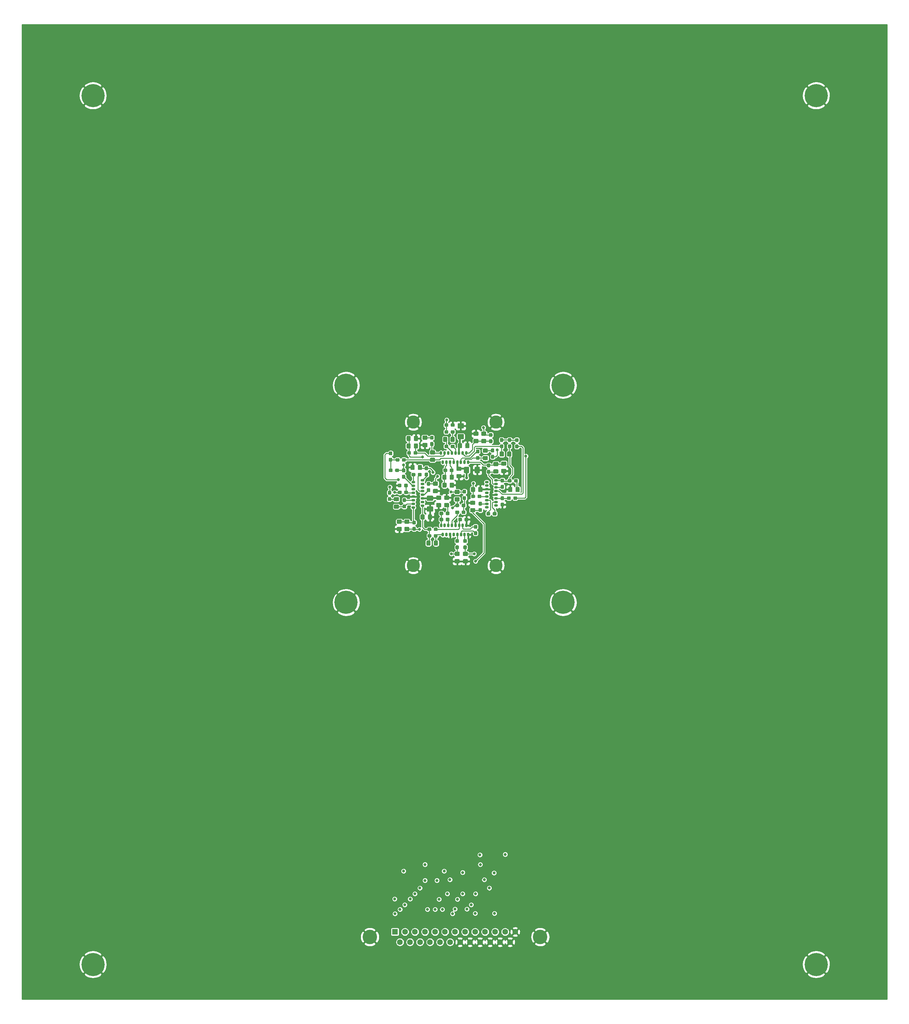
<source format=gbr>
G04 #@! TF.GenerationSoftware,KiCad,Pcbnew,5.1.4-3.fc30*
G04 #@! TF.CreationDate,2019-10-21T10:57:03+02:00*
G04 #@! TF.ProjectId,CarteScreening,43617274-6553-4637-9265-656e696e672e,rev?*
G04 #@! TF.SameCoordinates,Original*
G04 #@! TF.FileFunction,Copper,L4,Bot*
G04 #@! TF.FilePolarity,Positive*
%FSLAX46Y46*%
G04 Gerber Fmt 4.6, Leading zero omitted, Abs format (unit mm)*
G04 Created by KiCad (PCBNEW 5.1.4-3.fc30) date 2019-10-21 10:57:03*
%MOMM*%
%LPD*%
G04 APERTURE LIST*
%ADD10C,0.100000*%
%ADD11C,1.150000*%
%ADD12C,0.950000*%
%ADD13C,0.800000*%
%ADD14C,6.400000*%
%ADD15C,1.425000*%
%ADD16C,4.000000*%
%ADD17C,1.600000*%
%ADD18R,1.600000X1.600000*%
%ADD19O,1.066800X0.685800*%
%ADD20O,0.685800X1.066800*%
%ADD21C,3.632200*%
%ADD22C,0.500000*%
%ADD23C,0.256000*%
%ADD24C,0.500000*%
%ADD25C,0.254000*%
G04 APERTURE END LIST*
D10*
G36*
X145174505Y-92901204D02*
G01*
X145198773Y-92904804D01*
X145222572Y-92910765D01*
X145245671Y-92919030D01*
X145267850Y-92929520D01*
X145288893Y-92942132D01*
X145308599Y-92956747D01*
X145326777Y-92973223D01*
X145343253Y-92991401D01*
X145357868Y-93011107D01*
X145370480Y-93032150D01*
X145380970Y-93054329D01*
X145389235Y-93077428D01*
X145395196Y-93101227D01*
X145398796Y-93125495D01*
X145400000Y-93149999D01*
X145400000Y-94050001D01*
X145398796Y-94074505D01*
X145395196Y-94098773D01*
X145389235Y-94122572D01*
X145380970Y-94145671D01*
X145370480Y-94167850D01*
X145357868Y-94188893D01*
X145343253Y-94208599D01*
X145326777Y-94226777D01*
X145308599Y-94243253D01*
X145288893Y-94257868D01*
X145267850Y-94270480D01*
X145245671Y-94280970D01*
X145222572Y-94289235D01*
X145198773Y-94295196D01*
X145174505Y-94298796D01*
X145150001Y-94300000D01*
X144499999Y-94300000D01*
X144475495Y-94298796D01*
X144451227Y-94295196D01*
X144427428Y-94289235D01*
X144404329Y-94280970D01*
X144382150Y-94270480D01*
X144361107Y-94257868D01*
X144341401Y-94243253D01*
X144323223Y-94226777D01*
X144306747Y-94208599D01*
X144292132Y-94188893D01*
X144279520Y-94167850D01*
X144269030Y-94145671D01*
X144260765Y-94122572D01*
X144254804Y-94098773D01*
X144251204Y-94074505D01*
X144250000Y-94050001D01*
X144250000Y-93149999D01*
X144251204Y-93125495D01*
X144254804Y-93101227D01*
X144260765Y-93077428D01*
X144269030Y-93054329D01*
X144279520Y-93032150D01*
X144292132Y-93011107D01*
X144306747Y-92991401D01*
X144323223Y-92973223D01*
X144341401Y-92956747D01*
X144361107Y-92942132D01*
X144382150Y-92929520D01*
X144404329Y-92919030D01*
X144427428Y-92910765D01*
X144451227Y-92904804D01*
X144475495Y-92901204D01*
X144499999Y-92900000D01*
X145150001Y-92900000D01*
X145174505Y-92901204D01*
X145174505Y-92901204D01*
G37*
D11*
X144825000Y-93600000D03*
D10*
G36*
X143124505Y-92901204D02*
G01*
X143148773Y-92904804D01*
X143172572Y-92910765D01*
X143195671Y-92919030D01*
X143217850Y-92929520D01*
X143238893Y-92942132D01*
X143258599Y-92956747D01*
X143276777Y-92973223D01*
X143293253Y-92991401D01*
X143307868Y-93011107D01*
X143320480Y-93032150D01*
X143330970Y-93054329D01*
X143339235Y-93077428D01*
X143345196Y-93101227D01*
X143348796Y-93125495D01*
X143350000Y-93149999D01*
X143350000Y-94050001D01*
X143348796Y-94074505D01*
X143345196Y-94098773D01*
X143339235Y-94122572D01*
X143330970Y-94145671D01*
X143320480Y-94167850D01*
X143307868Y-94188893D01*
X143293253Y-94208599D01*
X143276777Y-94226777D01*
X143258599Y-94243253D01*
X143238893Y-94257868D01*
X143217850Y-94270480D01*
X143195671Y-94280970D01*
X143172572Y-94289235D01*
X143148773Y-94295196D01*
X143124505Y-94298796D01*
X143100001Y-94300000D01*
X142449999Y-94300000D01*
X142425495Y-94298796D01*
X142401227Y-94295196D01*
X142377428Y-94289235D01*
X142354329Y-94280970D01*
X142332150Y-94270480D01*
X142311107Y-94257868D01*
X142291401Y-94243253D01*
X142273223Y-94226777D01*
X142256747Y-94208599D01*
X142242132Y-94188893D01*
X142229520Y-94167850D01*
X142219030Y-94145671D01*
X142210765Y-94122572D01*
X142204804Y-94098773D01*
X142201204Y-94074505D01*
X142200000Y-94050001D01*
X142200000Y-93149999D01*
X142201204Y-93125495D01*
X142204804Y-93101227D01*
X142210765Y-93077428D01*
X142219030Y-93054329D01*
X142229520Y-93032150D01*
X142242132Y-93011107D01*
X142256747Y-92991401D01*
X142273223Y-92973223D01*
X142291401Y-92956747D01*
X142311107Y-92942132D01*
X142332150Y-92929520D01*
X142354329Y-92919030D01*
X142377428Y-92910765D01*
X142401227Y-92904804D01*
X142425495Y-92901204D01*
X142449999Y-92900000D01*
X143100001Y-92900000D01*
X143124505Y-92901204D01*
X143124505Y-92901204D01*
G37*
D11*
X142775000Y-93600000D03*
D10*
G36*
X165460779Y-66351144D02*
G01*
X165483834Y-66354563D01*
X165506443Y-66360227D01*
X165528387Y-66368079D01*
X165549457Y-66378044D01*
X165569448Y-66390026D01*
X165588168Y-66403910D01*
X165605438Y-66419562D01*
X165621090Y-66436832D01*
X165634974Y-66455552D01*
X165646956Y-66475543D01*
X165656921Y-66496613D01*
X165664773Y-66518557D01*
X165670437Y-66541166D01*
X165673856Y-66564221D01*
X165675000Y-66587500D01*
X165675000Y-67162500D01*
X165673856Y-67185779D01*
X165670437Y-67208834D01*
X165664773Y-67231443D01*
X165656921Y-67253387D01*
X165646956Y-67274457D01*
X165634974Y-67294448D01*
X165621090Y-67313168D01*
X165605438Y-67330438D01*
X165588168Y-67346090D01*
X165569448Y-67359974D01*
X165549457Y-67371956D01*
X165528387Y-67381921D01*
X165506443Y-67389773D01*
X165483834Y-67395437D01*
X165460779Y-67398856D01*
X165437500Y-67400000D01*
X164962500Y-67400000D01*
X164939221Y-67398856D01*
X164916166Y-67395437D01*
X164893557Y-67389773D01*
X164871613Y-67381921D01*
X164850543Y-67371956D01*
X164830552Y-67359974D01*
X164811832Y-67346090D01*
X164794562Y-67330438D01*
X164778910Y-67313168D01*
X164765026Y-67294448D01*
X164753044Y-67274457D01*
X164743079Y-67253387D01*
X164735227Y-67231443D01*
X164729563Y-67208834D01*
X164726144Y-67185779D01*
X164725000Y-67162500D01*
X164725000Y-66587500D01*
X164726144Y-66564221D01*
X164729563Y-66541166D01*
X164735227Y-66518557D01*
X164743079Y-66496613D01*
X164753044Y-66475543D01*
X164765026Y-66455552D01*
X164778910Y-66436832D01*
X164794562Y-66419562D01*
X164811832Y-66403910D01*
X164830552Y-66390026D01*
X164850543Y-66378044D01*
X164871613Y-66368079D01*
X164893557Y-66360227D01*
X164916166Y-66354563D01*
X164939221Y-66351144D01*
X164962500Y-66350000D01*
X165437500Y-66350000D01*
X165460779Y-66351144D01*
X165460779Y-66351144D01*
G37*
D12*
X165200000Y-66875000D03*
D10*
G36*
X165460779Y-64601144D02*
G01*
X165483834Y-64604563D01*
X165506443Y-64610227D01*
X165528387Y-64618079D01*
X165549457Y-64628044D01*
X165569448Y-64640026D01*
X165588168Y-64653910D01*
X165605438Y-64669562D01*
X165621090Y-64686832D01*
X165634974Y-64705552D01*
X165646956Y-64725543D01*
X165656921Y-64746613D01*
X165664773Y-64768557D01*
X165670437Y-64791166D01*
X165673856Y-64814221D01*
X165675000Y-64837500D01*
X165675000Y-65412500D01*
X165673856Y-65435779D01*
X165670437Y-65458834D01*
X165664773Y-65481443D01*
X165656921Y-65503387D01*
X165646956Y-65524457D01*
X165634974Y-65544448D01*
X165621090Y-65563168D01*
X165605438Y-65580438D01*
X165588168Y-65596090D01*
X165569448Y-65609974D01*
X165549457Y-65621956D01*
X165528387Y-65631921D01*
X165506443Y-65639773D01*
X165483834Y-65645437D01*
X165460779Y-65648856D01*
X165437500Y-65650000D01*
X164962500Y-65650000D01*
X164939221Y-65648856D01*
X164916166Y-65645437D01*
X164893557Y-65639773D01*
X164871613Y-65631921D01*
X164850543Y-65621956D01*
X164830552Y-65609974D01*
X164811832Y-65596090D01*
X164794562Y-65580438D01*
X164778910Y-65563168D01*
X164765026Y-65544448D01*
X164753044Y-65524457D01*
X164743079Y-65503387D01*
X164735227Y-65481443D01*
X164729563Y-65458834D01*
X164726144Y-65435779D01*
X164725000Y-65412500D01*
X164725000Y-64837500D01*
X164726144Y-64814221D01*
X164729563Y-64791166D01*
X164735227Y-64768557D01*
X164743079Y-64746613D01*
X164753044Y-64725543D01*
X164765026Y-64705552D01*
X164778910Y-64686832D01*
X164794562Y-64669562D01*
X164811832Y-64653910D01*
X164830552Y-64640026D01*
X164850543Y-64628044D01*
X164871613Y-64618079D01*
X164893557Y-64610227D01*
X164916166Y-64604563D01*
X164939221Y-64601144D01*
X164962500Y-64600000D01*
X165437500Y-64600000D01*
X165460779Y-64601144D01*
X165460779Y-64601144D01*
G37*
D12*
X165200000Y-65125000D03*
D10*
G36*
X134385779Y-73026144D02*
G01*
X134408834Y-73029563D01*
X134431443Y-73035227D01*
X134453387Y-73043079D01*
X134474457Y-73053044D01*
X134494448Y-73065026D01*
X134513168Y-73078910D01*
X134530438Y-73094562D01*
X134546090Y-73111832D01*
X134559974Y-73130552D01*
X134571956Y-73150543D01*
X134581921Y-73171613D01*
X134589773Y-73193557D01*
X134595437Y-73216166D01*
X134598856Y-73239221D01*
X134600000Y-73262500D01*
X134600000Y-73737500D01*
X134598856Y-73760779D01*
X134595437Y-73783834D01*
X134589773Y-73806443D01*
X134581921Y-73828387D01*
X134571956Y-73849457D01*
X134559974Y-73869448D01*
X134546090Y-73888168D01*
X134530438Y-73905438D01*
X134513168Y-73921090D01*
X134494448Y-73934974D01*
X134474457Y-73946956D01*
X134453387Y-73956921D01*
X134431443Y-73964773D01*
X134408834Y-73970437D01*
X134385779Y-73973856D01*
X134362500Y-73975000D01*
X133787500Y-73975000D01*
X133764221Y-73973856D01*
X133741166Y-73970437D01*
X133718557Y-73964773D01*
X133696613Y-73956921D01*
X133675543Y-73946956D01*
X133655552Y-73934974D01*
X133636832Y-73921090D01*
X133619562Y-73905438D01*
X133603910Y-73888168D01*
X133590026Y-73869448D01*
X133578044Y-73849457D01*
X133568079Y-73828387D01*
X133560227Y-73806443D01*
X133554563Y-73783834D01*
X133551144Y-73760779D01*
X133550000Y-73737500D01*
X133550000Y-73262500D01*
X133551144Y-73239221D01*
X133554563Y-73216166D01*
X133560227Y-73193557D01*
X133568079Y-73171613D01*
X133578044Y-73150543D01*
X133590026Y-73130552D01*
X133603910Y-73111832D01*
X133619562Y-73094562D01*
X133636832Y-73078910D01*
X133655552Y-73065026D01*
X133675543Y-73053044D01*
X133696613Y-73043079D01*
X133718557Y-73035227D01*
X133741166Y-73029563D01*
X133764221Y-73026144D01*
X133787500Y-73025000D01*
X134362500Y-73025000D01*
X134385779Y-73026144D01*
X134385779Y-73026144D01*
G37*
D12*
X134075000Y-73500000D03*
D10*
G36*
X132635779Y-73026144D02*
G01*
X132658834Y-73029563D01*
X132681443Y-73035227D01*
X132703387Y-73043079D01*
X132724457Y-73053044D01*
X132744448Y-73065026D01*
X132763168Y-73078910D01*
X132780438Y-73094562D01*
X132796090Y-73111832D01*
X132809974Y-73130552D01*
X132821956Y-73150543D01*
X132831921Y-73171613D01*
X132839773Y-73193557D01*
X132845437Y-73216166D01*
X132848856Y-73239221D01*
X132850000Y-73262500D01*
X132850000Y-73737500D01*
X132848856Y-73760779D01*
X132845437Y-73783834D01*
X132839773Y-73806443D01*
X132831921Y-73828387D01*
X132821956Y-73849457D01*
X132809974Y-73869448D01*
X132796090Y-73888168D01*
X132780438Y-73905438D01*
X132763168Y-73921090D01*
X132744448Y-73934974D01*
X132724457Y-73946956D01*
X132703387Y-73956921D01*
X132681443Y-73964773D01*
X132658834Y-73970437D01*
X132635779Y-73973856D01*
X132612500Y-73975000D01*
X132037500Y-73975000D01*
X132014221Y-73973856D01*
X131991166Y-73970437D01*
X131968557Y-73964773D01*
X131946613Y-73956921D01*
X131925543Y-73946956D01*
X131905552Y-73934974D01*
X131886832Y-73921090D01*
X131869562Y-73905438D01*
X131853910Y-73888168D01*
X131840026Y-73869448D01*
X131828044Y-73849457D01*
X131818079Y-73828387D01*
X131810227Y-73806443D01*
X131804563Y-73783834D01*
X131801144Y-73760779D01*
X131800000Y-73737500D01*
X131800000Y-73262500D01*
X131801144Y-73239221D01*
X131804563Y-73216166D01*
X131810227Y-73193557D01*
X131818079Y-73171613D01*
X131828044Y-73150543D01*
X131840026Y-73130552D01*
X131853910Y-73111832D01*
X131869562Y-73094562D01*
X131886832Y-73078910D01*
X131905552Y-73065026D01*
X131925543Y-73053044D01*
X131946613Y-73043079D01*
X131968557Y-73035227D01*
X131991166Y-73029563D01*
X132014221Y-73026144D01*
X132037500Y-73025000D01*
X132612500Y-73025000D01*
X132635779Y-73026144D01*
X132635779Y-73026144D01*
G37*
D12*
X132325000Y-73500000D03*
D10*
G36*
X151035779Y-82726144D02*
G01*
X151058834Y-82729563D01*
X151081443Y-82735227D01*
X151103387Y-82743079D01*
X151124457Y-82753044D01*
X151144448Y-82765026D01*
X151163168Y-82778910D01*
X151180438Y-82794562D01*
X151196090Y-82811832D01*
X151209974Y-82830552D01*
X151221956Y-82850543D01*
X151231921Y-82871613D01*
X151239773Y-82893557D01*
X151245437Y-82916166D01*
X151248856Y-82939221D01*
X151250000Y-82962500D01*
X151250000Y-83437500D01*
X151248856Y-83460779D01*
X151245437Y-83483834D01*
X151239773Y-83506443D01*
X151231921Y-83528387D01*
X151221956Y-83549457D01*
X151209974Y-83569448D01*
X151196090Y-83588168D01*
X151180438Y-83605438D01*
X151163168Y-83621090D01*
X151144448Y-83634974D01*
X151124457Y-83646956D01*
X151103387Y-83656921D01*
X151081443Y-83664773D01*
X151058834Y-83670437D01*
X151035779Y-83673856D01*
X151012500Y-83675000D01*
X150437500Y-83675000D01*
X150414221Y-83673856D01*
X150391166Y-83670437D01*
X150368557Y-83664773D01*
X150346613Y-83656921D01*
X150325543Y-83646956D01*
X150305552Y-83634974D01*
X150286832Y-83621090D01*
X150269562Y-83605438D01*
X150253910Y-83588168D01*
X150240026Y-83569448D01*
X150228044Y-83549457D01*
X150218079Y-83528387D01*
X150210227Y-83506443D01*
X150204563Y-83483834D01*
X150201144Y-83460779D01*
X150200000Y-83437500D01*
X150200000Y-82962500D01*
X150201144Y-82939221D01*
X150204563Y-82916166D01*
X150210227Y-82893557D01*
X150218079Y-82871613D01*
X150228044Y-82850543D01*
X150240026Y-82830552D01*
X150253910Y-82811832D01*
X150269562Y-82794562D01*
X150286832Y-82778910D01*
X150305552Y-82765026D01*
X150325543Y-82753044D01*
X150346613Y-82743079D01*
X150368557Y-82735227D01*
X150391166Y-82729563D01*
X150414221Y-82726144D01*
X150437500Y-82725000D01*
X151012500Y-82725000D01*
X151035779Y-82726144D01*
X151035779Y-82726144D01*
G37*
D12*
X150725000Y-83200000D03*
D10*
G36*
X152785779Y-82726144D02*
G01*
X152808834Y-82729563D01*
X152831443Y-82735227D01*
X152853387Y-82743079D01*
X152874457Y-82753044D01*
X152894448Y-82765026D01*
X152913168Y-82778910D01*
X152930438Y-82794562D01*
X152946090Y-82811832D01*
X152959974Y-82830552D01*
X152971956Y-82850543D01*
X152981921Y-82871613D01*
X152989773Y-82893557D01*
X152995437Y-82916166D01*
X152998856Y-82939221D01*
X153000000Y-82962500D01*
X153000000Y-83437500D01*
X152998856Y-83460779D01*
X152995437Y-83483834D01*
X152989773Y-83506443D01*
X152981921Y-83528387D01*
X152971956Y-83549457D01*
X152959974Y-83569448D01*
X152946090Y-83588168D01*
X152930438Y-83605438D01*
X152913168Y-83621090D01*
X152894448Y-83634974D01*
X152874457Y-83646956D01*
X152853387Y-83656921D01*
X152831443Y-83664773D01*
X152808834Y-83670437D01*
X152785779Y-83673856D01*
X152762500Y-83675000D01*
X152187500Y-83675000D01*
X152164221Y-83673856D01*
X152141166Y-83670437D01*
X152118557Y-83664773D01*
X152096613Y-83656921D01*
X152075543Y-83646956D01*
X152055552Y-83634974D01*
X152036832Y-83621090D01*
X152019562Y-83605438D01*
X152003910Y-83588168D01*
X151990026Y-83569448D01*
X151978044Y-83549457D01*
X151968079Y-83528387D01*
X151960227Y-83506443D01*
X151954563Y-83483834D01*
X151951144Y-83460779D01*
X151950000Y-83437500D01*
X151950000Y-82962500D01*
X151951144Y-82939221D01*
X151954563Y-82916166D01*
X151960227Y-82893557D01*
X151968079Y-82871613D01*
X151978044Y-82850543D01*
X151990026Y-82830552D01*
X152003910Y-82811832D01*
X152019562Y-82794562D01*
X152036832Y-82778910D01*
X152055552Y-82765026D01*
X152075543Y-82753044D01*
X152096613Y-82743079D01*
X152118557Y-82735227D01*
X152141166Y-82729563D01*
X152164221Y-82726144D01*
X152187500Y-82725000D01*
X152762500Y-82725000D01*
X152785779Y-82726144D01*
X152785779Y-82726144D01*
G37*
D12*
X152475000Y-83200000D03*
D13*
X121697056Y-108302944D03*
X120000000Y-107600000D03*
X118302944Y-108302944D03*
X117600000Y-110000000D03*
X118302944Y-111697056D03*
X120000000Y-112400000D03*
X121697056Y-111697056D03*
X122400000Y-110000000D03*
D14*
X120000000Y-110000000D03*
D13*
X121697056Y-48302944D03*
X120000000Y-47600000D03*
X118302944Y-48302944D03*
X117600000Y-50000000D03*
X118302944Y-51697056D03*
X120000000Y-52400000D03*
X121697056Y-51697056D03*
X122400000Y-50000000D03*
D14*
X120000000Y-50000000D03*
D13*
X181697056Y-108302944D03*
X180000000Y-107600000D03*
X178302944Y-108302944D03*
X177600000Y-110000000D03*
X178302944Y-111697056D03*
X180000000Y-112400000D03*
X181697056Y-111697056D03*
X182400000Y-110000000D03*
D14*
X180000000Y-110000000D03*
D13*
X181697056Y-48302944D03*
X180000000Y-47600000D03*
X178302944Y-48302944D03*
X177600000Y-50000000D03*
X178302944Y-51697056D03*
X180000000Y-52400000D03*
X181697056Y-51697056D03*
X182400000Y-50000000D03*
D14*
X180000000Y-50000000D03*
D10*
G36*
X152349504Y-60513704D02*
G01*
X152373773Y-60517304D01*
X152397571Y-60523265D01*
X152420671Y-60531530D01*
X152442849Y-60542020D01*
X152463893Y-60554633D01*
X152483598Y-60569247D01*
X152501777Y-60585723D01*
X152518253Y-60603902D01*
X152532867Y-60623607D01*
X152545480Y-60644651D01*
X152555970Y-60666829D01*
X152564235Y-60689929D01*
X152570196Y-60713727D01*
X152573796Y-60737996D01*
X152575000Y-60762500D01*
X152575000Y-61687500D01*
X152573796Y-61712004D01*
X152570196Y-61736273D01*
X152564235Y-61760071D01*
X152555970Y-61783171D01*
X152545480Y-61805349D01*
X152532867Y-61826393D01*
X152518253Y-61846098D01*
X152501777Y-61864277D01*
X152483598Y-61880753D01*
X152463893Y-61895367D01*
X152442849Y-61907980D01*
X152420671Y-61918470D01*
X152397571Y-61926735D01*
X152373773Y-61932696D01*
X152349504Y-61936296D01*
X152325000Y-61937500D01*
X151075000Y-61937500D01*
X151050496Y-61936296D01*
X151026227Y-61932696D01*
X151002429Y-61926735D01*
X150979329Y-61918470D01*
X150957151Y-61907980D01*
X150936107Y-61895367D01*
X150916402Y-61880753D01*
X150898223Y-61864277D01*
X150881747Y-61846098D01*
X150867133Y-61826393D01*
X150854520Y-61805349D01*
X150844030Y-61783171D01*
X150835765Y-61760071D01*
X150829804Y-61736273D01*
X150826204Y-61712004D01*
X150825000Y-61687500D01*
X150825000Y-60762500D01*
X150826204Y-60737996D01*
X150829804Y-60713727D01*
X150835765Y-60689929D01*
X150844030Y-60666829D01*
X150854520Y-60644651D01*
X150867133Y-60623607D01*
X150881747Y-60603902D01*
X150898223Y-60585723D01*
X150916402Y-60569247D01*
X150936107Y-60554633D01*
X150957151Y-60542020D01*
X150979329Y-60531530D01*
X151002429Y-60523265D01*
X151026227Y-60517304D01*
X151050496Y-60513704D01*
X151075000Y-60512500D01*
X152325000Y-60512500D01*
X152349504Y-60513704D01*
X152349504Y-60513704D01*
G37*
D15*
X151700000Y-61225000D03*
D10*
G36*
X152349504Y-63488704D02*
G01*
X152373773Y-63492304D01*
X152397571Y-63498265D01*
X152420671Y-63506530D01*
X152442849Y-63517020D01*
X152463893Y-63529633D01*
X152483598Y-63544247D01*
X152501777Y-63560723D01*
X152518253Y-63578902D01*
X152532867Y-63598607D01*
X152545480Y-63619651D01*
X152555970Y-63641829D01*
X152564235Y-63664929D01*
X152570196Y-63688727D01*
X152573796Y-63712996D01*
X152575000Y-63737500D01*
X152575000Y-64662500D01*
X152573796Y-64687004D01*
X152570196Y-64711273D01*
X152564235Y-64735071D01*
X152555970Y-64758171D01*
X152545480Y-64780349D01*
X152532867Y-64801393D01*
X152518253Y-64821098D01*
X152501777Y-64839277D01*
X152483598Y-64855753D01*
X152463893Y-64870367D01*
X152442849Y-64882980D01*
X152420671Y-64893470D01*
X152397571Y-64901735D01*
X152373773Y-64907696D01*
X152349504Y-64911296D01*
X152325000Y-64912500D01*
X151075000Y-64912500D01*
X151050496Y-64911296D01*
X151026227Y-64907696D01*
X151002429Y-64901735D01*
X150979329Y-64893470D01*
X150957151Y-64882980D01*
X150936107Y-64870367D01*
X150916402Y-64855753D01*
X150898223Y-64839277D01*
X150881747Y-64821098D01*
X150867133Y-64801393D01*
X150854520Y-64780349D01*
X150844030Y-64758171D01*
X150835765Y-64735071D01*
X150829804Y-64711273D01*
X150826204Y-64687004D01*
X150825000Y-64662500D01*
X150825000Y-63737500D01*
X150826204Y-63712996D01*
X150829804Y-63688727D01*
X150835765Y-63664929D01*
X150844030Y-63641829D01*
X150854520Y-63619651D01*
X150867133Y-63598607D01*
X150881747Y-63578902D01*
X150898223Y-63560723D01*
X150916402Y-63544247D01*
X150936107Y-63529633D01*
X150957151Y-63517020D01*
X150979329Y-63506530D01*
X151002429Y-63498265D01*
X151026227Y-63492304D01*
X151050496Y-63488704D01*
X151075000Y-63487500D01*
X152325000Y-63487500D01*
X152349504Y-63488704D01*
X152349504Y-63488704D01*
G37*
D15*
X151700000Y-64200000D03*
D10*
G36*
X156762004Y-72526204D02*
G01*
X156786273Y-72529804D01*
X156810071Y-72535765D01*
X156833171Y-72544030D01*
X156855349Y-72554520D01*
X156876393Y-72567133D01*
X156896098Y-72581747D01*
X156914277Y-72598223D01*
X156930753Y-72616402D01*
X156945367Y-72636107D01*
X156957980Y-72657151D01*
X156968470Y-72679329D01*
X156976735Y-72702429D01*
X156982696Y-72726227D01*
X156986296Y-72750496D01*
X156987500Y-72775000D01*
X156987500Y-74025000D01*
X156986296Y-74049504D01*
X156982696Y-74073773D01*
X156976735Y-74097571D01*
X156968470Y-74120671D01*
X156957980Y-74142849D01*
X156945367Y-74163893D01*
X156930753Y-74183598D01*
X156914277Y-74201777D01*
X156896098Y-74218253D01*
X156876393Y-74232867D01*
X156855349Y-74245480D01*
X156833171Y-74255970D01*
X156810071Y-74264235D01*
X156786273Y-74270196D01*
X156762004Y-74273796D01*
X156737500Y-74275000D01*
X155812500Y-74275000D01*
X155787996Y-74273796D01*
X155763727Y-74270196D01*
X155739929Y-74264235D01*
X155716829Y-74255970D01*
X155694651Y-74245480D01*
X155673607Y-74232867D01*
X155653902Y-74218253D01*
X155635723Y-74201777D01*
X155619247Y-74183598D01*
X155604633Y-74163893D01*
X155592020Y-74142849D01*
X155581530Y-74120671D01*
X155573265Y-74097571D01*
X155567304Y-74073773D01*
X155563704Y-74049504D01*
X155562500Y-74025000D01*
X155562500Y-72775000D01*
X155563704Y-72750496D01*
X155567304Y-72726227D01*
X155573265Y-72702429D01*
X155581530Y-72679329D01*
X155592020Y-72657151D01*
X155604633Y-72636107D01*
X155619247Y-72616402D01*
X155635723Y-72598223D01*
X155653902Y-72581747D01*
X155673607Y-72567133D01*
X155694651Y-72554520D01*
X155716829Y-72544030D01*
X155739929Y-72535765D01*
X155763727Y-72529804D01*
X155787996Y-72526204D01*
X155812500Y-72525000D01*
X156737500Y-72525000D01*
X156762004Y-72526204D01*
X156762004Y-72526204D01*
G37*
D15*
X156275000Y-73400000D03*
D10*
G36*
X153787004Y-72526204D02*
G01*
X153811273Y-72529804D01*
X153835071Y-72535765D01*
X153858171Y-72544030D01*
X153880349Y-72554520D01*
X153901393Y-72567133D01*
X153921098Y-72581747D01*
X153939277Y-72598223D01*
X153955753Y-72616402D01*
X153970367Y-72636107D01*
X153982980Y-72657151D01*
X153993470Y-72679329D01*
X154001735Y-72702429D01*
X154007696Y-72726227D01*
X154011296Y-72750496D01*
X154012500Y-72775000D01*
X154012500Y-74025000D01*
X154011296Y-74049504D01*
X154007696Y-74073773D01*
X154001735Y-74097571D01*
X153993470Y-74120671D01*
X153982980Y-74142849D01*
X153970367Y-74163893D01*
X153955753Y-74183598D01*
X153939277Y-74201777D01*
X153921098Y-74218253D01*
X153901393Y-74232867D01*
X153880349Y-74245480D01*
X153858171Y-74255970D01*
X153835071Y-74264235D01*
X153811273Y-74270196D01*
X153787004Y-74273796D01*
X153762500Y-74275000D01*
X152837500Y-74275000D01*
X152812996Y-74273796D01*
X152788727Y-74270196D01*
X152764929Y-74264235D01*
X152741829Y-74255970D01*
X152719651Y-74245480D01*
X152698607Y-74232867D01*
X152678902Y-74218253D01*
X152660723Y-74201777D01*
X152644247Y-74183598D01*
X152629633Y-74163893D01*
X152617020Y-74142849D01*
X152606530Y-74120671D01*
X152598265Y-74097571D01*
X152592304Y-74073773D01*
X152588704Y-74049504D01*
X152587500Y-74025000D01*
X152587500Y-72775000D01*
X152588704Y-72750496D01*
X152592304Y-72726227D01*
X152598265Y-72702429D01*
X152606530Y-72679329D01*
X152617020Y-72657151D01*
X152629633Y-72636107D01*
X152644247Y-72616402D01*
X152660723Y-72598223D01*
X152678902Y-72581747D01*
X152698607Y-72567133D01*
X152719651Y-72554520D01*
X152741829Y-72544030D01*
X152764929Y-72535765D01*
X152788727Y-72529804D01*
X152812996Y-72526204D01*
X152837500Y-72525000D01*
X153762500Y-72525000D01*
X153787004Y-72526204D01*
X153787004Y-72526204D01*
G37*
D15*
X153300000Y-73400000D03*
D10*
G36*
X143849504Y-83476204D02*
G01*
X143873773Y-83479804D01*
X143897571Y-83485765D01*
X143920671Y-83494030D01*
X143942849Y-83504520D01*
X143963893Y-83517133D01*
X143983598Y-83531747D01*
X144001777Y-83548223D01*
X144018253Y-83566402D01*
X144032867Y-83586107D01*
X144045480Y-83607151D01*
X144055970Y-83629329D01*
X144064235Y-83652429D01*
X144070196Y-83676227D01*
X144073796Y-83700496D01*
X144075000Y-83725000D01*
X144075000Y-84650000D01*
X144073796Y-84674504D01*
X144070196Y-84698773D01*
X144064235Y-84722571D01*
X144055970Y-84745671D01*
X144045480Y-84767849D01*
X144032867Y-84788893D01*
X144018253Y-84808598D01*
X144001777Y-84826777D01*
X143983598Y-84843253D01*
X143963893Y-84857867D01*
X143942849Y-84870480D01*
X143920671Y-84880970D01*
X143897571Y-84889235D01*
X143873773Y-84895196D01*
X143849504Y-84898796D01*
X143825000Y-84900000D01*
X142575000Y-84900000D01*
X142550496Y-84898796D01*
X142526227Y-84895196D01*
X142502429Y-84889235D01*
X142479329Y-84880970D01*
X142457151Y-84870480D01*
X142436107Y-84857867D01*
X142416402Y-84843253D01*
X142398223Y-84826777D01*
X142381747Y-84808598D01*
X142367133Y-84788893D01*
X142354520Y-84767849D01*
X142344030Y-84745671D01*
X142335765Y-84722571D01*
X142329804Y-84698773D01*
X142326204Y-84674504D01*
X142325000Y-84650000D01*
X142325000Y-83725000D01*
X142326204Y-83700496D01*
X142329804Y-83676227D01*
X142335765Y-83652429D01*
X142344030Y-83629329D01*
X142354520Y-83607151D01*
X142367133Y-83586107D01*
X142381747Y-83566402D01*
X142398223Y-83548223D01*
X142416402Y-83531747D01*
X142436107Y-83517133D01*
X142457151Y-83504520D01*
X142479329Y-83494030D01*
X142502429Y-83485765D01*
X142526227Y-83479804D01*
X142550496Y-83476204D01*
X142575000Y-83475000D01*
X143825000Y-83475000D01*
X143849504Y-83476204D01*
X143849504Y-83476204D01*
G37*
D15*
X143200000Y-84187500D03*
D10*
G36*
X143849504Y-80501204D02*
G01*
X143873773Y-80504804D01*
X143897571Y-80510765D01*
X143920671Y-80519030D01*
X143942849Y-80529520D01*
X143963893Y-80542133D01*
X143983598Y-80556747D01*
X144001777Y-80573223D01*
X144018253Y-80591402D01*
X144032867Y-80611107D01*
X144045480Y-80632151D01*
X144055970Y-80654329D01*
X144064235Y-80677429D01*
X144070196Y-80701227D01*
X144073796Y-80725496D01*
X144075000Y-80750000D01*
X144075000Y-81675000D01*
X144073796Y-81699504D01*
X144070196Y-81723773D01*
X144064235Y-81747571D01*
X144055970Y-81770671D01*
X144045480Y-81792849D01*
X144032867Y-81813893D01*
X144018253Y-81833598D01*
X144001777Y-81851777D01*
X143983598Y-81868253D01*
X143963893Y-81882867D01*
X143942849Y-81895480D01*
X143920671Y-81905970D01*
X143897571Y-81914235D01*
X143873773Y-81920196D01*
X143849504Y-81923796D01*
X143825000Y-81925000D01*
X142575000Y-81925000D01*
X142550496Y-81923796D01*
X142526227Y-81920196D01*
X142502429Y-81914235D01*
X142479329Y-81905970D01*
X142457151Y-81895480D01*
X142436107Y-81882867D01*
X142416402Y-81868253D01*
X142398223Y-81851777D01*
X142381747Y-81833598D01*
X142367133Y-81813893D01*
X142354520Y-81792849D01*
X142344030Y-81770671D01*
X142335765Y-81747571D01*
X142329804Y-81723773D01*
X142326204Y-81699504D01*
X142325000Y-81675000D01*
X142325000Y-80750000D01*
X142326204Y-80725496D01*
X142329804Y-80701227D01*
X142335765Y-80677429D01*
X142344030Y-80654329D01*
X142354520Y-80632151D01*
X142367133Y-80611107D01*
X142381747Y-80591402D01*
X142398223Y-80573223D01*
X142416402Y-80556747D01*
X142436107Y-80542133D01*
X142457151Y-80529520D01*
X142479329Y-80519030D01*
X142502429Y-80510765D01*
X142526227Y-80504804D01*
X142550496Y-80501204D01*
X142575000Y-80500000D01*
X143825000Y-80500000D01*
X143849504Y-80501204D01*
X143849504Y-80501204D01*
G37*
D15*
X143200000Y-81212500D03*
D16*
X173670000Y-202420000D03*
X126570000Y-202420000D03*
D17*
X165355000Y-203840000D03*
X162585000Y-203840000D03*
X159815000Y-203840000D03*
X157045000Y-203840000D03*
X154275000Y-203840000D03*
X151505000Y-203840000D03*
X148735000Y-203840000D03*
X145965000Y-203840000D03*
X143195000Y-203840000D03*
X140425000Y-203840000D03*
X137655000Y-203840000D03*
X134885000Y-203840000D03*
X166740000Y-201000000D03*
X163970000Y-201000000D03*
X161200000Y-201000000D03*
X158430000Y-201000000D03*
X155660000Y-201000000D03*
X152890000Y-201000000D03*
X150120000Y-201000000D03*
X147350000Y-201000000D03*
X144580000Y-201000000D03*
X141810000Y-201000000D03*
X139040000Y-201000000D03*
X136270000Y-201000000D03*
D18*
X133500000Y-201000000D03*
D13*
X51697056Y31697056D03*
X50000000Y32400000D03*
X48302944Y31697056D03*
X47600000Y30000000D03*
X48302944Y28302944D03*
X50000000Y27600000D03*
X51697056Y28302944D03*
X52400000Y30000000D03*
D14*
X50000000Y30000000D03*
D13*
X251697056Y31697056D03*
X250000000Y32400000D03*
X248302944Y31697056D03*
X247600000Y30000000D03*
X248302944Y28302944D03*
X250000000Y27600000D03*
X251697056Y28302944D03*
X252400000Y30000000D03*
D14*
X250000000Y30000000D03*
D13*
X251697056Y-208302944D03*
X250000000Y-207600000D03*
X248302944Y-208302944D03*
X247600000Y-210000000D03*
X248302944Y-211697056D03*
X250000000Y-212400000D03*
X251697056Y-211697056D03*
X252400000Y-210000000D03*
D14*
X250000000Y-210000000D03*
D13*
X51697056Y-208302944D03*
X50000000Y-207600000D03*
X48302944Y-208302944D03*
X47600000Y-210000000D03*
X48302944Y-211697056D03*
X50000000Y-212400000D03*
X51697056Y-211697056D03*
X52400000Y-210000000D03*
D14*
X50000000Y-210000000D03*
D19*
X138570000Y-82758440D03*
X141110000Y-81257300D03*
X138570000Y-80756920D03*
X138570000Y-78755400D03*
X141110000Y-78255020D03*
X141110000Y-79255780D03*
X141110000Y-83258820D03*
X141110000Y-80256540D03*
X141110000Y-82258060D03*
X138570000Y-79756160D03*
X141110000Y-77254260D03*
X138570000Y-81757680D03*
X138570000Y-76753880D03*
X138570000Y-77754640D03*
X138570000Y-83759200D03*
X141110000Y-76253500D03*
D20*
X147241560Y-68722400D03*
X148742700Y-71262400D03*
X149243080Y-68722400D03*
X151244600Y-68722400D03*
X151744980Y-71262400D03*
X150744220Y-71262400D03*
X146741180Y-71262400D03*
X149743460Y-71262400D03*
X147741940Y-71262400D03*
X150243840Y-68722400D03*
X152745740Y-71262400D03*
X148242320Y-68722400D03*
X153246120Y-68722400D03*
X152245360Y-68722400D03*
X146240800Y-68722400D03*
X153746500Y-71262400D03*
D19*
X161430000Y-77241560D03*
X158890000Y-78742700D03*
X161430000Y-79243080D03*
X161430000Y-81244600D03*
X158890000Y-81744980D03*
X158890000Y-80744220D03*
X158890000Y-76741180D03*
X158890000Y-79743460D03*
X158890000Y-77741940D03*
X161430000Y-80243840D03*
X158890000Y-82745740D03*
X161430000Y-78242320D03*
X161430000Y-83246120D03*
X161430000Y-82245360D03*
X161430000Y-76240800D03*
X158890000Y-83746500D03*
D20*
X153759200Y-91277600D03*
X153258820Y-88737600D03*
X152758440Y-91277600D03*
X152258060Y-88737600D03*
X151757680Y-91277600D03*
X151257300Y-88737600D03*
X150756920Y-91277600D03*
X150256540Y-88737600D03*
X149756160Y-91277600D03*
X149255780Y-88737600D03*
X148755400Y-91277600D03*
X148255020Y-88737600D03*
X147754640Y-91277600D03*
X147254260Y-88737600D03*
X146753880Y-91277600D03*
X146253500Y-88737600D03*
D21*
X138570000Y-99812000D03*
X161430000Y-99812000D03*
X161430000Y-60188000D03*
X138570000Y-60188000D03*
D10*
G36*
X163260779Y-64601144D02*
G01*
X163283834Y-64604563D01*
X163306443Y-64610227D01*
X163328387Y-64618079D01*
X163349457Y-64628044D01*
X163369448Y-64640026D01*
X163388168Y-64653910D01*
X163405438Y-64669562D01*
X163421090Y-64686832D01*
X163434974Y-64705552D01*
X163446956Y-64725543D01*
X163456921Y-64746613D01*
X163464773Y-64768557D01*
X163470437Y-64791166D01*
X163473856Y-64814221D01*
X163475000Y-64837500D01*
X163475000Y-65412500D01*
X163473856Y-65435779D01*
X163470437Y-65458834D01*
X163464773Y-65481443D01*
X163456921Y-65503387D01*
X163446956Y-65524457D01*
X163434974Y-65544448D01*
X163421090Y-65563168D01*
X163405438Y-65580438D01*
X163388168Y-65596090D01*
X163369448Y-65609974D01*
X163349457Y-65621956D01*
X163328387Y-65631921D01*
X163306443Y-65639773D01*
X163283834Y-65645437D01*
X163260779Y-65648856D01*
X163237500Y-65650000D01*
X162762500Y-65650000D01*
X162739221Y-65648856D01*
X162716166Y-65645437D01*
X162693557Y-65639773D01*
X162671613Y-65631921D01*
X162650543Y-65621956D01*
X162630552Y-65609974D01*
X162611832Y-65596090D01*
X162594562Y-65580438D01*
X162578910Y-65563168D01*
X162565026Y-65544448D01*
X162553044Y-65524457D01*
X162543079Y-65503387D01*
X162535227Y-65481443D01*
X162529563Y-65458834D01*
X162526144Y-65435779D01*
X162525000Y-65412500D01*
X162525000Y-64837500D01*
X162526144Y-64814221D01*
X162529563Y-64791166D01*
X162535227Y-64768557D01*
X162543079Y-64746613D01*
X162553044Y-64725543D01*
X162565026Y-64705552D01*
X162578910Y-64686832D01*
X162594562Y-64669562D01*
X162611832Y-64653910D01*
X162630552Y-64640026D01*
X162650543Y-64628044D01*
X162671613Y-64618079D01*
X162693557Y-64610227D01*
X162716166Y-64604563D01*
X162739221Y-64601144D01*
X162762500Y-64600000D01*
X163237500Y-64600000D01*
X163260779Y-64601144D01*
X163260779Y-64601144D01*
G37*
D12*
X163000000Y-65125000D03*
D10*
G36*
X163260779Y-66351144D02*
G01*
X163283834Y-66354563D01*
X163306443Y-66360227D01*
X163328387Y-66368079D01*
X163349457Y-66378044D01*
X163369448Y-66390026D01*
X163388168Y-66403910D01*
X163405438Y-66419562D01*
X163421090Y-66436832D01*
X163434974Y-66455552D01*
X163446956Y-66475543D01*
X163456921Y-66496613D01*
X163464773Y-66518557D01*
X163470437Y-66541166D01*
X163473856Y-66564221D01*
X163475000Y-66587500D01*
X163475000Y-67162500D01*
X163473856Y-67185779D01*
X163470437Y-67208834D01*
X163464773Y-67231443D01*
X163456921Y-67253387D01*
X163446956Y-67274457D01*
X163434974Y-67294448D01*
X163421090Y-67313168D01*
X163405438Y-67330438D01*
X163388168Y-67346090D01*
X163369448Y-67359974D01*
X163349457Y-67371956D01*
X163328387Y-67381921D01*
X163306443Y-67389773D01*
X163283834Y-67395437D01*
X163260779Y-67398856D01*
X163237500Y-67400000D01*
X162762500Y-67400000D01*
X162739221Y-67398856D01*
X162716166Y-67395437D01*
X162693557Y-67389773D01*
X162671613Y-67381921D01*
X162650543Y-67371956D01*
X162630552Y-67359974D01*
X162611832Y-67346090D01*
X162594562Y-67330438D01*
X162578910Y-67313168D01*
X162565026Y-67294448D01*
X162553044Y-67274457D01*
X162543079Y-67253387D01*
X162535227Y-67231443D01*
X162529563Y-67208834D01*
X162526144Y-67185779D01*
X162525000Y-67162500D01*
X162525000Y-66587500D01*
X162526144Y-66564221D01*
X162529563Y-66541166D01*
X162535227Y-66518557D01*
X162543079Y-66496613D01*
X162553044Y-66475543D01*
X162565026Y-66455552D01*
X162578910Y-66436832D01*
X162594562Y-66419562D01*
X162611832Y-66403910D01*
X162630552Y-66390026D01*
X162650543Y-66378044D01*
X162671613Y-66368079D01*
X162693557Y-66360227D01*
X162716166Y-66354563D01*
X162739221Y-66351144D01*
X162762500Y-66350000D01*
X163237500Y-66350000D01*
X163260779Y-66351144D01*
X163260779Y-66351144D01*
G37*
D12*
X163000000Y-66875000D03*
D10*
G36*
X156660779Y-69551144D02*
G01*
X156683834Y-69554563D01*
X156706443Y-69560227D01*
X156728387Y-69568079D01*
X156749457Y-69578044D01*
X156769448Y-69590026D01*
X156788168Y-69603910D01*
X156805438Y-69619562D01*
X156821090Y-69636832D01*
X156834974Y-69655552D01*
X156846956Y-69675543D01*
X156856921Y-69696613D01*
X156864773Y-69718557D01*
X156870437Y-69741166D01*
X156873856Y-69764221D01*
X156875000Y-69787500D01*
X156875000Y-70362500D01*
X156873856Y-70385779D01*
X156870437Y-70408834D01*
X156864773Y-70431443D01*
X156856921Y-70453387D01*
X156846956Y-70474457D01*
X156834974Y-70494448D01*
X156821090Y-70513168D01*
X156805438Y-70530438D01*
X156788168Y-70546090D01*
X156769448Y-70559974D01*
X156749457Y-70571956D01*
X156728387Y-70581921D01*
X156706443Y-70589773D01*
X156683834Y-70595437D01*
X156660779Y-70598856D01*
X156637500Y-70600000D01*
X156162500Y-70600000D01*
X156139221Y-70598856D01*
X156116166Y-70595437D01*
X156093557Y-70589773D01*
X156071613Y-70581921D01*
X156050543Y-70571956D01*
X156030552Y-70559974D01*
X156011832Y-70546090D01*
X155994562Y-70530438D01*
X155978910Y-70513168D01*
X155965026Y-70494448D01*
X155953044Y-70474457D01*
X155943079Y-70453387D01*
X155935227Y-70431443D01*
X155929563Y-70408834D01*
X155926144Y-70385779D01*
X155925000Y-70362500D01*
X155925000Y-69787500D01*
X155926144Y-69764221D01*
X155929563Y-69741166D01*
X155935227Y-69718557D01*
X155943079Y-69696613D01*
X155953044Y-69675543D01*
X155965026Y-69655552D01*
X155978910Y-69636832D01*
X155994562Y-69619562D01*
X156011832Y-69603910D01*
X156030552Y-69590026D01*
X156050543Y-69578044D01*
X156071613Y-69568079D01*
X156093557Y-69560227D01*
X156116166Y-69554563D01*
X156139221Y-69551144D01*
X156162500Y-69550000D01*
X156637500Y-69550000D01*
X156660779Y-69551144D01*
X156660779Y-69551144D01*
G37*
D12*
X156400000Y-70075000D03*
D10*
G36*
X156660779Y-67801144D02*
G01*
X156683834Y-67804563D01*
X156706443Y-67810227D01*
X156728387Y-67818079D01*
X156749457Y-67828044D01*
X156769448Y-67840026D01*
X156788168Y-67853910D01*
X156805438Y-67869562D01*
X156821090Y-67886832D01*
X156834974Y-67905552D01*
X156846956Y-67925543D01*
X156856921Y-67946613D01*
X156864773Y-67968557D01*
X156870437Y-67991166D01*
X156873856Y-68014221D01*
X156875000Y-68037500D01*
X156875000Y-68612500D01*
X156873856Y-68635779D01*
X156870437Y-68658834D01*
X156864773Y-68681443D01*
X156856921Y-68703387D01*
X156846956Y-68724457D01*
X156834974Y-68744448D01*
X156821090Y-68763168D01*
X156805438Y-68780438D01*
X156788168Y-68796090D01*
X156769448Y-68809974D01*
X156749457Y-68821956D01*
X156728387Y-68831921D01*
X156706443Y-68839773D01*
X156683834Y-68845437D01*
X156660779Y-68848856D01*
X156637500Y-68850000D01*
X156162500Y-68850000D01*
X156139221Y-68848856D01*
X156116166Y-68845437D01*
X156093557Y-68839773D01*
X156071613Y-68831921D01*
X156050543Y-68821956D01*
X156030552Y-68809974D01*
X156011832Y-68796090D01*
X155994562Y-68780438D01*
X155978910Y-68763168D01*
X155965026Y-68744448D01*
X155953044Y-68724457D01*
X155943079Y-68703387D01*
X155935227Y-68681443D01*
X155929563Y-68658834D01*
X155926144Y-68635779D01*
X155925000Y-68612500D01*
X155925000Y-68037500D01*
X155926144Y-68014221D01*
X155929563Y-67991166D01*
X155935227Y-67968557D01*
X155943079Y-67946613D01*
X155953044Y-67925543D01*
X155965026Y-67905552D01*
X155978910Y-67886832D01*
X155994562Y-67869562D01*
X156011832Y-67853910D01*
X156030552Y-67840026D01*
X156050543Y-67828044D01*
X156071613Y-67818079D01*
X156093557Y-67810227D01*
X156116166Y-67804563D01*
X156139221Y-67801144D01*
X156162500Y-67800000D01*
X156637500Y-67800000D01*
X156660779Y-67801144D01*
X156660779Y-67801144D01*
G37*
D12*
X156400000Y-68325000D03*
D10*
G36*
X160760779Y-69251144D02*
G01*
X160783834Y-69254563D01*
X160806443Y-69260227D01*
X160828387Y-69268079D01*
X160849457Y-69278044D01*
X160869448Y-69290026D01*
X160888168Y-69303910D01*
X160905438Y-69319562D01*
X160921090Y-69336832D01*
X160934974Y-69355552D01*
X160946956Y-69375543D01*
X160956921Y-69396613D01*
X160964773Y-69418557D01*
X160970437Y-69441166D01*
X160973856Y-69464221D01*
X160975000Y-69487500D01*
X160975000Y-70062500D01*
X160973856Y-70085779D01*
X160970437Y-70108834D01*
X160964773Y-70131443D01*
X160956921Y-70153387D01*
X160946956Y-70174457D01*
X160934974Y-70194448D01*
X160921090Y-70213168D01*
X160905438Y-70230438D01*
X160888168Y-70246090D01*
X160869448Y-70259974D01*
X160849457Y-70271956D01*
X160828387Y-70281921D01*
X160806443Y-70289773D01*
X160783834Y-70295437D01*
X160760779Y-70298856D01*
X160737500Y-70300000D01*
X160262500Y-70300000D01*
X160239221Y-70298856D01*
X160216166Y-70295437D01*
X160193557Y-70289773D01*
X160171613Y-70281921D01*
X160150543Y-70271956D01*
X160130552Y-70259974D01*
X160111832Y-70246090D01*
X160094562Y-70230438D01*
X160078910Y-70213168D01*
X160065026Y-70194448D01*
X160053044Y-70174457D01*
X160043079Y-70153387D01*
X160035227Y-70131443D01*
X160029563Y-70108834D01*
X160026144Y-70085779D01*
X160025000Y-70062500D01*
X160025000Y-69487500D01*
X160026144Y-69464221D01*
X160029563Y-69441166D01*
X160035227Y-69418557D01*
X160043079Y-69396613D01*
X160053044Y-69375543D01*
X160065026Y-69355552D01*
X160078910Y-69336832D01*
X160094562Y-69319562D01*
X160111832Y-69303910D01*
X160130552Y-69290026D01*
X160150543Y-69278044D01*
X160171613Y-69268079D01*
X160193557Y-69260227D01*
X160216166Y-69254563D01*
X160239221Y-69251144D01*
X160262500Y-69250000D01*
X160737500Y-69250000D01*
X160760779Y-69251144D01*
X160760779Y-69251144D01*
G37*
D12*
X160500000Y-69775000D03*
D10*
G36*
X160760779Y-67501144D02*
G01*
X160783834Y-67504563D01*
X160806443Y-67510227D01*
X160828387Y-67518079D01*
X160849457Y-67528044D01*
X160869448Y-67540026D01*
X160888168Y-67553910D01*
X160905438Y-67569562D01*
X160921090Y-67586832D01*
X160934974Y-67605552D01*
X160946956Y-67625543D01*
X160956921Y-67646613D01*
X160964773Y-67668557D01*
X160970437Y-67691166D01*
X160973856Y-67714221D01*
X160975000Y-67737500D01*
X160975000Y-68312500D01*
X160973856Y-68335779D01*
X160970437Y-68358834D01*
X160964773Y-68381443D01*
X160956921Y-68403387D01*
X160946956Y-68424457D01*
X160934974Y-68444448D01*
X160921090Y-68463168D01*
X160905438Y-68480438D01*
X160888168Y-68496090D01*
X160869448Y-68509974D01*
X160849457Y-68521956D01*
X160828387Y-68531921D01*
X160806443Y-68539773D01*
X160783834Y-68545437D01*
X160760779Y-68548856D01*
X160737500Y-68550000D01*
X160262500Y-68550000D01*
X160239221Y-68548856D01*
X160216166Y-68545437D01*
X160193557Y-68539773D01*
X160171613Y-68531921D01*
X160150543Y-68521956D01*
X160130552Y-68509974D01*
X160111832Y-68496090D01*
X160094562Y-68480438D01*
X160078910Y-68463168D01*
X160065026Y-68444448D01*
X160053044Y-68424457D01*
X160043079Y-68403387D01*
X160035227Y-68381443D01*
X160029563Y-68358834D01*
X160026144Y-68335779D01*
X160025000Y-68312500D01*
X160025000Y-67737500D01*
X160026144Y-67714221D01*
X160029563Y-67691166D01*
X160035227Y-67668557D01*
X160043079Y-67646613D01*
X160053044Y-67625543D01*
X160065026Y-67605552D01*
X160078910Y-67586832D01*
X160094562Y-67569562D01*
X160111832Y-67553910D01*
X160130552Y-67540026D01*
X160150543Y-67528044D01*
X160171613Y-67518079D01*
X160193557Y-67510227D01*
X160216166Y-67504563D01*
X160239221Y-67501144D01*
X160262500Y-67500000D01*
X160737500Y-67500000D01*
X160760779Y-67501144D01*
X160760779Y-67501144D01*
G37*
D12*
X160500000Y-68025000D03*
D10*
G36*
X157360779Y-82201144D02*
G01*
X157383834Y-82204563D01*
X157406443Y-82210227D01*
X157428387Y-82218079D01*
X157449457Y-82228044D01*
X157469448Y-82240026D01*
X157488168Y-82253910D01*
X157505438Y-82269562D01*
X157521090Y-82286832D01*
X157534974Y-82305552D01*
X157546956Y-82325543D01*
X157556921Y-82346613D01*
X157564773Y-82368557D01*
X157570437Y-82391166D01*
X157573856Y-82414221D01*
X157575000Y-82437500D01*
X157575000Y-83012500D01*
X157573856Y-83035779D01*
X157570437Y-83058834D01*
X157564773Y-83081443D01*
X157556921Y-83103387D01*
X157546956Y-83124457D01*
X157534974Y-83144448D01*
X157521090Y-83163168D01*
X157505438Y-83180438D01*
X157488168Y-83196090D01*
X157469448Y-83209974D01*
X157449457Y-83221956D01*
X157428387Y-83231921D01*
X157406443Y-83239773D01*
X157383834Y-83245437D01*
X157360779Y-83248856D01*
X157337500Y-83250000D01*
X156862500Y-83250000D01*
X156839221Y-83248856D01*
X156816166Y-83245437D01*
X156793557Y-83239773D01*
X156771613Y-83231921D01*
X156750543Y-83221956D01*
X156730552Y-83209974D01*
X156711832Y-83196090D01*
X156694562Y-83180438D01*
X156678910Y-83163168D01*
X156665026Y-83144448D01*
X156653044Y-83124457D01*
X156643079Y-83103387D01*
X156635227Y-83081443D01*
X156629563Y-83058834D01*
X156626144Y-83035779D01*
X156625000Y-83012500D01*
X156625000Y-82437500D01*
X156626144Y-82414221D01*
X156629563Y-82391166D01*
X156635227Y-82368557D01*
X156643079Y-82346613D01*
X156653044Y-82325543D01*
X156665026Y-82305552D01*
X156678910Y-82286832D01*
X156694562Y-82269562D01*
X156711832Y-82253910D01*
X156730552Y-82240026D01*
X156750543Y-82228044D01*
X156771613Y-82218079D01*
X156793557Y-82210227D01*
X156816166Y-82204563D01*
X156839221Y-82201144D01*
X156862500Y-82200000D01*
X157337500Y-82200000D01*
X157360779Y-82201144D01*
X157360779Y-82201144D01*
G37*
D12*
X157100000Y-82725000D03*
D10*
G36*
X157360779Y-83951144D02*
G01*
X157383834Y-83954563D01*
X157406443Y-83960227D01*
X157428387Y-83968079D01*
X157449457Y-83978044D01*
X157469448Y-83990026D01*
X157488168Y-84003910D01*
X157505438Y-84019562D01*
X157521090Y-84036832D01*
X157534974Y-84055552D01*
X157546956Y-84075543D01*
X157556921Y-84096613D01*
X157564773Y-84118557D01*
X157570437Y-84141166D01*
X157573856Y-84164221D01*
X157575000Y-84187500D01*
X157575000Y-84762500D01*
X157573856Y-84785779D01*
X157570437Y-84808834D01*
X157564773Y-84831443D01*
X157556921Y-84853387D01*
X157546956Y-84874457D01*
X157534974Y-84894448D01*
X157521090Y-84913168D01*
X157505438Y-84930438D01*
X157488168Y-84946090D01*
X157469448Y-84959974D01*
X157449457Y-84971956D01*
X157428387Y-84981921D01*
X157406443Y-84989773D01*
X157383834Y-84995437D01*
X157360779Y-84998856D01*
X157337500Y-85000000D01*
X156862500Y-85000000D01*
X156839221Y-84998856D01*
X156816166Y-84995437D01*
X156793557Y-84989773D01*
X156771613Y-84981921D01*
X156750543Y-84971956D01*
X156730552Y-84959974D01*
X156711832Y-84946090D01*
X156694562Y-84930438D01*
X156678910Y-84913168D01*
X156665026Y-84894448D01*
X156653044Y-84874457D01*
X156643079Y-84853387D01*
X156635227Y-84831443D01*
X156629563Y-84808834D01*
X156626144Y-84785779D01*
X156625000Y-84762500D01*
X156625000Y-84187500D01*
X156626144Y-84164221D01*
X156629563Y-84141166D01*
X156635227Y-84118557D01*
X156643079Y-84096613D01*
X156653044Y-84075543D01*
X156665026Y-84055552D01*
X156678910Y-84036832D01*
X156694562Y-84019562D01*
X156711832Y-84003910D01*
X156730552Y-83990026D01*
X156750543Y-83978044D01*
X156771613Y-83968079D01*
X156793557Y-83960227D01*
X156816166Y-83954563D01*
X156839221Y-83951144D01*
X156862500Y-83950000D01*
X157337500Y-83950000D01*
X157360779Y-83951144D01*
X157360779Y-83951144D01*
G37*
D12*
X157100000Y-84475000D03*
D10*
G36*
X157185779Y-80226144D02*
G01*
X157208834Y-80229563D01*
X157231443Y-80235227D01*
X157253387Y-80243079D01*
X157274457Y-80253044D01*
X157294448Y-80265026D01*
X157313168Y-80278910D01*
X157330438Y-80294562D01*
X157346090Y-80311832D01*
X157359974Y-80330552D01*
X157371956Y-80350543D01*
X157381921Y-80371613D01*
X157389773Y-80393557D01*
X157395437Y-80416166D01*
X157398856Y-80439221D01*
X157400000Y-80462500D01*
X157400000Y-80937500D01*
X157398856Y-80960779D01*
X157395437Y-80983834D01*
X157389773Y-81006443D01*
X157381921Y-81028387D01*
X157371956Y-81049457D01*
X157359974Y-81069448D01*
X157346090Y-81088168D01*
X157330438Y-81105438D01*
X157313168Y-81121090D01*
X157294448Y-81134974D01*
X157274457Y-81146956D01*
X157253387Y-81156921D01*
X157231443Y-81164773D01*
X157208834Y-81170437D01*
X157185779Y-81173856D01*
X157162500Y-81175000D01*
X156587500Y-81175000D01*
X156564221Y-81173856D01*
X156541166Y-81170437D01*
X156518557Y-81164773D01*
X156496613Y-81156921D01*
X156475543Y-81146956D01*
X156455552Y-81134974D01*
X156436832Y-81121090D01*
X156419562Y-81105438D01*
X156403910Y-81088168D01*
X156390026Y-81069448D01*
X156378044Y-81049457D01*
X156368079Y-81028387D01*
X156360227Y-81006443D01*
X156354563Y-80983834D01*
X156351144Y-80960779D01*
X156350000Y-80937500D01*
X156350000Y-80462500D01*
X156351144Y-80439221D01*
X156354563Y-80416166D01*
X156360227Y-80393557D01*
X156368079Y-80371613D01*
X156378044Y-80350543D01*
X156390026Y-80330552D01*
X156403910Y-80311832D01*
X156419562Y-80294562D01*
X156436832Y-80278910D01*
X156455552Y-80265026D01*
X156475543Y-80253044D01*
X156496613Y-80243079D01*
X156518557Y-80235227D01*
X156541166Y-80229563D01*
X156564221Y-80226144D01*
X156587500Y-80225000D01*
X157162500Y-80225000D01*
X157185779Y-80226144D01*
X157185779Y-80226144D01*
G37*
D12*
X156875000Y-80700000D03*
D10*
G36*
X155435779Y-80226144D02*
G01*
X155458834Y-80229563D01*
X155481443Y-80235227D01*
X155503387Y-80243079D01*
X155524457Y-80253044D01*
X155544448Y-80265026D01*
X155563168Y-80278910D01*
X155580438Y-80294562D01*
X155596090Y-80311832D01*
X155609974Y-80330552D01*
X155621956Y-80350543D01*
X155631921Y-80371613D01*
X155639773Y-80393557D01*
X155645437Y-80416166D01*
X155648856Y-80439221D01*
X155650000Y-80462500D01*
X155650000Y-80937500D01*
X155648856Y-80960779D01*
X155645437Y-80983834D01*
X155639773Y-81006443D01*
X155631921Y-81028387D01*
X155621956Y-81049457D01*
X155609974Y-81069448D01*
X155596090Y-81088168D01*
X155580438Y-81105438D01*
X155563168Y-81121090D01*
X155544448Y-81134974D01*
X155524457Y-81146956D01*
X155503387Y-81156921D01*
X155481443Y-81164773D01*
X155458834Y-81170437D01*
X155435779Y-81173856D01*
X155412500Y-81175000D01*
X154837500Y-81175000D01*
X154814221Y-81173856D01*
X154791166Y-81170437D01*
X154768557Y-81164773D01*
X154746613Y-81156921D01*
X154725543Y-81146956D01*
X154705552Y-81134974D01*
X154686832Y-81121090D01*
X154669562Y-81105438D01*
X154653910Y-81088168D01*
X154640026Y-81069448D01*
X154628044Y-81049457D01*
X154618079Y-81028387D01*
X154610227Y-81006443D01*
X154604563Y-80983834D01*
X154601144Y-80960779D01*
X154600000Y-80937500D01*
X154600000Y-80462500D01*
X154601144Y-80439221D01*
X154604563Y-80416166D01*
X154610227Y-80393557D01*
X154618079Y-80371613D01*
X154628044Y-80350543D01*
X154640026Y-80330552D01*
X154653910Y-80311832D01*
X154669562Y-80294562D01*
X154686832Y-80278910D01*
X154705552Y-80265026D01*
X154725543Y-80253044D01*
X154746613Y-80243079D01*
X154768557Y-80235227D01*
X154791166Y-80229563D01*
X154814221Y-80226144D01*
X154837500Y-80225000D01*
X155412500Y-80225000D01*
X155435779Y-80226144D01*
X155435779Y-80226144D01*
G37*
D12*
X155125000Y-80700000D03*
D10*
G36*
X163460779Y-82451144D02*
G01*
X163483834Y-82454563D01*
X163506443Y-82460227D01*
X163528387Y-82468079D01*
X163549457Y-82478044D01*
X163569448Y-82490026D01*
X163588168Y-82503910D01*
X163605438Y-82519562D01*
X163621090Y-82536832D01*
X163634974Y-82555552D01*
X163646956Y-82575543D01*
X163656921Y-82596613D01*
X163664773Y-82618557D01*
X163670437Y-82641166D01*
X163673856Y-82664221D01*
X163675000Y-82687500D01*
X163675000Y-83262500D01*
X163673856Y-83285779D01*
X163670437Y-83308834D01*
X163664773Y-83331443D01*
X163656921Y-83353387D01*
X163646956Y-83374457D01*
X163634974Y-83394448D01*
X163621090Y-83413168D01*
X163605438Y-83430438D01*
X163588168Y-83446090D01*
X163569448Y-83459974D01*
X163549457Y-83471956D01*
X163528387Y-83481921D01*
X163506443Y-83489773D01*
X163483834Y-83495437D01*
X163460779Y-83498856D01*
X163437500Y-83500000D01*
X162962500Y-83500000D01*
X162939221Y-83498856D01*
X162916166Y-83495437D01*
X162893557Y-83489773D01*
X162871613Y-83481921D01*
X162850543Y-83471956D01*
X162830552Y-83459974D01*
X162811832Y-83446090D01*
X162794562Y-83430438D01*
X162778910Y-83413168D01*
X162765026Y-83394448D01*
X162753044Y-83374457D01*
X162743079Y-83353387D01*
X162735227Y-83331443D01*
X162729563Y-83308834D01*
X162726144Y-83285779D01*
X162725000Y-83262500D01*
X162725000Y-82687500D01*
X162726144Y-82664221D01*
X162729563Y-82641166D01*
X162735227Y-82618557D01*
X162743079Y-82596613D01*
X162753044Y-82575543D01*
X162765026Y-82555552D01*
X162778910Y-82536832D01*
X162794562Y-82519562D01*
X162811832Y-82503910D01*
X162830552Y-82490026D01*
X162850543Y-82478044D01*
X162871613Y-82468079D01*
X162893557Y-82460227D01*
X162916166Y-82454563D01*
X162939221Y-82451144D01*
X162962500Y-82450000D01*
X163437500Y-82450000D01*
X163460779Y-82451144D01*
X163460779Y-82451144D01*
G37*
D12*
X163200000Y-82975000D03*
D10*
G36*
X163460779Y-80701144D02*
G01*
X163483834Y-80704563D01*
X163506443Y-80710227D01*
X163528387Y-80718079D01*
X163549457Y-80728044D01*
X163569448Y-80740026D01*
X163588168Y-80753910D01*
X163605438Y-80769562D01*
X163621090Y-80786832D01*
X163634974Y-80805552D01*
X163646956Y-80825543D01*
X163656921Y-80846613D01*
X163664773Y-80868557D01*
X163670437Y-80891166D01*
X163673856Y-80914221D01*
X163675000Y-80937500D01*
X163675000Y-81512500D01*
X163673856Y-81535779D01*
X163670437Y-81558834D01*
X163664773Y-81581443D01*
X163656921Y-81603387D01*
X163646956Y-81624457D01*
X163634974Y-81644448D01*
X163621090Y-81663168D01*
X163605438Y-81680438D01*
X163588168Y-81696090D01*
X163569448Y-81709974D01*
X163549457Y-81721956D01*
X163528387Y-81731921D01*
X163506443Y-81739773D01*
X163483834Y-81745437D01*
X163460779Y-81748856D01*
X163437500Y-81750000D01*
X162962500Y-81750000D01*
X162939221Y-81748856D01*
X162916166Y-81745437D01*
X162893557Y-81739773D01*
X162871613Y-81731921D01*
X162850543Y-81721956D01*
X162830552Y-81709974D01*
X162811832Y-81696090D01*
X162794562Y-81680438D01*
X162778910Y-81663168D01*
X162765026Y-81644448D01*
X162753044Y-81624457D01*
X162743079Y-81603387D01*
X162735227Y-81581443D01*
X162729563Y-81558834D01*
X162726144Y-81535779D01*
X162725000Y-81512500D01*
X162725000Y-80937500D01*
X162726144Y-80914221D01*
X162729563Y-80891166D01*
X162735227Y-80868557D01*
X162743079Y-80846613D01*
X162753044Y-80825543D01*
X162765026Y-80805552D01*
X162778910Y-80786832D01*
X162794562Y-80769562D01*
X162811832Y-80753910D01*
X162830552Y-80740026D01*
X162850543Y-80728044D01*
X162871613Y-80718079D01*
X162893557Y-80710227D01*
X162916166Y-80704563D01*
X162939221Y-80701144D01*
X162962500Y-80700000D01*
X163437500Y-80700000D01*
X163460779Y-80701144D01*
X163460779Y-80701144D01*
G37*
D12*
X163200000Y-81225000D03*
D10*
G36*
X167085779Y-80726144D02*
G01*
X167108834Y-80729563D01*
X167131443Y-80735227D01*
X167153387Y-80743079D01*
X167174457Y-80753044D01*
X167194448Y-80765026D01*
X167213168Y-80778910D01*
X167230438Y-80794562D01*
X167246090Y-80811832D01*
X167259974Y-80830552D01*
X167271956Y-80850543D01*
X167281921Y-80871613D01*
X167289773Y-80893557D01*
X167295437Y-80916166D01*
X167298856Y-80939221D01*
X167300000Y-80962500D01*
X167300000Y-81437500D01*
X167298856Y-81460779D01*
X167295437Y-81483834D01*
X167289773Y-81506443D01*
X167281921Y-81528387D01*
X167271956Y-81549457D01*
X167259974Y-81569448D01*
X167246090Y-81588168D01*
X167230438Y-81605438D01*
X167213168Y-81621090D01*
X167194448Y-81634974D01*
X167174457Y-81646956D01*
X167153387Y-81656921D01*
X167131443Y-81664773D01*
X167108834Y-81670437D01*
X167085779Y-81673856D01*
X167062500Y-81675000D01*
X166487500Y-81675000D01*
X166464221Y-81673856D01*
X166441166Y-81670437D01*
X166418557Y-81664773D01*
X166396613Y-81656921D01*
X166375543Y-81646956D01*
X166355552Y-81634974D01*
X166336832Y-81621090D01*
X166319562Y-81605438D01*
X166303910Y-81588168D01*
X166290026Y-81569448D01*
X166278044Y-81549457D01*
X166268079Y-81528387D01*
X166260227Y-81506443D01*
X166254563Y-81483834D01*
X166251144Y-81460779D01*
X166250000Y-81437500D01*
X166250000Y-80962500D01*
X166251144Y-80939221D01*
X166254563Y-80916166D01*
X166260227Y-80893557D01*
X166268079Y-80871613D01*
X166278044Y-80850543D01*
X166290026Y-80830552D01*
X166303910Y-80811832D01*
X166319562Y-80794562D01*
X166336832Y-80778910D01*
X166355552Y-80765026D01*
X166375543Y-80753044D01*
X166396613Y-80743079D01*
X166418557Y-80735227D01*
X166441166Y-80729563D01*
X166464221Y-80726144D01*
X166487500Y-80725000D01*
X167062500Y-80725000D01*
X167085779Y-80726144D01*
X167085779Y-80726144D01*
G37*
D12*
X166775000Y-81200000D03*
D10*
G36*
X165335779Y-80726144D02*
G01*
X165358834Y-80729563D01*
X165381443Y-80735227D01*
X165403387Y-80743079D01*
X165424457Y-80753044D01*
X165444448Y-80765026D01*
X165463168Y-80778910D01*
X165480438Y-80794562D01*
X165496090Y-80811832D01*
X165509974Y-80830552D01*
X165521956Y-80850543D01*
X165531921Y-80871613D01*
X165539773Y-80893557D01*
X165545437Y-80916166D01*
X165548856Y-80939221D01*
X165550000Y-80962500D01*
X165550000Y-81437500D01*
X165548856Y-81460779D01*
X165545437Y-81483834D01*
X165539773Y-81506443D01*
X165531921Y-81528387D01*
X165521956Y-81549457D01*
X165509974Y-81569448D01*
X165496090Y-81588168D01*
X165480438Y-81605438D01*
X165463168Y-81621090D01*
X165444448Y-81634974D01*
X165424457Y-81646956D01*
X165403387Y-81656921D01*
X165381443Y-81664773D01*
X165358834Y-81670437D01*
X165335779Y-81673856D01*
X165312500Y-81675000D01*
X164737500Y-81675000D01*
X164714221Y-81673856D01*
X164691166Y-81670437D01*
X164668557Y-81664773D01*
X164646613Y-81656921D01*
X164625543Y-81646956D01*
X164605552Y-81634974D01*
X164586832Y-81621090D01*
X164569562Y-81605438D01*
X164553910Y-81588168D01*
X164540026Y-81569448D01*
X164528044Y-81549457D01*
X164518079Y-81528387D01*
X164510227Y-81506443D01*
X164504563Y-81483834D01*
X164501144Y-81460779D01*
X164500000Y-81437500D01*
X164500000Y-80962500D01*
X164501144Y-80939221D01*
X164504563Y-80916166D01*
X164510227Y-80893557D01*
X164518079Y-80871613D01*
X164528044Y-80850543D01*
X164540026Y-80830552D01*
X164553910Y-80811832D01*
X164569562Y-80794562D01*
X164586832Y-80778910D01*
X164605552Y-80765026D01*
X164625543Y-80753044D01*
X164646613Y-80743079D01*
X164668557Y-80735227D01*
X164691166Y-80729563D01*
X164714221Y-80726144D01*
X164737500Y-80725000D01*
X165312500Y-80725000D01*
X165335779Y-80726144D01*
X165335779Y-80726144D01*
G37*
D12*
X165025000Y-81200000D03*
D10*
G36*
X159635779Y-85026144D02*
G01*
X159658834Y-85029563D01*
X159681443Y-85035227D01*
X159703387Y-85043079D01*
X159724457Y-85053044D01*
X159744448Y-85065026D01*
X159763168Y-85078910D01*
X159780438Y-85094562D01*
X159796090Y-85111832D01*
X159809974Y-85130552D01*
X159821956Y-85150543D01*
X159831921Y-85171613D01*
X159839773Y-85193557D01*
X159845437Y-85216166D01*
X159848856Y-85239221D01*
X159850000Y-85262500D01*
X159850000Y-85737500D01*
X159848856Y-85760779D01*
X159845437Y-85783834D01*
X159839773Y-85806443D01*
X159831921Y-85828387D01*
X159821956Y-85849457D01*
X159809974Y-85869448D01*
X159796090Y-85888168D01*
X159780438Y-85905438D01*
X159763168Y-85921090D01*
X159744448Y-85934974D01*
X159724457Y-85946956D01*
X159703387Y-85956921D01*
X159681443Y-85964773D01*
X159658834Y-85970437D01*
X159635779Y-85973856D01*
X159612500Y-85975000D01*
X159037500Y-85975000D01*
X159014221Y-85973856D01*
X158991166Y-85970437D01*
X158968557Y-85964773D01*
X158946613Y-85956921D01*
X158925543Y-85946956D01*
X158905552Y-85934974D01*
X158886832Y-85921090D01*
X158869562Y-85905438D01*
X158853910Y-85888168D01*
X158840026Y-85869448D01*
X158828044Y-85849457D01*
X158818079Y-85828387D01*
X158810227Y-85806443D01*
X158804563Y-85783834D01*
X158801144Y-85760779D01*
X158800000Y-85737500D01*
X158800000Y-85262500D01*
X158801144Y-85239221D01*
X158804563Y-85216166D01*
X158810227Y-85193557D01*
X158818079Y-85171613D01*
X158828044Y-85150543D01*
X158840026Y-85130552D01*
X158853910Y-85111832D01*
X158869562Y-85094562D01*
X158886832Y-85078910D01*
X158905552Y-85065026D01*
X158925543Y-85053044D01*
X158946613Y-85043079D01*
X158968557Y-85035227D01*
X158991166Y-85029563D01*
X159014221Y-85026144D01*
X159037500Y-85025000D01*
X159612500Y-85025000D01*
X159635779Y-85026144D01*
X159635779Y-85026144D01*
G37*
D12*
X159325000Y-85500000D03*
D10*
G36*
X161385779Y-85026144D02*
G01*
X161408834Y-85029563D01*
X161431443Y-85035227D01*
X161453387Y-85043079D01*
X161474457Y-85053044D01*
X161494448Y-85065026D01*
X161513168Y-85078910D01*
X161530438Y-85094562D01*
X161546090Y-85111832D01*
X161559974Y-85130552D01*
X161571956Y-85150543D01*
X161581921Y-85171613D01*
X161589773Y-85193557D01*
X161595437Y-85216166D01*
X161598856Y-85239221D01*
X161600000Y-85262500D01*
X161600000Y-85737500D01*
X161598856Y-85760779D01*
X161595437Y-85783834D01*
X161589773Y-85806443D01*
X161581921Y-85828387D01*
X161571956Y-85849457D01*
X161559974Y-85869448D01*
X161546090Y-85888168D01*
X161530438Y-85905438D01*
X161513168Y-85921090D01*
X161494448Y-85934974D01*
X161474457Y-85946956D01*
X161453387Y-85956921D01*
X161431443Y-85964773D01*
X161408834Y-85970437D01*
X161385779Y-85973856D01*
X161362500Y-85975000D01*
X160787500Y-85975000D01*
X160764221Y-85973856D01*
X160741166Y-85970437D01*
X160718557Y-85964773D01*
X160696613Y-85956921D01*
X160675543Y-85946956D01*
X160655552Y-85934974D01*
X160636832Y-85921090D01*
X160619562Y-85905438D01*
X160603910Y-85888168D01*
X160590026Y-85869448D01*
X160578044Y-85849457D01*
X160568079Y-85828387D01*
X160560227Y-85806443D01*
X160554563Y-85783834D01*
X160551144Y-85760779D01*
X160550000Y-85737500D01*
X160550000Y-85262500D01*
X160551144Y-85239221D01*
X160554563Y-85216166D01*
X160560227Y-85193557D01*
X160568079Y-85171613D01*
X160578044Y-85150543D01*
X160590026Y-85130552D01*
X160603910Y-85111832D01*
X160619562Y-85094562D01*
X160636832Y-85078910D01*
X160655552Y-85065026D01*
X160675543Y-85053044D01*
X160696613Y-85043079D01*
X160718557Y-85035227D01*
X160741166Y-85029563D01*
X160764221Y-85026144D01*
X160787500Y-85025000D01*
X161362500Y-85025000D01*
X161385779Y-85026144D01*
X161385779Y-85026144D01*
G37*
D12*
X161075000Y-85500000D03*
D10*
G36*
X167460779Y-64626144D02*
G01*
X167483834Y-64629563D01*
X167506443Y-64635227D01*
X167528387Y-64643079D01*
X167549457Y-64653044D01*
X167569448Y-64665026D01*
X167588168Y-64678910D01*
X167605438Y-64694562D01*
X167621090Y-64711832D01*
X167634974Y-64730552D01*
X167646956Y-64750543D01*
X167656921Y-64771613D01*
X167664773Y-64793557D01*
X167670437Y-64816166D01*
X167673856Y-64839221D01*
X167675000Y-64862500D01*
X167675000Y-65437500D01*
X167673856Y-65460779D01*
X167670437Y-65483834D01*
X167664773Y-65506443D01*
X167656921Y-65528387D01*
X167646956Y-65549457D01*
X167634974Y-65569448D01*
X167621090Y-65588168D01*
X167605438Y-65605438D01*
X167588168Y-65621090D01*
X167569448Y-65634974D01*
X167549457Y-65646956D01*
X167528387Y-65656921D01*
X167506443Y-65664773D01*
X167483834Y-65670437D01*
X167460779Y-65673856D01*
X167437500Y-65675000D01*
X166962500Y-65675000D01*
X166939221Y-65673856D01*
X166916166Y-65670437D01*
X166893557Y-65664773D01*
X166871613Y-65656921D01*
X166850543Y-65646956D01*
X166830552Y-65634974D01*
X166811832Y-65621090D01*
X166794562Y-65605438D01*
X166778910Y-65588168D01*
X166765026Y-65569448D01*
X166753044Y-65549457D01*
X166743079Y-65528387D01*
X166735227Y-65506443D01*
X166729563Y-65483834D01*
X166726144Y-65460779D01*
X166725000Y-65437500D01*
X166725000Y-64862500D01*
X166726144Y-64839221D01*
X166729563Y-64816166D01*
X166735227Y-64793557D01*
X166743079Y-64771613D01*
X166753044Y-64750543D01*
X166765026Y-64730552D01*
X166778910Y-64711832D01*
X166794562Y-64694562D01*
X166811832Y-64678910D01*
X166830552Y-64665026D01*
X166850543Y-64653044D01*
X166871613Y-64643079D01*
X166893557Y-64635227D01*
X166916166Y-64629563D01*
X166939221Y-64626144D01*
X166962500Y-64625000D01*
X167437500Y-64625000D01*
X167460779Y-64626144D01*
X167460779Y-64626144D01*
G37*
D12*
X167200000Y-65150000D03*
D10*
G36*
X167460779Y-66376144D02*
G01*
X167483834Y-66379563D01*
X167506443Y-66385227D01*
X167528387Y-66393079D01*
X167549457Y-66403044D01*
X167569448Y-66415026D01*
X167588168Y-66428910D01*
X167605438Y-66444562D01*
X167621090Y-66461832D01*
X167634974Y-66480552D01*
X167646956Y-66500543D01*
X167656921Y-66521613D01*
X167664773Y-66543557D01*
X167670437Y-66566166D01*
X167673856Y-66589221D01*
X167675000Y-66612500D01*
X167675000Y-67187500D01*
X167673856Y-67210779D01*
X167670437Y-67233834D01*
X167664773Y-67256443D01*
X167656921Y-67278387D01*
X167646956Y-67299457D01*
X167634974Y-67319448D01*
X167621090Y-67338168D01*
X167605438Y-67355438D01*
X167588168Y-67371090D01*
X167569448Y-67384974D01*
X167549457Y-67396956D01*
X167528387Y-67406921D01*
X167506443Y-67414773D01*
X167483834Y-67420437D01*
X167460779Y-67423856D01*
X167437500Y-67425000D01*
X166962500Y-67425000D01*
X166939221Y-67423856D01*
X166916166Y-67420437D01*
X166893557Y-67414773D01*
X166871613Y-67406921D01*
X166850543Y-67396956D01*
X166830552Y-67384974D01*
X166811832Y-67371090D01*
X166794562Y-67355438D01*
X166778910Y-67338168D01*
X166765026Y-67319448D01*
X166753044Y-67299457D01*
X166743079Y-67278387D01*
X166735227Y-67256443D01*
X166729563Y-67233834D01*
X166726144Y-67210779D01*
X166725000Y-67187500D01*
X166725000Y-66612500D01*
X166726144Y-66589221D01*
X166729563Y-66566166D01*
X166735227Y-66543557D01*
X166743079Y-66521613D01*
X166753044Y-66500543D01*
X166765026Y-66480552D01*
X166778910Y-66461832D01*
X166794562Y-66444562D01*
X166811832Y-66428910D01*
X166830552Y-66415026D01*
X166850543Y-66403044D01*
X166871613Y-66393079D01*
X166893557Y-66385227D01*
X166916166Y-66379563D01*
X166939221Y-66376144D01*
X166962500Y-66375000D01*
X167437500Y-66375000D01*
X167460779Y-66376144D01*
X167460779Y-66376144D01*
G37*
D12*
X167200000Y-66900000D03*
D10*
G36*
X167285779Y-75926144D02*
G01*
X167308834Y-75929563D01*
X167331443Y-75935227D01*
X167353387Y-75943079D01*
X167374457Y-75953044D01*
X167394448Y-75965026D01*
X167413168Y-75978910D01*
X167430438Y-75994562D01*
X167446090Y-76011832D01*
X167459974Y-76030552D01*
X167471956Y-76050543D01*
X167481921Y-76071613D01*
X167489773Y-76093557D01*
X167495437Y-76116166D01*
X167498856Y-76139221D01*
X167500000Y-76162500D01*
X167500000Y-76637500D01*
X167498856Y-76660779D01*
X167495437Y-76683834D01*
X167489773Y-76706443D01*
X167481921Y-76728387D01*
X167471956Y-76749457D01*
X167459974Y-76769448D01*
X167446090Y-76788168D01*
X167430438Y-76805438D01*
X167413168Y-76821090D01*
X167394448Y-76834974D01*
X167374457Y-76846956D01*
X167353387Y-76856921D01*
X167331443Y-76864773D01*
X167308834Y-76870437D01*
X167285779Y-76873856D01*
X167262500Y-76875000D01*
X166687500Y-76875000D01*
X166664221Y-76873856D01*
X166641166Y-76870437D01*
X166618557Y-76864773D01*
X166596613Y-76856921D01*
X166575543Y-76846956D01*
X166555552Y-76834974D01*
X166536832Y-76821090D01*
X166519562Y-76805438D01*
X166503910Y-76788168D01*
X166490026Y-76769448D01*
X166478044Y-76749457D01*
X166468079Y-76728387D01*
X166460227Y-76706443D01*
X166454563Y-76683834D01*
X166451144Y-76660779D01*
X166450000Y-76637500D01*
X166450000Y-76162500D01*
X166451144Y-76139221D01*
X166454563Y-76116166D01*
X166460227Y-76093557D01*
X166468079Y-76071613D01*
X166478044Y-76050543D01*
X166490026Y-76030552D01*
X166503910Y-76011832D01*
X166519562Y-75994562D01*
X166536832Y-75978910D01*
X166555552Y-75965026D01*
X166575543Y-75953044D01*
X166596613Y-75943079D01*
X166618557Y-75935227D01*
X166641166Y-75929563D01*
X166664221Y-75926144D01*
X166687500Y-75925000D01*
X167262500Y-75925000D01*
X167285779Y-75926144D01*
X167285779Y-75926144D01*
G37*
D12*
X166975000Y-76400000D03*
D10*
G36*
X165535779Y-75926144D02*
G01*
X165558834Y-75929563D01*
X165581443Y-75935227D01*
X165603387Y-75943079D01*
X165624457Y-75953044D01*
X165644448Y-75965026D01*
X165663168Y-75978910D01*
X165680438Y-75994562D01*
X165696090Y-76011832D01*
X165709974Y-76030552D01*
X165721956Y-76050543D01*
X165731921Y-76071613D01*
X165739773Y-76093557D01*
X165745437Y-76116166D01*
X165748856Y-76139221D01*
X165750000Y-76162500D01*
X165750000Y-76637500D01*
X165748856Y-76660779D01*
X165745437Y-76683834D01*
X165739773Y-76706443D01*
X165731921Y-76728387D01*
X165721956Y-76749457D01*
X165709974Y-76769448D01*
X165696090Y-76788168D01*
X165680438Y-76805438D01*
X165663168Y-76821090D01*
X165644448Y-76834974D01*
X165624457Y-76846956D01*
X165603387Y-76856921D01*
X165581443Y-76864773D01*
X165558834Y-76870437D01*
X165535779Y-76873856D01*
X165512500Y-76875000D01*
X164937500Y-76875000D01*
X164914221Y-76873856D01*
X164891166Y-76870437D01*
X164868557Y-76864773D01*
X164846613Y-76856921D01*
X164825543Y-76846956D01*
X164805552Y-76834974D01*
X164786832Y-76821090D01*
X164769562Y-76805438D01*
X164753910Y-76788168D01*
X164740026Y-76769448D01*
X164728044Y-76749457D01*
X164718079Y-76728387D01*
X164710227Y-76706443D01*
X164704563Y-76683834D01*
X164701144Y-76660779D01*
X164700000Y-76637500D01*
X164700000Y-76162500D01*
X164701144Y-76139221D01*
X164704563Y-76116166D01*
X164710227Y-76093557D01*
X164718079Y-76071613D01*
X164728044Y-76050543D01*
X164740026Y-76030552D01*
X164753910Y-76011832D01*
X164769562Y-75994562D01*
X164786832Y-75978910D01*
X164805552Y-75965026D01*
X164825543Y-75953044D01*
X164846613Y-75943079D01*
X164868557Y-75935227D01*
X164891166Y-75929563D01*
X164914221Y-75926144D01*
X164937500Y-75925000D01*
X165512500Y-75925000D01*
X165535779Y-75926144D01*
X165535779Y-75926144D01*
G37*
D12*
X165225000Y-76400000D03*
D10*
G36*
X160260779Y-63201144D02*
G01*
X160283834Y-63204563D01*
X160306443Y-63210227D01*
X160328387Y-63218079D01*
X160349457Y-63228044D01*
X160369448Y-63240026D01*
X160388168Y-63253910D01*
X160405438Y-63269562D01*
X160421090Y-63286832D01*
X160434974Y-63305552D01*
X160446956Y-63325543D01*
X160456921Y-63346613D01*
X160464773Y-63368557D01*
X160470437Y-63391166D01*
X160473856Y-63414221D01*
X160475000Y-63437500D01*
X160475000Y-64012500D01*
X160473856Y-64035779D01*
X160470437Y-64058834D01*
X160464773Y-64081443D01*
X160456921Y-64103387D01*
X160446956Y-64124457D01*
X160434974Y-64144448D01*
X160421090Y-64163168D01*
X160405438Y-64180438D01*
X160388168Y-64196090D01*
X160369448Y-64209974D01*
X160349457Y-64221956D01*
X160328387Y-64231921D01*
X160306443Y-64239773D01*
X160283834Y-64245437D01*
X160260779Y-64248856D01*
X160237500Y-64250000D01*
X159762500Y-64250000D01*
X159739221Y-64248856D01*
X159716166Y-64245437D01*
X159693557Y-64239773D01*
X159671613Y-64231921D01*
X159650543Y-64221956D01*
X159630552Y-64209974D01*
X159611832Y-64196090D01*
X159594562Y-64180438D01*
X159578910Y-64163168D01*
X159565026Y-64144448D01*
X159553044Y-64124457D01*
X159543079Y-64103387D01*
X159535227Y-64081443D01*
X159529563Y-64058834D01*
X159526144Y-64035779D01*
X159525000Y-64012500D01*
X159525000Y-63437500D01*
X159526144Y-63414221D01*
X159529563Y-63391166D01*
X159535227Y-63368557D01*
X159543079Y-63346613D01*
X159553044Y-63325543D01*
X159565026Y-63305552D01*
X159578910Y-63286832D01*
X159594562Y-63269562D01*
X159611832Y-63253910D01*
X159630552Y-63240026D01*
X159650543Y-63228044D01*
X159671613Y-63218079D01*
X159693557Y-63210227D01*
X159716166Y-63204563D01*
X159739221Y-63201144D01*
X159762500Y-63200000D01*
X160237500Y-63200000D01*
X160260779Y-63201144D01*
X160260779Y-63201144D01*
G37*
D12*
X160000000Y-63725000D03*
D10*
G36*
X160260779Y-64951144D02*
G01*
X160283834Y-64954563D01*
X160306443Y-64960227D01*
X160328387Y-64968079D01*
X160349457Y-64978044D01*
X160369448Y-64990026D01*
X160388168Y-65003910D01*
X160405438Y-65019562D01*
X160421090Y-65036832D01*
X160434974Y-65055552D01*
X160446956Y-65075543D01*
X160456921Y-65096613D01*
X160464773Y-65118557D01*
X160470437Y-65141166D01*
X160473856Y-65164221D01*
X160475000Y-65187500D01*
X160475000Y-65762500D01*
X160473856Y-65785779D01*
X160470437Y-65808834D01*
X160464773Y-65831443D01*
X160456921Y-65853387D01*
X160446956Y-65874457D01*
X160434974Y-65894448D01*
X160421090Y-65913168D01*
X160405438Y-65930438D01*
X160388168Y-65946090D01*
X160369448Y-65959974D01*
X160349457Y-65971956D01*
X160328387Y-65981921D01*
X160306443Y-65989773D01*
X160283834Y-65995437D01*
X160260779Y-65998856D01*
X160237500Y-66000000D01*
X159762500Y-66000000D01*
X159739221Y-65998856D01*
X159716166Y-65995437D01*
X159693557Y-65989773D01*
X159671613Y-65981921D01*
X159650543Y-65971956D01*
X159630552Y-65959974D01*
X159611832Y-65946090D01*
X159594562Y-65930438D01*
X159578910Y-65913168D01*
X159565026Y-65894448D01*
X159553044Y-65874457D01*
X159543079Y-65853387D01*
X159535227Y-65831443D01*
X159529563Y-65808834D01*
X159526144Y-65785779D01*
X159525000Y-65762500D01*
X159525000Y-65187500D01*
X159526144Y-65164221D01*
X159529563Y-65141166D01*
X159535227Y-65118557D01*
X159543079Y-65096613D01*
X159553044Y-65075543D01*
X159565026Y-65055552D01*
X159578910Y-65036832D01*
X159594562Y-65019562D01*
X159611832Y-65003910D01*
X159630552Y-64990026D01*
X159650543Y-64978044D01*
X159671613Y-64968079D01*
X159693557Y-64960227D01*
X159716166Y-64954563D01*
X159739221Y-64951144D01*
X159762500Y-64950000D01*
X160237500Y-64950000D01*
X160260779Y-64951144D01*
X160260779Y-64951144D01*
G37*
D12*
X160000000Y-65475000D03*
D10*
G36*
X159660779Y-73376144D02*
G01*
X159683834Y-73379563D01*
X159706443Y-73385227D01*
X159728387Y-73393079D01*
X159749457Y-73403044D01*
X159769448Y-73415026D01*
X159788168Y-73428910D01*
X159805438Y-73444562D01*
X159821090Y-73461832D01*
X159834974Y-73480552D01*
X159846956Y-73500543D01*
X159856921Y-73521613D01*
X159864773Y-73543557D01*
X159870437Y-73566166D01*
X159873856Y-73589221D01*
X159875000Y-73612500D01*
X159875000Y-74187500D01*
X159873856Y-74210779D01*
X159870437Y-74233834D01*
X159864773Y-74256443D01*
X159856921Y-74278387D01*
X159846956Y-74299457D01*
X159834974Y-74319448D01*
X159821090Y-74338168D01*
X159805438Y-74355438D01*
X159788168Y-74371090D01*
X159769448Y-74384974D01*
X159749457Y-74396956D01*
X159728387Y-74406921D01*
X159706443Y-74414773D01*
X159683834Y-74420437D01*
X159660779Y-74423856D01*
X159637500Y-74425000D01*
X159162500Y-74425000D01*
X159139221Y-74423856D01*
X159116166Y-74420437D01*
X159093557Y-74414773D01*
X159071613Y-74406921D01*
X159050543Y-74396956D01*
X159030552Y-74384974D01*
X159011832Y-74371090D01*
X158994562Y-74355438D01*
X158978910Y-74338168D01*
X158965026Y-74319448D01*
X158953044Y-74299457D01*
X158943079Y-74278387D01*
X158935227Y-74256443D01*
X158929563Y-74233834D01*
X158926144Y-74210779D01*
X158925000Y-74187500D01*
X158925000Y-73612500D01*
X158926144Y-73589221D01*
X158929563Y-73566166D01*
X158935227Y-73543557D01*
X158943079Y-73521613D01*
X158953044Y-73500543D01*
X158965026Y-73480552D01*
X158978910Y-73461832D01*
X158994562Y-73444562D01*
X159011832Y-73428910D01*
X159030552Y-73415026D01*
X159050543Y-73403044D01*
X159071613Y-73393079D01*
X159093557Y-73385227D01*
X159116166Y-73379563D01*
X159139221Y-73376144D01*
X159162500Y-73375000D01*
X159637500Y-73375000D01*
X159660779Y-73376144D01*
X159660779Y-73376144D01*
G37*
D12*
X159400000Y-73900000D03*
D10*
G36*
X159660779Y-71626144D02*
G01*
X159683834Y-71629563D01*
X159706443Y-71635227D01*
X159728387Y-71643079D01*
X159749457Y-71653044D01*
X159769448Y-71665026D01*
X159788168Y-71678910D01*
X159805438Y-71694562D01*
X159821090Y-71711832D01*
X159834974Y-71730552D01*
X159846956Y-71750543D01*
X159856921Y-71771613D01*
X159864773Y-71793557D01*
X159870437Y-71816166D01*
X159873856Y-71839221D01*
X159875000Y-71862500D01*
X159875000Y-72437500D01*
X159873856Y-72460779D01*
X159870437Y-72483834D01*
X159864773Y-72506443D01*
X159856921Y-72528387D01*
X159846956Y-72549457D01*
X159834974Y-72569448D01*
X159821090Y-72588168D01*
X159805438Y-72605438D01*
X159788168Y-72621090D01*
X159769448Y-72634974D01*
X159749457Y-72646956D01*
X159728387Y-72656921D01*
X159706443Y-72664773D01*
X159683834Y-72670437D01*
X159660779Y-72673856D01*
X159637500Y-72675000D01*
X159162500Y-72675000D01*
X159139221Y-72673856D01*
X159116166Y-72670437D01*
X159093557Y-72664773D01*
X159071613Y-72656921D01*
X159050543Y-72646956D01*
X159030552Y-72634974D01*
X159011832Y-72621090D01*
X158994562Y-72605438D01*
X158978910Y-72588168D01*
X158965026Y-72569448D01*
X158953044Y-72549457D01*
X158943079Y-72528387D01*
X158935227Y-72506443D01*
X158929563Y-72483834D01*
X158926144Y-72460779D01*
X158925000Y-72437500D01*
X158925000Y-71862500D01*
X158926144Y-71839221D01*
X158929563Y-71816166D01*
X158935227Y-71793557D01*
X158943079Y-71771613D01*
X158953044Y-71750543D01*
X158965026Y-71730552D01*
X158978910Y-71711832D01*
X158994562Y-71694562D01*
X159011832Y-71678910D01*
X159030552Y-71665026D01*
X159050543Y-71653044D01*
X159071613Y-71643079D01*
X159093557Y-71635227D01*
X159116166Y-71629563D01*
X159139221Y-71626144D01*
X159162500Y-71625000D01*
X159637500Y-71625000D01*
X159660779Y-71626144D01*
X159660779Y-71626144D01*
G37*
D12*
X159400000Y-72150000D03*
D10*
G36*
X163460779Y-75801144D02*
G01*
X163483834Y-75804563D01*
X163506443Y-75810227D01*
X163528387Y-75818079D01*
X163549457Y-75828044D01*
X163569448Y-75840026D01*
X163588168Y-75853910D01*
X163605438Y-75869562D01*
X163621090Y-75886832D01*
X163634974Y-75905552D01*
X163646956Y-75925543D01*
X163656921Y-75946613D01*
X163664773Y-75968557D01*
X163670437Y-75991166D01*
X163673856Y-76014221D01*
X163675000Y-76037500D01*
X163675000Y-76612500D01*
X163673856Y-76635779D01*
X163670437Y-76658834D01*
X163664773Y-76681443D01*
X163656921Y-76703387D01*
X163646956Y-76724457D01*
X163634974Y-76744448D01*
X163621090Y-76763168D01*
X163605438Y-76780438D01*
X163588168Y-76796090D01*
X163569448Y-76809974D01*
X163549457Y-76821956D01*
X163528387Y-76831921D01*
X163506443Y-76839773D01*
X163483834Y-76845437D01*
X163460779Y-76848856D01*
X163437500Y-76850000D01*
X162962500Y-76850000D01*
X162939221Y-76848856D01*
X162916166Y-76845437D01*
X162893557Y-76839773D01*
X162871613Y-76831921D01*
X162850543Y-76821956D01*
X162830552Y-76809974D01*
X162811832Y-76796090D01*
X162794562Y-76780438D01*
X162778910Y-76763168D01*
X162765026Y-76744448D01*
X162753044Y-76724457D01*
X162743079Y-76703387D01*
X162735227Y-76681443D01*
X162729563Y-76658834D01*
X162726144Y-76635779D01*
X162725000Y-76612500D01*
X162725000Y-76037500D01*
X162726144Y-76014221D01*
X162729563Y-75991166D01*
X162735227Y-75968557D01*
X162743079Y-75946613D01*
X162753044Y-75925543D01*
X162765026Y-75905552D01*
X162778910Y-75886832D01*
X162794562Y-75869562D01*
X162811832Y-75853910D01*
X162830552Y-75840026D01*
X162850543Y-75828044D01*
X162871613Y-75818079D01*
X162893557Y-75810227D01*
X162916166Y-75804563D01*
X162939221Y-75801144D01*
X162962500Y-75800000D01*
X163437500Y-75800000D01*
X163460779Y-75801144D01*
X163460779Y-75801144D01*
G37*
D12*
X163200000Y-76325000D03*
D10*
G36*
X163460779Y-77551144D02*
G01*
X163483834Y-77554563D01*
X163506443Y-77560227D01*
X163528387Y-77568079D01*
X163549457Y-77578044D01*
X163569448Y-77590026D01*
X163588168Y-77603910D01*
X163605438Y-77619562D01*
X163621090Y-77636832D01*
X163634974Y-77655552D01*
X163646956Y-77675543D01*
X163656921Y-77696613D01*
X163664773Y-77718557D01*
X163670437Y-77741166D01*
X163673856Y-77764221D01*
X163675000Y-77787500D01*
X163675000Y-78362500D01*
X163673856Y-78385779D01*
X163670437Y-78408834D01*
X163664773Y-78431443D01*
X163656921Y-78453387D01*
X163646956Y-78474457D01*
X163634974Y-78494448D01*
X163621090Y-78513168D01*
X163605438Y-78530438D01*
X163588168Y-78546090D01*
X163569448Y-78559974D01*
X163549457Y-78571956D01*
X163528387Y-78581921D01*
X163506443Y-78589773D01*
X163483834Y-78595437D01*
X163460779Y-78598856D01*
X163437500Y-78600000D01*
X162962500Y-78600000D01*
X162939221Y-78598856D01*
X162916166Y-78595437D01*
X162893557Y-78589773D01*
X162871613Y-78581921D01*
X162850543Y-78571956D01*
X162830552Y-78559974D01*
X162811832Y-78546090D01*
X162794562Y-78530438D01*
X162778910Y-78513168D01*
X162765026Y-78494448D01*
X162753044Y-78474457D01*
X162743079Y-78453387D01*
X162735227Y-78431443D01*
X162729563Y-78408834D01*
X162726144Y-78385779D01*
X162725000Y-78362500D01*
X162725000Y-77787500D01*
X162726144Y-77764221D01*
X162729563Y-77741166D01*
X162735227Y-77718557D01*
X162743079Y-77696613D01*
X162753044Y-77675543D01*
X162765026Y-77655552D01*
X162778910Y-77636832D01*
X162794562Y-77619562D01*
X162811832Y-77603910D01*
X162830552Y-77590026D01*
X162850543Y-77578044D01*
X162871613Y-77568079D01*
X162893557Y-77560227D01*
X162916166Y-77554563D01*
X162939221Y-77551144D01*
X162962500Y-77550000D01*
X163437500Y-77550000D01*
X163460779Y-77551144D01*
X163460779Y-77551144D01*
G37*
D12*
X163200000Y-78075000D03*
D10*
G36*
X134535779Y-70126144D02*
G01*
X134558834Y-70129563D01*
X134581443Y-70135227D01*
X134603387Y-70143079D01*
X134624457Y-70153044D01*
X134644448Y-70165026D01*
X134663168Y-70178910D01*
X134680438Y-70194562D01*
X134696090Y-70211832D01*
X134709974Y-70230552D01*
X134721956Y-70250543D01*
X134731921Y-70271613D01*
X134739773Y-70293557D01*
X134745437Y-70316166D01*
X134748856Y-70339221D01*
X134750000Y-70362500D01*
X134750000Y-70837500D01*
X134748856Y-70860779D01*
X134745437Y-70883834D01*
X134739773Y-70906443D01*
X134731921Y-70928387D01*
X134721956Y-70949457D01*
X134709974Y-70969448D01*
X134696090Y-70988168D01*
X134680438Y-71005438D01*
X134663168Y-71021090D01*
X134644448Y-71034974D01*
X134624457Y-71046956D01*
X134603387Y-71056921D01*
X134581443Y-71064773D01*
X134558834Y-71070437D01*
X134535779Y-71073856D01*
X134512500Y-71075000D01*
X133937500Y-71075000D01*
X133914221Y-71073856D01*
X133891166Y-71070437D01*
X133868557Y-71064773D01*
X133846613Y-71056921D01*
X133825543Y-71046956D01*
X133805552Y-71034974D01*
X133786832Y-71021090D01*
X133769562Y-71005438D01*
X133753910Y-70988168D01*
X133740026Y-70969448D01*
X133728044Y-70949457D01*
X133718079Y-70928387D01*
X133710227Y-70906443D01*
X133704563Y-70883834D01*
X133701144Y-70860779D01*
X133700000Y-70837500D01*
X133700000Y-70362500D01*
X133701144Y-70339221D01*
X133704563Y-70316166D01*
X133710227Y-70293557D01*
X133718079Y-70271613D01*
X133728044Y-70250543D01*
X133740026Y-70230552D01*
X133753910Y-70211832D01*
X133769562Y-70194562D01*
X133786832Y-70178910D01*
X133805552Y-70165026D01*
X133825543Y-70153044D01*
X133846613Y-70143079D01*
X133868557Y-70135227D01*
X133891166Y-70129563D01*
X133914221Y-70126144D01*
X133937500Y-70125000D01*
X134512500Y-70125000D01*
X134535779Y-70126144D01*
X134535779Y-70126144D01*
G37*
D12*
X134225000Y-70600000D03*
D10*
G36*
X136285779Y-70126144D02*
G01*
X136308834Y-70129563D01*
X136331443Y-70135227D01*
X136353387Y-70143079D01*
X136374457Y-70153044D01*
X136394448Y-70165026D01*
X136413168Y-70178910D01*
X136430438Y-70194562D01*
X136446090Y-70211832D01*
X136459974Y-70230552D01*
X136471956Y-70250543D01*
X136481921Y-70271613D01*
X136489773Y-70293557D01*
X136495437Y-70316166D01*
X136498856Y-70339221D01*
X136500000Y-70362500D01*
X136500000Y-70837500D01*
X136498856Y-70860779D01*
X136495437Y-70883834D01*
X136489773Y-70906443D01*
X136481921Y-70928387D01*
X136471956Y-70949457D01*
X136459974Y-70969448D01*
X136446090Y-70988168D01*
X136430438Y-71005438D01*
X136413168Y-71021090D01*
X136394448Y-71034974D01*
X136374457Y-71046956D01*
X136353387Y-71056921D01*
X136331443Y-71064773D01*
X136308834Y-71070437D01*
X136285779Y-71073856D01*
X136262500Y-71075000D01*
X135687500Y-71075000D01*
X135664221Y-71073856D01*
X135641166Y-71070437D01*
X135618557Y-71064773D01*
X135596613Y-71056921D01*
X135575543Y-71046956D01*
X135555552Y-71034974D01*
X135536832Y-71021090D01*
X135519562Y-71005438D01*
X135503910Y-70988168D01*
X135490026Y-70969448D01*
X135478044Y-70949457D01*
X135468079Y-70928387D01*
X135460227Y-70906443D01*
X135454563Y-70883834D01*
X135451144Y-70860779D01*
X135450000Y-70837500D01*
X135450000Y-70362500D01*
X135451144Y-70339221D01*
X135454563Y-70316166D01*
X135460227Y-70293557D01*
X135468079Y-70271613D01*
X135478044Y-70250543D01*
X135490026Y-70230552D01*
X135503910Y-70211832D01*
X135519562Y-70194562D01*
X135536832Y-70178910D01*
X135555552Y-70165026D01*
X135575543Y-70153044D01*
X135596613Y-70143079D01*
X135618557Y-70135227D01*
X135641166Y-70129563D01*
X135664221Y-70126144D01*
X135687500Y-70125000D01*
X136262500Y-70125000D01*
X136285779Y-70126144D01*
X136285779Y-70126144D01*
G37*
D12*
X135975000Y-70600000D03*
D10*
G36*
X148035779Y-66426144D02*
G01*
X148058834Y-66429563D01*
X148081443Y-66435227D01*
X148103387Y-66443079D01*
X148124457Y-66453044D01*
X148144448Y-66465026D01*
X148163168Y-66478910D01*
X148180438Y-66494562D01*
X148196090Y-66511832D01*
X148209974Y-66530552D01*
X148221956Y-66550543D01*
X148231921Y-66571613D01*
X148239773Y-66593557D01*
X148245437Y-66616166D01*
X148248856Y-66639221D01*
X148250000Y-66662500D01*
X148250000Y-67137500D01*
X148248856Y-67160779D01*
X148245437Y-67183834D01*
X148239773Y-67206443D01*
X148231921Y-67228387D01*
X148221956Y-67249457D01*
X148209974Y-67269448D01*
X148196090Y-67288168D01*
X148180438Y-67305438D01*
X148163168Y-67321090D01*
X148144448Y-67334974D01*
X148124457Y-67346956D01*
X148103387Y-67356921D01*
X148081443Y-67364773D01*
X148058834Y-67370437D01*
X148035779Y-67373856D01*
X148012500Y-67375000D01*
X147437500Y-67375000D01*
X147414221Y-67373856D01*
X147391166Y-67370437D01*
X147368557Y-67364773D01*
X147346613Y-67356921D01*
X147325543Y-67346956D01*
X147305552Y-67334974D01*
X147286832Y-67321090D01*
X147269562Y-67305438D01*
X147253910Y-67288168D01*
X147240026Y-67269448D01*
X147228044Y-67249457D01*
X147218079Y-67228387D01*
X147210227Y-67206443D01*
X147204563Y-67183834D01*
X147201144Y-67160779D01*
X147200000Y-67137500D01*
X147200000Y-66662500D01*
X147201144Y-66639221D01*
X147204563Y-66616166D01*
X147210227Y-66593557D01*
X147218079Y-66571613D01*
X147228044Y-66550543D01*
X147240026Y-66530552D01*
X147253910Y-66511832D01*
X147269562Y-66494562D01*
X147286832Y-66478910D01*
X147305552Y-66465026D01*
X147325543Y-66453044D01*
X147346613Y-66443079D01*
X147368557Y-66435227D01*
X147391166Y-66429563D01*
X147414221Y-66426144D01*
X147437500Y-66425000D01*
X148012500Y-66425000D01*
X148035779Y-66426144D01*
X148035779Y-66426144D01*
G37*
D12*
X147725000Y-66900000D03*
D10*
G36*
X149785779Y-66426144D02*
G01*
X149808834Y-66429563D01*
X149831443Y-66435227D01*
X149853387Y-66443079D01*
X149874457Y-66453044D01*
X149894448Y-66465026D01*
X149913168Y-66478910D01*
X149930438Y-66494562D01*
X149946090Y-66511832D01*
X149959974Y-66530552D01*
X149971956Y-66550543D01*
X149981921Y-66571613D01*
X149989773Y-66593557D01*
X149995437Y-66616166D01*
X149998856Y-66639221D01*
X150000000Y-66662500D01*
X150000000Y-67137500D01*
X149998856Y-67160779D01*
X149995437Y-67183834D01*
X149989773Y-67206443D01*
X149981921Y-67228387D01*
X149971956Y-67249457D01*
X149959974Y-67269448D01*
X149946090Y-67288168D01*
X149930438Y-67305438D01*
X149913168Y-67321090D01*
X149894448Y-67334974D01*
X149874457Y-67346956D01*
X149853387Y-67356921D01*
X149831443Y-67364773D01*
X149808834Y-67370437D01*
X149785779Y-67373856D01*
X149762500Y-67375000D01*
X149187500Y-67375000D01*
X149164221Y-67373856D01*
X149141166Y-67370437D01*
X149118557Y-67364773D01*
X149096613Y-67356921D01*
X149075543Y-67346956D01*
X149055552Y-67334974D01*
X149036832Y-67321090D01*
X149019562Y-67305438D01*
X149003910Y-67288168D01*
X148990026Y-67269448D01*
X148978044Y-67249457D01*
X148968079Y-67228387D01*
X148960227Y-67206443D01*
X148954563Y-67183834D01*
X148951144Y-67160779D01*
X148950000Y-67137500D01*
X148950000Y-66662500D01*
X148951144Y-66639221D01*
X148954563Y-66616166D01*
X148960227Y-66593557D01*
X148968079Y-66571613D01*
X148978044Y-66550543D01*
X148990026Y-66530552D01*
X149003910Y-66511832D01*
X149019562Y-66494562D01*
X149036832Y-66478910D01*
X149055552Y-66465026D01*
X149075543Y-66453044D01*
X149096613Y-66443079D01*
X149118557Y-66435227D01*
X149141166Y-66429563D01*
X149164221Y-66426144D01*
X149187500Y-66425000D01*
X149762500Y-66425000D01*
X149785779Y-66426144D01*
X149785779Y-66426144D01*
G37*
D12*
X149475000Y-66900000D03*
D10*
G36*
X148035779Y-62426144D02*
G01*
X148058834Y-62429563D01*
X148081443Y-62435227D01*
X148103387Y-62443079D01*
X148124457Y-62453044D01*
X148144448Y-62465026D01*
X148163168Y-62478910D01*
X148180438Y-62494562D01*
X148196090Y-62511832D01*
X148209974Y-62530552D01*
X148221956Y-62550543D01*
X148231921Y-62571613D01*
X148239773Y-62593557D01*
X148245437Y-62616166D01*
X148248856Y-62639221D01*
X148250000Y-62662500D01*
X148250000Y-63137500D01*
X148248856Y-63160779D01*
X148245437Y-63183834D01*
X148239773Y-63206443D01*
X148231921Y-63228387D01*
X148221956Y-63249457D01*
X148209974Y-63269448D01*
X148196090Y-63288168D01*
X148180438Y-63305438D01*
X148163168Y-63321090D01*
X148144448Y-63334974D01*
X148124457Y-63346956D01*
X148103387Y-63356921D01*
X148081443Y-63364773D01*
X148058834Y-63370437D01*
X148035779Y-63373856D01*
X148012500Y-63375000D01*
X147437500Y-63375000D01*
X147414221Y-63373856D01*
X147391166Y-63370437D01*
X147368557Y-63364773D01*
X147346613Y-63356921D01*
X147325543Y-63346956D01*
X147305552Y-63334974D01*
X147286832Y-63321090D01*
X147269562Y-63305438D01*
X147253910Y-63288168D01*
X147240026Y-63269448D01*
X147228044Y-63249457D01*
X147218079Y-63228387D01*
X147210227Y-63206443D01*
X147204563Y-63183834D01*
X147201144Y-63160779D01*
X147200000Y-63137500D01*
X147200000Y-62662500D01*
X147201144Y-62639221D01*
X147204563Y-62616166D01*
X147210227Y-62593557D01*
X147218079Y-62571613D01*
X147228044Y-62550543D01*
X147240026Y-62530552D01*
X147253910Y-62511832D01*
X147269562Y-62494562D01*
X147286832Y-62478910D01*
X147305552Y-62465026D01*
X147325543Y-62453044D01*
X147346613Y-62443079D01*
X147368557Y-62435227D01*
X147391166Y-62429563D01*
X147414221Y-62426144D01*
X147437500Y-62425000D01*
X148012500Y-62425000D01*
X148035779Y-62426144D01*
X148035779Y-62426144D01*
G37*
D12*
X147725000Y-62900000D03*
D10*
G36*
X149785779Y-62426144D02*
G01*
X149808834Y-62429563D01*
X149831443Y-62435227D01*
X149853387Y-62443079D01*
X149874457Y-62453044D01*
X149894448Y-62465026D01*
X149913168Y-62478910D01*
X149930438Y-62494562D01*
X149946090Y-62511832D01*
X149959974Y-62530552D01*
X149971956Y-62550543D01*
X149981921Y-62571613D01*
X149989773Y-62593557D01*
X149995437Y-62616166D01*
X149998856Y-62639221D01*
X150000000Y-62662500D01*
X150000000Y-63137500D01*
X149998856Y-63160779D01*
X149995437Y-63183834D01*
X149989773Y-63206443D01*
X149981921Y-63228387D01*
X149971956Y-63249457D01*
X149959974Y-63269448D01*
X149946090Y-63288168D01*
X149930438Y-63305438D01*
X149913168Y-63321090D01*
X149894448Y-63334974D01*
X149874457Y-63346956D01*
X149853387Y-63356921D01*
X149831443Y-63364773D01*
X149808834Y-63370437D01*
X149785779Y-63373856D01*
X149762500Y-63375000D01*
X149187500Y-63375000D01*
X149164221Y-63373856D01*
X149141166Y-63370437D01*
X149118557Y-63364773D01*
X149096613Y-63356921D01*
X149075543Y-63346956D01*
X149055552Y-63334974D01*
X149036832Y-63321090D01*
X149019562Y-63305438D01*
X149003910Y-63288168D01*
X148990026Y-63269448D01*
X148978044Y-63249457D01*
X148968079Y-63228387D01*
X148960227Y-63206443D01*
X148954563Y-63183834D01*
X148951144Y-63160779D01*
X148950000Y-63137500D01*
X148950000Y-62662500D01*
X148951144Y-62639221D01*
X148954563Y-62616166D01*
X148960227Y-62593557D01*
X148968079Y-62571613D01*
X148978044Y-62550543D01*
X148990026Y-62530552D01*
X149003910Y-62511832D01*
X149019562Y-62494562D01*
X149036832Y-62478910D01*
X149055552Y-62465026D01*
X149075543Y-62453044D01*
X149096613Y-62443079D01*
X149118557Y-62435227D01*
X149141166Y-62429563D01*
X149164221Y-62426144D01*
X149187500Y-62425000D01*
X149762500Y-62425000D01*
X149785779Y-62426144D01*
X149785779Y-62426144D01*
G37*
D12*
X149475000Y-62900000D03*
D10*
G36*
X143060779Y-78451144D02*
G01*
X143083834Y-78454563D01*
X143106443Y-78460227D01*
X143128387Y-78468079D01*
X143149457Y-78478044D01*
X143169448Y-78490026D01*
X143188168Y-78503910D01*
X143205438Y-78519562D01*
X143221090Y-78536832D01*
X143234974Y-78555552D01*
X143246956Y-78575543D01*
X143256921Y-78596613D01*
X143264773Y-78618557D01*
X143270437Y-78641166D01*
X143273856Y-78664221D01*
X143275000Y-78687500D01*
X143275000Y-79262500D01*
X143273856Y-79285779D01*
X143270437Y-79308834D01*
X143264773Y-79331443D01*
X143256921Y-79353387D01*
X143246956Y-79374457D01*
X143234974Y-79394448D01*
X143221090Y-79413168D01*
X143205438Y-79430438D01*
X143188168Y-79446090D01*
X143169448Y-79459974D01*
X143149457Y-79471956D01*
X143128387Y-79481921D01*
X143106443Y-79489773D01*
X143083834Y-79495437D01*
X143060779Y-79498856D01*
X143037500Y-79500000D01*
X142562500Y-79500000D01*
X142539221Y-79498856D01*
X142516166Y-79495437D01*
X142493557Y-79489773D01*
X142471613Y-79481921D01*
X142450543Y-79471956D01*
X142430552Y-79459974D01*
X142411832Y-79446090D01*
X142394562Y-79430438D01*
X142378910Y-79413168D01*
X142365026Y-79394448D01*
X142353044Y-79374457D01*
X142343079Y-79353387D01*
X142335227Y-79331443D01*
X142329563Y-79308834D01*
X142326144Y-79285779D01*
X142325000Y-79262500D01*
X142325000Y-78687500D01*
X142326144Y-78664221D01*
X142329563Y-78641166D01*
X142335227Y-78618557D01*
X142343079Y-78596613D01*
X142353044Y-78575543D01*
X142365026Y-78555552D01*
X142378910Y-78536832D01*
X142394562Y-78519562D01*
X142411832Y-78503910D01*
X142430552Y-78490026D01*
X142450543Y-78478044D01*
X142471613Y-78468079D01*
X142493557Y-78460227D01*
X142516166Y-78454563D01*
X142539221Y-78451144D01*
X142562500Y-78450000D01*
X143037500Y-78450000D01*
X143060779Y-78451144D01*
X143060779Y-78451144D01*
G37*
D12*
X142800000Y-78975000D03*
D10*
G36*
X143060779Y-76701144D02*
G01*
X143083834Y-76704563D01*
X143106443Y-76710227D01*
X143128387Y-76718079D01*
X143149457Y-76728044D01*
X143169448Y-76740026D01*
X143188168Y-76753910D01*
X143205438Y-76769562D01*
X143221090Y-76786832D01*
X143234974Y-76805552D01*
X143246956Y-76825543D01*
X143256921Y-76846613D01*
X143264773Y-76868557D01*
X143270437Y-76891166D01*
X143273856Y-76914221D01*
X143275000Y-76937500D01*
X143275000Y-77512500D01*
X143273856Y-77535779D01*
X143270437Y-77558834D01*
X143264773Y-77581443D01*
X143256921Y-77603387D01*
X143246956Y-77624457D01*
X143234974Y-77644448D01*
X143221090Y-77663168D01*
X143205438Y-77680438D01*
X143188168Y-77696090D01*
X143169448Y-77709974D01*
X143149457Y-77721956D01*
X143128387Y-77731921D01*
X143106443Y-77739773D01*
X143083834Y-77745437D01*
X143060779Y-77748856D01*
X143037500Y-77750000D01*
X142562500Y-77750000D01*
X142539221Y-77748856D01*
X142516166Y-77745437D01*
X142493557Y-77739773D01*
X142471613Y-77731921D01*
X142450543Y-77721956D01*
X142430552Y-77709974D01*
X142411832Y-77696090D01*
X142394562Y-77680438D01*
X142378910Y-77663168D01*
X142365026Y-77644448D01*
X142353044Y-77624457D01*
X142343079Y-77603387D01*
X142335227Y-77581443D01*
X142329563Y-77558834D01*
X142326144Y-77535779D01*
X142325000Y-77512500D01*
X142325000Y-76937500D01*
X142326144Y-76914221D01*
X142329563Y-76891166D01*
X142335227Y-76868557D01*
X142343079Y-76846613D01*
X142353044Y-76825543D01*
X142365026Y-76805552D01*
X142378910Y-76786832D01*
X142394562Y-76769562D01*
X142411832Y-76753910D01*
X142430552Y-76740026D01*
X142450543Y-76728044D01*
X142471613Y-76718079D01*
X142493557Y-76710227D01*
X142516166Y-76704563D01*
X142539221Y-76701144D01*
X142562500Y-76700000D01*
X143037500Y-76700000D01*
X143060779Y-76701144D01*
X143060779Y-76701144D01*
G37*
D12*
X142800000Y-77225000D03*
D10*
G36*
X142460779Y-74151144D02*
G01*
X142483834Y-74154563D01*
X142506443Y-74160227D01*
X142528387Y-74168079D01*
X142549457Y-74178044D01*
X142569448Y-74190026D01*
X142588168Y-74203910D01*
X142605438Y-74219562D01*
X142621090Y-74236832D01*
X142634974Y-74255552D01*
X142646956Y-74275543D01*
X142656921Y-74296613D01*
X142664773Y-74318557D01*
X142670437Y-74341166D01*
X142673856Y-74364221D01*
X142675000Y-74387500D01*
X142675000Y-74962500D01*
X142673856Y-74985779D01*
X142670437Y-75008834D01*
X142664773Y-75031443D01*
X142656921Y-75053387D01*
X142646956Y-75074457D01*
X142634974Y-75094448D01*
X142621090Y-75113168D01*
X142605438Y-75130438D01*
X142588168Y-75146090D01*
X142569448Y-75159974D01*
X142549457Y-75171956D01*
X142528387Y-75181921D01*
X142506443Y-75189773D01*
X142483834Y-75195437D01*
X142460779Y-75198856D01*
X142437500Y-75200000D01*
X141962500Y-75200000D01*
X141939221Y-75198856D01*
X141916166Y-75195437D01*
X141893557Y-75189773D01*
X141871613Y-75181921D01*
X141850543Y-75171956D01*
X141830552Y-75159974D01*
X141811832Y-75146090D01*
X141794562Y-75130438D01*
X141778910Y-75113168D01*
X141765026Y-75094448D01*
X141753044Y-75074457D01*
X141743079Y-75053387D01*
X141735227Y-75031443D01*
X141729563Y-75008834D01*
X141726144Y-74985779D01*
X141725000Y-74962500D01*
X141725000Y-74387500D01*
X141726144Y-74364221D01*
X141729563Y-74341166D01*
X141735227Y-74318557D01*
X141743079Y-74296613D01*
X141753044Y-74275543D01*
X141765026Y-74255552D01*
X141778910Y-74236832D01*
X141794562Y-74219562D01*
X141811832Y-74203910D01*
X141830552Y-74190026D01*
X141850543Y-74178044D01*
X141871613Y-74168079D01*
X141893557Y-74160227D01*
X141916166Y-74154563D01*
X141939221Y-74151144D01*
X141962500Y-74150000D01*
X142437500Y-74150000D01*
X142460779Y-74151144D01*
X142460779Y-74151144D01*
G37*
D12*
X142200000Y-74675000D03*
D10*
G36*
X142460779Y-72401144D02*
G01*
X142483834Y-72404563D01*
X142506443Y-72410227D01*
X142528387Y-72418079D01*
X142549457Y-72428044D01*
X142569448Y-72440026D01*
X142588168Y-72453910D01*
X142605438Y-72469562D01*
X142621090Y-72486832D01*
X142634974Y-72505552D01*
X142646956Y-72525543D01*
X142656921Y-72546613D01*
X142664773Y-72568557D01*
X142670437Y-72591166D01*
X142673856Y-72614221D01*
X142675000Y-72637500D01*
X142675000Y-73212500D01*
X142673856Y-73235779D01*
X142670437Y-73258834D01*
X142664773Y-73281443D01*
X142656921Y-73303387D01*
X142646956Y-73324457D01*
X142634974Y-73344448D01*
X142621090Y-73363168D01*
X142605438Y-73380438D01*
X142588168Y-73396090D01*
X142569448Y-73409974D01*
X142549457Y-73421956D01*
X142528387Y-73431921D01*
X142506443Y-73439773D01*
X142483834Y-73445437D01*
X142460779Y-73448856D01*
X142437500Y-73450000D01*
X141962500Y-73450000D01*
X141939221Y-73448856D01*
X141916166Y-73445437D01*
X141893557Y-73439773D01*
X141871613Y-73431921D01*
X141850543Y-73421956D01*
X141830552Y-73409974D01*
X141811832Y-73396090D01*
X141794562Y-73380438D01*
X141778910Y-73363168D01*
X141765026Y-73344448D01*
X141753044Y-73324457D01*
X141743079Y-73303387D01*
X141735227Y-73281443D01*
X141729563Y-73258834D01*
X141726144Y-73235779D01*
X141725000Y-73212500D01*
X141725000Y-72637500D01*
X141726144Y-72614221D01*
X141729563Y-72591166D01*
X141735227Y-72568557D01*
X141743079Y-72546613D01*
X141753044Y-72525543D01*
X141765026Y-72505552D01*
X141778910Y-72486832D01*
X141794562Y-72469562D01*
X141811832Y-72453910D01*
X141830552Y-72440026D01*
X141850543Y-72428044D01*
X141871613Y-72418079D01*
X141893557Y-72410227D01*
X141916166Y-72404563D01*
X141939221Y-72401144D01*
X141962500Y-72400000D01*
X142437500Y-72400000D01*
X142460779Y-72401144D01*
X142460779Y-72401144D01*
G37*
D12*
X142200000Y-72925000D03*
D10*
G36*
X135110779Y-77226144D02*
G01*
X135133834Y-77229563D01*
X135156443Y-77235227D01*
X135178387Y-77243079D01*
X135199457Y-77253044D01*
X135219448Y-77265026D01*
X135238168Y-77278910D01*
X135255438Y-77294562D01*
X135271090Y-77311832D01*
X135284974Y-77330552D01*
X135296956Y-77350543D01*
X135306921Y-77371613D01*
X135314773Y-77393557D01*
X135320437Y-77416166D01*
X135323856Y-77439221D01*
X135325000Y-77462500D01*
X135325000Y-77937500D01*
X135323856Y-77960779D01*
X135320437Y-77983834D01*
X135314773Y-78006443D01*
X135306921Y-78028387D01*
X135296956Y-78049457D01*
X135284974Y-78069448D01*
X135271090Y-78088168D01*
X135255438Y-78105438D01*
X135238168Y-78121090D01*
X135219448Y-78134974D01*
X135199457Y-78146956D01*
X135178387Y-78156921D01*
X135156443Y-78164773D01*
X135133834Y-78170437D01*
X135110779Y-78173856D01*
X135087500Y-78175000D01*
X134512500Y-78175000D01*
X134489221Y-78173856D01*
X134466166Y-78170437D01*
X134443557Y-78164773D01*
X134421613Y-78156921D01*
X134400543Y-78146956D01*
X134380552Y-78134974D01*
X134361832Y-78121090D01*
X134344562Y-78105438D01*
X134328910Y-78088168D01*
X134315026Y-78069448D01*
X134303044Y-78049457D01*
X134293079Y-78028387D01*
X134285227Y-78006443D01*
X134279563Y-77983834D01*
X134276144Y-77960779D01*
X134275000Y-77937500D01*
X134275000Y-77462500D01*
X134276144Y-77439221D01*
X134279563Y-77416166D01*
X134285227Y-77393557D01*
X134293079Y-77371613D01*
X134303044Y-77350543D01*
X134315026Y-77330552D01*
X134328910Y-77311832D01*
X134344562Y-77294562D01*
X134361832Y-77278910D01*
X134380552Y-77265026D01*
X134400543Y-77253044D01*
X134421613Y-77243079D01*
X134443557Y-77235227D01*
X134466166Y-77229563D01*
X134489221Y-77226144D01*
X134512500Y-77225000D01*
X135087500Y-77225000D01*
X135110779Y-77226144D01*
X135110779Y-77226144D01*
G37*
D12*
X134800000Y-77700000D03*
D10*
G36*
X136860779Y-77226144D02*
G01*
X136883834Y-77229563D01*
X136906443Y-77235227D01*
X136928387Y-77243079D01*
X136949457Y-77253044D01*
X136969448Y-77265026D01*
X136988168Y-77278910D01*
X137005438Y-77294562D01*
X137021090Y-77311832D01*
X137034974Y-77330552D01*
X137046956Y-77350543D01*
X137056921Y-77371613D01*
X137064773Y-77393557D01*
X137070437Y-77416166D01*
X137073856Y-77439221D01*
X137075000Y-77462500D01*
X137075000Y-77937500D01*
X137073856Y-77960779D01*
X137070437Y-77983834D01*
X137064773Y-78006443D01*
X137056921Y-78028387D01*
X137046956Y-78049457D01*
X137034974Y-78069448D01*
X137021090Y-78088168D01*
X137005438Y-78105438D01*
X136988168Y-78121090D01*
X136969448Y-78134974D01*
X136949457Y-78146956D01*
X136928387Y-78156921D01*
X136906443Y-78164773D01*
X136883834Y-78170437D01*
X136860779Y-78173856D01*
X136837500Y-78175000D01*
X136262500Y-78175000D01*
X136239221Y-78173856D01*
X136216166Y-78170437D01*
X136193557Y-78164773D01*
X136171613Y-78156921D01*
X136150543Y-78146956D01*
X136130552Y-78134974D01*
X136111832Y-78121090D01*
X136094562Y-78105438D01*
X136078910Y-78088168D01*
X136065026Y-78069448D01*
X136053044Y-78049457D01*
X136043079Y-78028387D01*
X136035227Y-78006443D01*
X136029563Y-77983834D01*
X136026144Y-77960779D01*
X136025000Y-77937500D01*
X136025000Y-77462500D01*
X136026144Y-77439221D01*
X136029563Y-77416166D01*
X136035227Y-77393557D01*
X136043079Y-77371613D01*
X136053044Y-77350543D01*
X136065026Y-77330552D01*
X136078910Y-77311832D01*
X136094562Y-77294562D01*
X136111832Y-77278910D01*
X136130552Y-77265026D01*
X136150543Y-77253044D01*
X136171613Y-77243079D01*
X136193557Y-77235227D01*
X136216166Y-77229563D01*
X136239221Y-77226144D01*
X136262500Y-77225000D01*
X136837500Y-77225000D01*
X136860779Y-77226144D01*
X136860779Y-77226144D01*
G37*
D12*
X136550000Y-77700000D03*
D10*
G36*
X135145779Y-79136144D02*
G01*
X135168834Y-79139563D01*
X135191443Y-79145227D01*
X135213387Y-79153079D01*
X135234457Y-79163044D01*
X135254448Y-79175026D01*
X135273168Y-79188910D01*
X135290438Y-79204562D01*
X135306090Y-79221832D01*
X135319974Y-79240552D01*
X135331956Y-79260543D01*
X135341921Y-79281613D01*
X135349773Y-79303557D01*
X135355437Y-79326166D01*
X135358856Y-79349221D01*
X135360000Y-79372500D01*
X135360000Y-79847500D01*
X135358856Y-79870779D01*
X135355437Y-79893834D01*
X135349773Y-79916443D01*
X135341921Y-79938387D01*
X135331956Y-79959457D01*
X135319974Y-79979448D01*
X135306090Y-79998168D01*
X135290438Y-80015438D01*
X135273168Y-80031090D01*
X135254448Y-80044974D01*
X135234457Y-80056956D01*
X135213387Y-80066921D01*
X135191443Y-80074773D01*
X135168834Y-80080437D01*
X135145779Y-80083856D01*
X135122500Y-80085000D01*
X134547500Y-80085000D01*
X134524221Y-80083856D01*
X134501166Y-80080437D01*
X134478557Y-80074773D01*
X134456613Y-80066921D01*
X134435543Y-80056956D01*
X134415552Y-80044974D01*
X134396832Y-80031090D01*
X134379562Y-80015438D01*
X134363910Y-79998168D01*
X134350026Y-79979448D01*
X134338044Y-79959457D01*
X134328079Y-79938387D01*
X134320227Y-79916443D01*
X134314563Y-79893834D01*
X134311144Y-79870779D01*
X134310000Y-79847500D01*
X134310000Y-79372500D01*
X134311144Y-79349221D01*
X134314563Y-79326166D01*
X134320227Y-79303557D01*
X134328079Y-79281613D01*
X134338044Y-79260543D01*
X134350026Y-79240552D01*
X134363910Y-79221832D01*
X134379562Y-79204562D01*
X134396832Y-79188910D01*
X134415552Y-79175026D01*
X134435543Y-79163044D01*
X134456613Y-79153079D01*
X134478557Y-79145227D01*
X134501166Y-79139563D01*
X134524221Y-79136144D01*
X134547500Y-79135000D01*
X135122500Y-79135000D01*
X135145779Y-79136144D01*
X135145779Y-79136144D01*
G37*
D12*
X134835000Y-79610000D03*
D10*
G36*
X136895779Y-79136144D02*
G01*
X136918834Y-79139563D01*
X136941443Y-79145227D01*
X136963387Y-79153079D01*
X136984457Y-79163044D01*
X137004448Y-79175026D01*
X137023168Y-79188910D01*
X137040438Y-79204562D01*
X137056090Y-79221832D01*
X137069974Y-79240552D01*
X137081956Y-79260543D01*
X137091921Y-79281613D01*
X137099773Y-79303557D01*
X137105437Y-79326166D01*
X137108856Y-79349221D01*
X137110000Y-79372500D01*
X137110000Y-79847500D01*
X137108856Y-79870779D01*
X137105437Y-79893834D01*
X137099773Y-79916443D01*
X137091921Y-79938387D01*
X137081956Y-79959457D01*
X137069974Y-79979448D01*
X137056090Y-79998168D01*
X137040438Y-80015438D01*
X137023168Y-80031090D01*
X137004448Y-80044974D01*
X136984457Y-80056956D01*
X136963387Y-80066921D01*
X136941443Y-80074773D01*
X136918834Y-80080437D01*
X136895779Y-80083856D01*
X136872500Y-80085000D01*
X136297500Y-80085000D01*
X136274221Y-80083856D01*
X136251166Y-80080437D01*
X136228557Y-80074773D01*
X136206613Y-80066921D01*
X136185543Y-80056956D01*
X136165552Y-80044974D01*
X136146832Y-80031090D01*
X136129562Y-80015438D01*
X136113910Y-79998168D01*
X136100026Y-79979448D01*
X136088044Y-79959457D01*
X136078079Y-79938387D01*
X136070227Y-79916443D01*
X136064563Y-79893834D01*
X136061144Y-79870779D01*
X136060000Y-79847500D01*
X136060000Y-79372500D01*
X136061144Y-79349221D01*
X136064563Y-79326166D01*
X136070227Y-79303557D01*
X136078079Y-79281613D01*
X136088044Y-79260543D01*
X136100026Y-79240552D01*
X136113910Y-79221832D01*
X136129562Y-79204562D01*
X136146832Y-79188910D01*
X136165552Y-79175026D01*
X136185543Y-79163044D01*
X136206613Y-79153079D01*
X136228557Y-79145227D01*
X136251166Y-79139563D01*
X136274221Y-79136144D01*
X136297500Y-79135000D01*
X136872500Y-79135000D01*
X136895779Y-79136144D01*
X136895779Y-79136144D01*
G37*
D12*
X136585000Y-79610000D03*
D10*
G36*
X140685779Y-74226144D02*
G01*
X140708834Y-74229563D01*
X140731443Y-74235227D01*
X140753387Y-74243079D01*
X140774457Y-74253044D01*
X140794448Y-74265026D01*
X140813168Y-74278910D01*
X140830438Y-74294562D01*
X140846090Y-74311832D01*
X140859974Y-74330552D01*
X140871956Y-74350543D01*
X140881921Y-74371613D01*
X140889773Y-74393557D01*
X140895437Y-74416166D01*
X140898856Y-74439221D01*
X140900000Y-74462500D01*
X140900000Y-74937500D01*
X140898856Y-74960779D01*
X140895437Y-74983834D01*
X140889773Y-75006443D01*
X140881921Y-75028387D01*
X140871956Y-75049457D01*
X140859974Y-75069448D01*
X140846090Y-75088168D01*
X140830438Y-75105438D01*
X140813168Y-75121090D01*
X140794448Y-75134974D01*
X140774457Y-75146956D01*
X140753387Y-75156921D01*
X140731443Y-75164773D01*
X140708834Y-75170437D01*
X140685779Y-75173856D01*
X140662500Y-75175000D01*
X140087500Y-75175000D01*
X140064221Y-75173856D01*
X140041166Y-75170437D01*
X140018557Y-75164773D01*
X139996613Y-75156921D01*
X139975543Y-75146956D01*
X139955552Y-75134974D01*
X139936832Y-75121090D01*
X139919562Y-75105438D01*
X139903910Y-75088168D01*
X139890026Y-75069448D01*
X139878044Y-75049457D01*
X139868079Y-75028387D01*
X139860227Y-75006443D01*
X139854563Y-74983834D01*
X139851144Y-74960779D01*
X139850000Y-74937500D01*
X139850000Y-74462500D01*
X139851144Y-74439221D01*
X139854563Y-74416166D01*
X139860227Y-74393557D01*
X139868079Y-74371613D01*
X139878044Y-74350543D01*
X139890026Y-74330552D01*
X139903910Y-74311832D01*
X139919562Y-74294562D01*
X139936832Y-74278910D01*
X139955552Y-74265026D01*
X139975543Y-74253044D01*
X139996613Y-74243079D01*
X140018557Y-74235227D01*
X140041166Y-74229563D01*
X140064221Y-74226144D01*
X140087500Y-74225000D01*
X140662500Y-74225000D01*
X140685779Y-74226144D01*
X140685779Y-74226144D01*
G37*
D12*
X140375000Y-74700000D03*
D10*
G36*
X138935779Y-74226144D02*
G01*
X138958834Y-74229563D01*
X138981443Y-74235227D01*
X139003387Y-74243079D01*
X139024457Y-74253044D01*
X139044448Y-74265026D01*
X139063168Y-74278910D01*
X139080438Y-74294562D01*
X139096090Y-74311832D01*
X139109974Y-74330552D01*
X139121956Y-74350543D01*
X139131921Y-74371613D01*
X139139773Y-74393557D01*
X139145437Y-74416166D01*
X139148856Y-74439221D01*
X139150000Y-74462500D01*
X139150000Y-74937500D01*
X139148856Y-74960779D01*
X139145437Y-74983834D01*
X139139773Y-75006443D01*
X139131921Y-75028387D01*
X139121956Y-75049457D01*
X139109974Y-75069448D01*
X139096090Y-75088168D01*
X139080438Y-75105438D01*
X139063168Y-75121090D01*
X139044448Y-75134974D01*
X139024457Y-75146956D01*
X139003387Y-75156921D01*
X138981443Y-75164773D01*
X138958834Y-75170437D01*
X138935779Y-75173856D01*
X138912500Y-75175000D01*
X138337500Y-75175000D01*
X138314221Y-75173856D01*
X138291166Y-75170437D01*
X138268557Y-75164773D01*
X138246613Y-75156921D01*
X138225543Y-75146956D01*
X138205552Y-75134974D01*
X138186832Y-75121090D01*
X138169562Y-75105438D01*
X138153910Y-75088168D01*
X138140026Y-75069448D01*
X138128044Y-75049457D01*
X138118079Y-75028387D01*
X138110227Y-75006443D01*
X138104563Y-74983834D01*
X138101144Y-74960779D01*
X138100000Y-74937500D01*
X138100000Y-74462500D01*
X138101144Y-74439221D01*
X138104563Y-74416166D01*
X138110227Y-74393557D01*
X138118079Y-74371613D01*
X138128044Y-74350543D01*
X138140026Y-74330552D01*
X138153910Y-74311832D01*
X138169562Y-74294562D01*
X138186832Y-74278910D01*
X138205552Y-74265026D01*
X138225543Y-74253044D01*
X138246613Y-74243079D01*
X138268557Y-74235227D01*
X138291166Y-74229563D01*
X138314221Y-74226144D01*
X138337500Y-74225000D01*
X138912500Y-74225000D01*
X138935779Y-74226144D01*
X138935779Y-74226144D01*
G37*
D12*
X138625000Y-74700000D03*
D10*
G36*
X132560779Y-70051144D02*
G01*
X132583834Y-70054563D01*
X132606443Y-70060227D01*
X132628387Y-70068079D01*
X132649457Y-70078044D01*
X132669448Y-70090026D01*
X132688168Y-70103910D01*
X132705438Y-70119562D01*
X132721090Y-70136832D01*
X132734974Y-70155552D01*
X132746956Y-70175543D01*
X132756921Y-70196613D01*
X132764773Y-70218557D01*
X132770437Y-70241166D01*
X132773856Y-70264221D01*
X132775000Y-70287500D01*
X132775000Y-70862500D01*
X132773856Y-70885779D01*
X132770437Y-70908834D01*
X132764773Y-70931443D01*
X132756921Y-70953387D01*
X132746956Y-70974457D01*
X132734974Y-70994448D01*
X132721090Y-71013168D01*
X132705438Y-71030438D01*
X132688168Y-71046090D01*
X132669448Y-71059974D01*
X132649457Y-71071956D01*
X132628387Y-71081921D01*
X132606443Y-71089773D01*
X132583834Y-71095437D01*
X132560779Y-71098856D01*
X132537500Y-71100000D01*
X132062500Y-71100000D01*
X132039221Y-71098856D01*
X132016166Y-71095437D01*
X131993557Y-71089773D01*
X131971613Y-71081921D01*
X131950543Y-71071956D01*
X131930552Y-71059974D01*
X131911832Y-71046090D01*
X131894562Y-71030438D01*
X131878910Y-71013168D01*
X131865026Y-70994448D01*
X131853044Y-70974457D01*
X131843079Y-70953387D01*
X131835227Y-70931443D01*
X131829563Y-70908834D01*
X131826144Y-70885779D01*
X131825000Y-70862500D01*
X131825000Y-70287500D01*
X131826144Y-70264221D01*
X131829563Y-70241166D01*
X131835227Y-70218557D01*
X131843079Y-70196613D01*
X131853044Y-70175543D01*
X131865026Y-70155552D01*
X131878910Y-70136832D01*
X131894562Y-70119562D01*
X131911832Y-70103910D01*
X131930552Y-70090026D01*
X131950543Y-70078044D01*
X131971613Y-70068079D01*
X131993557Y-70060227D01*
X132016166Y-70054563D01*
X132039221Y-70051144D01*
X132062500Y-70050000D01*
X132537500Y-70050000D01*
X132560779Y-70051144D01*
X132560779Y-70051144D01*
G37*
D12*
X132300000Y-70575000D03*
D10*
G36*
X132560779Y-68301144D02*
G01*
X132583834Y-68304563D01*
X132606443Y-68310227D01*
X132628387Y-68318079D01*
X132649457Y-68328044D01*
X132669448Y-68340026D01*
X132688168Y-68353910D01*
X132705438Y-68369562D01*
X132721090Y-68386832D01*
X132734974Y-68405552D01*
X132746956Y-68425543D01*
X132756921Y-68446613D01*
X132764773Y-68468557D01*
X132770437Y-68491166D01*
X132773856Y-68514221D01*
X132775000Y-68537500D01*
X132775000Y-69112500D01*
X132773856Y-69135779D01*
X132770437Y-69158834D01*
X132764773Y-69181443D01*
X132756921Y-69203387D01*
X132746956Y-69224457D01*
X132734974Y-69244448D01*
X132721090Y-69263168D01*
X132705438Y-69280438D01*
X132688168Y-69296090D01*
X132669448Y-69309974D01*
X132649457Y-69321956D01*
X132628387Y-69331921D01*
X132606443Y-69339773D01*
X132583834Y-69345437D01*
X132560779Y-69348856D01*
X132537500Y-69350000D01*
X132062500Y-69350000D01*
X132039221Y-69348856D01*
X132016166Y-69345437D01*
X131993557Y-69339773D01*
X131971613Y-69331921D01*
X131950543Y-69321956D01*
X131930552Y-69309974D01*
X131911832Y-69296090D01*
X131894562Y-69280438D01*
X131878910Y-69263168D01*
X131865026Y-69244448D01*
X131853044Y-69224457D01*
X131843079Y-69203387D01*
X131835227Y-69181443D01*
X131829563Y-69158834D01*
X131826144Y-69135779D01*
X131825000Y-69112500D01*
X131825000Y-68537500D01*
X131826144Y-68514221D01*
X131829563Y-68491166D01*
X131835227Y-68468557D01*
X131843079Y-68446613D01*
X131853044Y-68425543D01*
X131865026Y-68405552D01*
X131878910Y-68386832D01*
X131894562Y-68369562D01*
X131911832Y-68353910D01*
X131930552Y-68340026D01*
X131950543Y-68328044D01*
X131971613Y-68318079D01*
X131993557Y-68310227D01*
X132016166Y-68304563D01*
X132039221Y-68301144D01*
X132062500Y-68300000D01*
X132537500Y-68300000D01*
X132560779Y-68301144D01*
X132560779Y-68301144D01*
G37*
D12*
X132300000Y-68825000D03*
D10*
G36*
X143960779Y-63967144D02*
G01*
X143983834Y-63970563D01*
X144006443Y-63976227D01*
X144028387Y-63984079D01*
X144049457Y-63994044D01*
X144069448Y-64006026D01*
X144088168Y-64019910D01*
X144105438Y-64035562D01*
X144121090Y-64052832D01*
X144134974Y-64071552D01*
X144146956Y-64091543D01*
X144156921Y-64112613D01*
X144164773Y-64134557D01*
X144170437Y-64157166D01*
X144173856Y-64180221D01*
X144175000Y-64203500D01*
X144175000Y-64778500D01*
X144173856Y-64801779D01*
X144170437Y-64824834D01*
X144164773Y-64847443D01*
X144156921Y-64869387D01*
X144146956Y-64890457D01*
X144134974Y-64910448D01*
X144121090Y-64929168D01*
X144105438Y-64946438D01*
X144088168Y-64962090D01*
X144069448Y-64975974D01*
X144049457Y-64987956D01*
X144028387Y-64997921D01*
X144006443Y-65005773D01*
X143983834Y-65011437D01*
X143960779Y-65014856D01*
X143937500Y-65016000D01*
X143462500Y-65016000D01*
X143439221Y-65014856D01*
X143416166Y-65011437D01*
X143393557Y-65005773D01*
X143371613Y-64997921D01*
X143350543Y-64987956D01*
X143330552Y-64975974D01*
X143311832Y-64962090D01*
X143294562Y-64946438D01*
X143278910Y-64929168D01*
X143265026Y-64910448D01*
X143253044Y-64890457D01*
X143243079Y-64869387D01*
X143235227Y-64847443D01*
X143229563Y-64824834D01*
X143226144Y-64801779D01*
X143225000Y-64778500D01*
X143225000Y-64203500D01*
X143226144Y-64180221D01*
X143229563Y-64157166D01*
X143235227Y-64134557D01*
X143243079Y-64112613D01*
X143253044Y-64091543D01*
X143265026Y-64071552D01*
X143278910Y-64052832D01*
X143294562Y-64035562D01*
X143311832Y-64019910D01*
X143330552Y-64006026D01*
X143350543Y-63994044D01*
X143371613Y-63984079D01*
X143393557Y-63976227D01*
X143416166Y-63970563D01*
X143439221Y-63967144D01*
X143462500Y-63966000D01*
X143937500Y-63966000D01*
X143960779Y-63967144D01*
X143960779Y-63967144D01*
G37*
D12*
X143700000Y-64491000D03*
D10*
G36*
X143960779Y-65717144D02*
G01*
X143983834Y-65720563D01*
X144006443Y-65726227D01*
X144028387Y-65734079D01*
X144049457Y-65744044D01*
X144069448Y-65756026D01*
X144088168Y-65769910D01*
X144105438Y-65785562D01*
X144121090Y-65802832D01*
X144134974Y-65821552D01*
X144146956Y-65841543D01*
X144156921Y-65862613D01*
X144164773Y-65884557D01*
X144170437Y-65907166D01*
X144173856Y-65930221D01*
X144175000Y-65953500D01*
X144175000Y-66528500D01*
X144173856Y-66551779D01*
X144170437Y-66574834D01*
X144164773Y-66597443D01*
X144156921Y-66619387D01*
X144146956Y-66640457D01*
X144134974Y-66660448D01*
X144121090Y-66679168D01*
X144105438Y-66696438D01*
X144088168Y-66712090D01*
X144069448Y-66725974D01*
X144049457Y-66737956D01*
X144028387Y-66747921D01*
X144006443Y-66755773D01*
X143983834Y-66761437D01*
X143960779Y-66764856D01*
X143937500Y-66766000D01*
X143462500Y-66766000D01*
X143439221Y-66764856D01*
X143416166Y-66761437D01*
X143393557Y-66755773D01*
X143371613Y-66747921D01*
X143350543Y-66737956D01*
X143330552Y-66725974D01*
X143311832Y-66712090D01*
X143294562Y-66696438D01*
X143278910Y-66679168D01*
X143265026Y-66660448D01*
X143253044Y-66640457D01*
X143243079Y-66619387D01*
X143235227Y-66597443D01*
X143229563Y-66574834D01*
X143226144Y-66551779D01*
X143225000Y-66528500D01*
X143225000Y-65953500D01*
X143226144Y-65930221D01*
X143229563Y-65907166D01*
X143235227Y-65884557D01*
X143243079Y-65862613D01*
X143253044Y-65841543D01*
X143265026Y-65821552D01*
X143278910Y-65802832D01*
X143294562Y-65785562D01*
X143311832Y-65769910D01*
X143330552Y-65756026D01*
X143350543Y-65744044D01*
X143371613Y-65734079D01*
X143393557Y-65726227D01*
X143416166Y-65720563D01*
X143439221Y-65717144D01*
X143462500Y-65716000D01*
X143937500Y-65716000D01*
X143960779Y-65717144D01*
X143960779Y-65717144D01*
G37*
D12*
X143700000Y-66241000D03*
D10*
G36*
X149485779Y-73026144D02*
G01*
X149508834Y-73029563D01*
X149531443Y-73035227D01*
X149553387Y-73043079D01*
X149574457Y-73053044D01*
X149594448Y-73065026D01*
X149613168Y-73078910D01*
X149630438Y-73094562D01*
X149646090Y-73111832D01*
X149659974Y-73130552D01*
X149671956Y-73150543D01*
X149681921Y-73171613D01*
X149689773Y-73193557D01*
X149695437Y-73216166D01*
X149698856Y-73239221D01*
X149700000Y-73262500D01*
X149700000Y-73737500D01*
X149698856Y-73760779D01*
X149695437Y-73783834D01*
X149689773Y-73806443D01*
X149681921Y-73828387D01*
X149671956Y-73849457D01*
X149659974Y-73869448D01*
X149646090Y-73888168D01*
X149630438Y-73905438D01*
X149613168Y-73921090D01*
X149594448Y-73934974D01*
X149574457Y-73946956D01*
X149553387Y-73956921D01*
X149531443Y-73964773D01*
X149508834Y-73970437D01*
X149485779Y-73973856D01*
X149462500Y-73975000D01*
X148887500Y-73975000D01*
X148864221Y-73973856D01*
X148841166Y-73970437D01*
X148818557Y-73964773D01*
X148796613Y-73956921D01*
X148775543Y-73946956D01*
X148755552Y-73934974D01*
X148736832Y-73921090D01*
X148719562Y-73905438D01*
X148703910Y-73888168D01*
X148690026Y-73869448D01*
X148678044Y-73849457D01*
X148668079Y-73828387D01*
X148660227Y-73806443D01*
X148654563Y-73783834D01*
X148651144Y-73760779D01*
X148650000Y-73737500D01*
X148650000Y-73262500D01*
X148651144Y-73239221D01*
X148654563Y-73216166D01*
X148660227Y-73193557D01*
X148668079Y-73171613D01*
X148678044Y-73150543D01*
X148690026Y-73130552D01*
X148703910Y-73111832D01*
X148719562Y-73094562D01*
X148736832Y-73078910D01*
X148755552Y-73065026D01*
X148775543Y-73053044D01*
X148796613Y-73043079D01*
X148818557Y-73035227D01*
X148841166Y-73029563D01*
X148864221Y-73026144D01*
X148887500Y-73025000D01*
X149462500Y-73025000D01*
X149485779Y-73026144D01*
X149485779Y-73026144D01*
G37*
D12*
X149175000Y-73500000D03*
D10*
G36*
X147735779Y-73026144D02*
G01*
X147758834Y-73029563D01*
X147781443Y-73035227D01*
X147803387Y-73043079D01*
X147824457Y-73053044D01*
X147844448Y-73065026D01*
X147863168Y-73078910D01*
X147880438Y-73094562D01*
X147896090Y-73111832D01*
X147909974Y-73130552D01*
X147921956Y-73150543D01*
X147931921Y-73171613D01*
X147939773Y-73193557D01*
X147945437Y-73216166D01*
X147948856Y-73239221D01*
X147950000Y-73262500D01*
X147950000Y-73737500D01*
X147948856Y-73760779D01*
X147945437Y-73783834D01*
X147939773Y-73806443D01*
X147931921Y-73828387D01*
X147921956Y-73849457D01*
X147909974Y-73869448D01*
X147896090Y-73888168D01*
X147880438Y-73905438D01*
X147863168Y-73921090D01*
X147844448Y-73934974D01*
X147824457Y-73946956D01*
X147803387Y-73956921D01*
X147781443Y-73964773D01*
X147758834Y-73970437D01*
X147735779Y-73973856D01*
X147712500Y-73975000D01*
X147137500Y-73975000D01*
X147114221Y-73973856D01*
X147091166Y-73970437D01*
X147068557Y-73964773D01*
X147046613Y-73956921D01*
X147025543Y-73946956D01*
X147005552Y-73934974D01*
X146986832Y-73921090D01*
X146969562Y-73905438D01*
X146953910Y-73888168D01*
X146940026Y-73869448D01*
X146928044Y-73849457D01*
X146918079Y-73828387D01*
X146910227Y-73806443D01*
X146904563Y-73783834D01*
X146901144Y-73760779D01*
X146900000Y-73737500D01*
X146900000Y-73262500D01*
X146901144Y-73239221D01*
X146904563Y-73216166D01*
X146910227Y-73193557D01*
X146918079Y-73171613D01*
X146928044Y-73150543D01*
X146940026Y-73130552D01*
X146953910Y-73111832D01*
X146969562Y-73094562D01*
X146986832Y-73078910D01*
X147005552Y-73065026D01*
X147025543Y-73053044D01*
X147046613Y-73043079D01*
X147068557Y-73035227D01*
X147091166Y-73029563D01*
X147114221Y-73026144D01*
X147137500Y-73025000D01*
X147712500Y-73025000D01*
X147735779Y-73026144D01*
X147735779Y-73026144D01*
G37*
D12*
X147425000Y-73500000D03*
D10*
G36*
X139485779Y-68226144D02*
G01*
X139508834Y-68229563D01*
X139531443Y-68235227D01*
X139553387Y-68243079D01*
X139574457Y-68253044D01*
X139594448Y-68265026D01*
X139613168Y-68278910D01*
X139630438Y-68294562D01*
X139646090Y-68311832D01*
X139659974Y-68330552D01*
X139671956Y-68350543D01*
X139681921Y-68371613D01*
X139689773Y-68393557D01*
X139695437Y-68416166D01*
X139698856Y-68439221D01*
X139700000Y-68462500D01*
X139700000Y-68937500D01*
X139698856Y-68960779D01*
X139695437Y-68983834D01*
X139689773Y-69006443D01*
X139681921Y-69028387D01*
X139671956Y-69049457D01*
X139659974Y-69069448D01*
X139646090Y-69088168D01*
X139630438Y-69105438D01*
X139613168Y-69121090D01*
X139594448Y-69134974D01*
X139574457Y-69146956D01*
X139553387Y-69156921D01*
X139531443Y-69164773D01*
X139508834Y-69170437D01*
X139485779Y-69173856D01*
X139462500Y-69175000D01*
X138887500Y-69175000D01*
X138864221Y-69173856D01*
X138841166Y-69170437D01*
X138818557Y-69164773D01*
X138796613Y-69156921D01*
X138775543Y-69146956D01*
X138755552Y-69134974D01*
X138736832Y-69121090D01*
X138719562Y-69105438D01*
X138703910Y-69088168D01*
X138690026Y-69069448D01*
X138678044Y-69049457D01*
X138668079Y-69028387D01*
X138660227Y-69006443D01*
X138654563Y-68983834D01*
X138651144Y-68960779D01*
X138650000Y-68937500D01*
X138650000Y-68462500D01*
X138651144Y-68439221D01*
X138654563Y-68416166D01*
X138660227Y-68393557D01*
X138668079Y-68371613D01*
X138678044Y-68350543D01*
X138690026Y-68330552D01*
X138703910Y-68311832D01*
X138719562Y-68294562D01*
X138736832Y-68278910D01*
X138755552Y-68265026D01*
X138775543Y-68253044D01*
X138796613Y-68243079D01*
X138818557Y-68235227D01*
X138841166Y-68229563D01*
X138864221Y-68226144D01*
X138887500Y-68225000D01*
X139462500Y-68225000D01*
X139485779Y-68226144D01*
X139485779Y-68226144D01*
G37*
D12*
X139175000Y-68700000D03*
D10*
G36*
X137735779Y-68226144D02*
G01*
X137758834Y-68229563D01*
X137781443Y-68235227D01*
X137803387Y-68243079D01*
X137824457Y-68253044D01*
X137844448Y-68265026D01*
X137863168Y-68278910D01*
X137880438Y-68294562D01*
X137896090Y-68311832D01*
X137909974Y-68330552D01*
X137921956Y-68350543D01*
X137931921Y-68371613D01*
X137939773Y-68393557D01*
X137945437Y-68416166D01*
X137948856Y-68439221D01*
X137950000Y-68462500D01*
X137950000Y-68937500D01*
X137948856Y-68960779D01*
X137945437Y-68983834D01*
X137939773Y-69006443D01*
X137931921Y-69028387D01*
X137921956Y-69049457D01*
X137909974Y-69069448D01*
X137896090Y-69088168D01*
X137880438Y-69105438D01*
X137863168Y-69121090D01*
X137844448Y-69134974D01*
X137824457Y-69146956D01*
X137803387Y-69156921D01*
X137781443Y-69164773D01*
X137758834Y-69170437D01*
X137735779Y-69173856D01*
X137712500Y-69175000D01*
X137137500Y-69175000D01*
X137114221Y-69173856D01*
X137091166Y-69170437D01*
X137068557Y-69164773D01*
X137046613Y-69156921D01*
X137025543Y-69146956D01*
X137005552Y-69134974D01*
X136986832Y-69121090D01*
X136969562Y-69105438D01*
X136953910Y-69088168D01*
X136940026Y-69069448D01*
X136928044Y-69049457D01*
X136918079Y-69028387D01*
X136910227Y-69006443D01*
X136904563Y-68983834D01*
X136901144Y-68960779D01*
X136900000Y-68937500D01*
X136900000Y-68462500D01*
X136901144Y-68439221D01*
X136904563Y-68416166D01*
X136910227Y-68393557D01*
X136918079Y-68371613D01*
X136928044Y-68350543D01*
X136940026Y-68330552D01*
X136953910Y-68311832D01*
X136969562Y-68294562D01*
X136986832Y-68278910D01*
X137005552Y-68265026D01*
X137025543Y-68253044D01*
X137046613Y-68243079D01*
X137068557Y-68235227D01*
X137091166Y-68229563D01*
X137114221Y-68226144D01*
X137137500Y-68225000D01*
X137712500Y-68225000D01*
X137735779Y-68226144D01*
X137735779Y-68226144D01*
G37*
D12*
X137425000Y-68700000D03*
D10*
G36*
X136160779Y-73001144D02*
G01*
X136183834Y-73004563D01*
X136206443Y-73010227D01*
X136228387Y-73018079D01*
X136249457Y-73028044D01*
X136269448Y-73040026D01*
X136288168Y-73053910D01*
X136305438Y-73069562D01*
X136321090Y-73086832D01*
X136334974Y-73105552D01*
X136346956Y-73125543D01*
X136356921Y-73146613D01*
X136364773Y-73168557D01*
X136370437Y-73191166D01*
X136373856Y-73214221D01*
X136375000Y-73237500D01*
X136375000Y-73812500D01*
X136373856Y-73835779D01*
X136370437Y-73858834D01*
X136364773Y-73881443D01*
X136356921Y-73903387D01*
X136346956Y-73924457D01*
X136334974Y-73944448D01*
X136321090Y-73963168D01*
X136305438Y-73980438D01*
X136288168Y-73996090D01*
X136269448Y-74009974D01*
X136249457Y-74021956D01*
X136228387Y-74031921D01*
X136206443Y-74039773D01*
X136183834Y-74045437D01*
X136160779Y-74048856D01*
X136137500Y-74050000D01*
X135662500Y-74050000D01*
X135639221Y-74048856D01*
X135616166Y-74045437D01*
X135593557Y-74039773D01*
X135571613Y-74031921D01*
X135550543Y-74021956D01*
X135530552Y-74009974D01*
X135511832Y-73996090D01*
X135494562Y-73980438D01*
X135478910Y-73963168D01*
X135465026Y-73944448D01*
X135453044Y-73924457D01*
X135443079Y-73903387D01*
X135435227Y-73881443D01*
X135429563Y-73858834D01*
X135426144Y-73835779D01*
X135425000Y-73812500D01*
X135425000Y-73237500D01*
X135426144Y-73214221D01*
X135429563Y-73191166D01*
X135435227Y-73168557D01*
X135443079Y-73146613D01*
X135453044Y-73125543D01*
X135465026Y-73105552D01*
X135478910Y-73086832D01*
X135494562Y-73069562D01*
X135511832Y-73053910D01*
X135530552Y-73040026D01*
X135550543Y-73028044D01*
X135571613Y-73018079D01*
X135593557Y-73010227D01*
X135616166Y-73004563D01*
X135639221Y-73001144D01*
X135662500Y-73000000D01*
X136137500Y-73000000D01*
X136160779Y-73001144D01*
X136160779Y-73001144D01*
G37*
D12*
X135900000Y-73525000D03*
D10*
G36*
X136160779Y-74751144D02*
G01*
X136183834Y-74754563D01*
X136206443Y-74760227D01*
X136228387Y-74768079D01*
X136249457Y-74778044D01*
X136269448Y-74790026D01*
X136288168Y-74803910D01*
X136305438Y-74819562D01*
X136321090Y-74836832D01*
X136334974Y-74855552D01*
X136346956Y-74875543D01*
X136356921Y-74896613D01*
X136364773Y-74918557D01*
X136370437Y-74941166D01*
X136373856Y-74964221D01*
X136375000Y-74987500D01*
X136375000Y-75562500D01*
X136373856Y-75585779D01*
X136370437Y-75608834D01*
X136364773Y-75631443D01*
X136356921Y-75653387D01*
X136346956Y-75674457D01*
X136334974Y-75694448D01*
X136321090Y-75713168D01*
X136305438Y-75730438D01*
X136288168Y-75746090D01*
X136269448Y-75759974D01*
X136249457Y-75771956D01*
X136228387Y-75781921D01*
X136206443Y-75789773D01*
X136183834Y-75795437D01*
X136160779Y-75798856D01*
X136137500Y-75800000D01*
X135662500Y-75800000D01*
X135639221Y-75798856D01*
X135616166Y-75795437D01*
X135593557Y-75789773D01*
X135571613Y-75781921D01*
X135550543Y-75771956D01*
X135530552Y-75759974D01*
X135511832Y-75746090D01*
X135494562Y-75730438D01*
X135478910Y-75713168D01*
X135465026Y-75694448D01*
X135453044Y-75674457D01*
X135443079Y-75653387D01*
X135435227Y-75631443D01*
X135429563Y-75608834D01*
X135426144Y-75585779D01*
X135425000Y-75562500D01*
X135425000Y-74987500D01*
X135426144Y-74964221D01*
X135429563Y-74941166D01*
X135435227Y-74918557D01*
X135443079Y-74896613D01*
X135453044Y-74875543D01*
X135465026Y-74855552D01*
X135478910Y-74836832D01*
X135494562Y-74819562D01*
X135511832Y-74803910D01*
X135530552Y-74790026D01*
X135550543Y-74778044D01*
X135571613Y-74768079D01*
X135593557Y-74760227D01*
X135616166Y-74754563D01*
X135639221Y-74751144D01*
X135662500Y-74750000D01*
X136137500Y-74750000D01*
X136160779Y-74751144D01*
X136160779Y-74751144D01*
G37*
D12*
X135900000Y-75275000D03*
D10*
G36*
X152960779Y-80626144D02*
G01*
X152983834Y-80629563D01*
X153006443Y-80635227D01*
X153028387Y-80643079D01*
X153049457Y-80653044D01*
X153069448Y-80665026D01*
X153088168Y-80678910D01*
X153105438Y-80694562D01*
X153121090Y-80711832D01*
X153134974Y-80730552D01*
X153146956Y-80750543D01*
X153156921Y-80771613D01*
X153164773Y-80793557D01*
X153170437Y-80816166D01*
X153173856Y-80839221D01*
X153175000Y-80862500D01*
X153175000Y-81437500D01*
X153173856Y-81460779D01*
X153170437Y-81483834D01*
X153164773Y-81506443D01*
X153156921Y-81528387D01*
X153146956Y-81549457D01*
X153134974Y-81569448D01*
X153121090Y-81588168D01*
X153105438Y-81605438D01*
X153088168Y-81621090D01*
X153069448Y-81634974D01*
X153049457Y-81646956D01*
X153028387Y-81656921D01*
X153006443Y-81664773D01*
X152983834Y-81670437D01*
X152960779Y-81673856D01*
X152937500Y-81675000D01*
X152462500Y-81675000D01*
X152439221Y-81673856D01*
X152416166Y-81670437D01*
X152393557Y-81664773D01*
X152371613Y-81656921D01*
X152350543Y-81646956D01*
X152330552Y-81634974D01*
X152311832Y-81621090D01*
X152294562Y-81605438D01*
X152278910Y-81588168D01*
X152265026Y-81569448D01*
X152253044Y-81549457D01*
X152243079Y-81528387D01*
X152235227Y-81506443D01*
X152229563Y-81483834D01*
X152226144Y-81460779D01*
X152225000Y-81437500D01*
X152225000Y-80862500D01*
X152226144Y-80839221D01*
X152229563Y-80816166D01*
X152235227Y-80793557D01*
X152243079Y-80771613D01*
X152253044Y-80750543D01*
X152265026Y-80730552D01*
X152278910Y-80711832D01*
X152294562Y-80694562D01*
X152311832Y-80678910D01*
X152330552Y-80665026D01*
X152350543Y-80653044D01*
X152371613Y-80643079D01*
X152393557Y-80635227D01*
X152416166Y-80629563D01*
X152439221Y-80626144D01*
X152462500Y-80625000D01*
X152937500Y-80625000D01*
X152960779Y-80626144D01*
X152960779Y-80626144D01*
G37*
D12*
X152700000Y-81150000D03*
D10*
G36*
X152960779Y-78876144D02*
G01*
X152983834Y-78879563D01*
X153006443Y-78885227D01*
X153028387Y-78893079D01*
X153049457Y-78903044D01*
X153069448Y-78915026D01*
X153088168Y-78928910D01*
X153105438Y-78944562D01*
X153121090Y-78961832D01*
X153134974Y-78980552D01*
X153146956Y-79000543D01*
X153156921Y-79021613D01*
X153164773Y-79043557D01*
X153170437Y-79066166D01*
X153173856Y-79089221D01*
X153175000Y-79112500D01*
X153175000Y-79687500D01*
X153173856Y-79710779D01*
X153170437Y-79733834D01*
X153164773Y-79756443D01*
X153156921Y-79778387D01*
X153146956Y-79799457D01*
X153134974Y-79819448D01*
X153121090Y-79838168D01*
X153105438Y-79855438D01*
X153088168Y-79871090D01*
X153069448Y-79884974D01*
X153049457Y-79896956D01*
X153028387Y-79906921D01*
X153006443Y-79914773D01*
X152983834Y-79920437D01*
X152960779Y-79923856D01*
X152937500Y-79925000D01*
X152462500Y-79925000D01*
X152439221Y-79923856D01*
X152416166Y-79920437D01*
X152393557Y-79914773D01*
X152371613Y-79906921D01*
X152350543Y-79896956D01*
X152330552Y-79884974D01*
X152311832Y-79871090D01*
X152294562Y-79855438D01*
X152278910Y-79838168D01*
X152265026Y-79819448D01*
X152253044Y-79799457D01*
X152243079Y-79778387D01*
X152235227Y-79756443D01*
X152229563Y-79733834D01*
X152226144Y-79710779D01*
X152225000Y-79687500D01*
X152225000Y-79112500D01*
X152226144Y-79089221D01*
X152229563Y-79066166D01*
X152235227Y-79043557D01*
X152243079Y-79021613D01*
X152253044Y-79000543D01*
X152265026Y-78980552D01*
X152278910Y-78961832D01*
X152294562Y-78944562D01*
X152311832Y-78928910D01*
X152330552Y-78915026D01*
X152350543Y-78903044D01*
X152371613Y-78893079D01*
X152393557Y-78885227D01*
X152416166Y-78879563D01*
X152439221Y-78876144D01*
X152462500Y-78875000D01*
X152937500Y-78875000D01*
X152960779Y-78876144D01*
X152960779Y-78876144D01*
G37*
D12*
X152700000Y-79400000D03*
D10*
G36*
X136360779Y-82951144D02*
G01*
X136383834Y-82954563D01*
X136406443Y-82960227D01*
X136428387Y-82968079D01*
X136449457Y-82978044D01*
X136469448Y-82990026D01*
X136488168Y-83003910D01*
X136505438Y-83019562D01*
X136521090Y-83036832D01*
X136534974Y-83055552D01*
X136546956Y-83075543D01*
X136556921Y-83096613D01*
X136564773Y-83118557D01*
X136570437Y-83141166D01*
X136573856Y-83164221D01*
X136575000Y-83187500D01*
X136575000Y-83762500D01*
X136573856Y-83785779D01*
X136570437Y-83808834D01*
X136564773Y-83831443D01*
X136556921Y-83853387D01*
X136546956Y-83874457D01*
X136534974Y-83894448D01*
X136521090Y-83913168D01*
X136505438Y-83930438D01*
X136488168Y-83946090D01*
X136469448Y-83959974D01*
X136449457Y-83971956D01*
X136428387Y-83981921D01*
X136406443Y-83989773D01*
X136383834Y-83995437D01*
X136360779Y-83998856D01*
X136337500Y-84000000D01*
X135862500Y-84000000D01*
X135839221Y-83998856D01*
X135816166Y-83995437D01*
X135793557Y-83989773D01*
X135771613Y-83981921D01*
X135750543Y-83971956D01*
X135730552Y-83959974D01*
X135711832Y-83946090D01*
X135694562Y-83930438D01*
X135678910Y-83913168D01*
X135665026Y-83894448D01*
X135653044Y-83874457D01*
X135643079Y-83853387D01*
X135635227Y-83831443D01*
X135629563Y-83808834D01*
X135626144Y-83785779D01*
X135625000Y-83762500D01*
X135625000Y-83187500D01*
X135626144Y-83164221D01*
X135629563Y-83141166D01*
X135635227Y-83118557D01*
X135643079Y-83096613D01*
X135653044Y-83075543D01*
X135665026Y-83055552D01*
X135678910Y-83036832D01*
X135694562Y-83019562D01*
X135711832Y-83003910D01*
X135730552Y-82990026D01*
X135750543Y-82978044D01*
X135771613Y-82968079D01*
X135793557Y-82960227D01*
X135816166Y-82954563D01*
X135839221Y-82951144D01*
X135862500Y-82950000D01*
X136337500Y-82950000D01*
X136360779Y-82951144D01*
X136360779Y-82951144D01*
G37*
D12*
X136100000Y-83475000D03*
D10*
G36*
X136360779Y-81201144D02*
G01*
X136383834Y-81204563D01*
X136406443Y-81210227D01*
X136428387Y-81218079D01*
X136449457Y-81228044D01*
X136469448Y-81240026D01*
X136488168Y-81253910D01*
X136505438Y-81269562D01*
X136521090Y-81286832D01*
X136534974Y-81305552D01*
X136546956Y-81325543D01*
X136556921Y-81346613D01*
X136564773Y-81368557D01*
X136570437Y-81391166D01*
X136573856Y-81414221D01*
X136575000Y-81437500D01*
X136575000Y-82012500D01*
X136573856Y-82035779D01*
X136570437Y-82058834D01*
X136564773Y-82081443D01*
X136556921Y-82103387D01*
X136546956Y-82124457D01*
X136534974Y-82144448D01*
X136521090Y-82163168D01*
X136505438Y-82180438D01*
X136488168Y-82196090D01*
X136469448Y-82209974D01*
X136449457Y-82221956D01*
X136428387Y-82231921D01*
X136406443Y-82239773D01*
X136383834Y-82245437D01*
X136360779Y-82248856D01*
X136337500Y-82250000D01*
X135862500Y-82250000D01*
X135839221Y-82248856D01*
X135816166Y-82245437D01*
X135793557Y-82239773D01*
X135771613Y-82231921D01*
X135750543Y-82221956D01*
X135730552Y-82209974D01*
X135711832Y-82196090D01*
X135694562Y-82180438D01*
X135678910Y-82163168D01*
X135665026Y-82144448D01*
X135653044Y-82124457D01*
X135643079Y-82103387D01*
X135635227Y-82081443D01*
X135629563Y-82058834D01*
X135626144Y-82035779D01*
X135625000Y-82012500D01*
X135625000Y-81437500D01*
X135626144Y-81414221D01*
X135629563Y-81391166D01*
X135635227Y-81368557D01*
X135643079Y-81346613D01*
X135653044Y-81325543D01*
X135665026Y-81305552D01*
X135678910Y-81286832D01*
X135694562Y-81269562D01*
X135711832Y-81253910D01*
X135730552Y-81240026D01*
X135750543Y-81228044D01*
X135771613Y-81218079D01*
X135793557Y-81210227D01*
X135816166Y-81204563D01*
X135839221Y-81201144D01*
X135862500Y-81200000D01*
X136337500Y-81200000D01*
X136360779Y-81201144D01*
X136360779Y-81201144D01*
G37*
D12*
X136100000Y-81725000D03*
D10*
G36*
X132260779Y-79176144D02*
G01*
X132283834Y-79179563D01*
X132306443Y-79185227D01*
X132328387Y-79193079D01*
X132349457Y-79203044D01*
X132369448Y-79215026D01*
X132388168Y-79228910D01*
X132405438Y-79244562D01*
X132421090Y-79261832D01*
X132434974Y-79280552D01*
X132446956Y-79300543D01*
X132456921Y-79321613D01*
X132464773Y-79343557D01*
X132470437Y-79366166D01*
X132473856Y-79389221D01*
X132475000Y-79412500D01*
X132475000Y-79987500D01*
X132473856Y-80010779D01*
X132470437Y-80033834D01*
X132464773Y-80056443D01*
X132456921Y-80078387D01*
X132446956Y-80099457D01*
X132434974Y-80119448D01*
X132421090Y-80138168D01*
X132405438Y-80155438D01*
X132388168Y-80171090D01*
X132369448Y-80184974D01*
X132349457Y-80196956D01*
X132328387Y-80206921D01*
X132306443Y-80214773D01*
X132283834Y-80220437D01*
X132260779Y-80223856D01*
X132237500Y-80225000D01*
X131762500Y-80225000D01*
X131739221Y-80223856D01*
X131716166Y-80220437D01*
X131693557Y-80214773D01*
X131671613Y-80206921D01*
X131650543Y-80196956D01*
X131630552Y-80184974D01*
X131611832Y-80171090D01*
X131594562Y-80155438D01*
X131578910Y-80138168D01*
X131565026Y-80119448D01*
X131553044Y-80099457D01*
X131543079Y-80078387D01*
X131535227Y-80056443D01*
X131529563Y-80033834D01*
X131526144Y-80010779D01*
X131525000Y-79987500D01*
X131525000Y-79412500D01*
X131526144Y-79389221D01*
X131529563Y-79366166D01*
X131535227Y-79343557D01*
X131543079Y-79321613D01*
X131553044Y-79300543D01*
X131565026Y-79280552D01*
X131578910Y-79261832D01*
X131594562Y-79244562D01*
X131611832Y-79228910D01*
X131630552Y-79215026D01*
X131650543Y-79203044D01*
X131671613Y-79193079D01*
X131693557Y-79185227D01*
X131716166Y-79179563D01*
X131739221Y-79176144D01*
X131762500Y-79175000D01*
X132237500Y-79175000D01*
X132260779Y-79176144D01*
X132260779Y-79176144D01*
G37*
D12*
X132000000Y-79700000D03*
D10*
G36*
X132260779Y-80926144D02*
G01*
X132283834Y-80929563D01*
X132306443Y-80935227D01*
X132328387Y-80943079D01*
X132349457Y-80953044D01*
X132369448Y-80965026D01*
X132388168Y-80978910D01*
X132405438Y-80994562D01*
X132421090Y-81011832D01*
X132434974Y-81030552D01*
X132446956Y-81050543D01*
X132456921Y-81071613D01*
X132464773Y-81093557D01*
X132470437Y-81116166D01*
X132473856Y-81139221D01*
X132475000Y-81162500D01*
X132475000Y-81737500D01*
X132473856Y-81760779D01*
X132470437Y-81783834D01*
X132464773Y-81806443D01*
X132456921Y-81828387D01*
X132446956Y-81849457D01*
X132434974Y-81869448D01*
X132421090Y-81888168D01*
X132405438Y-81905438D01*
X132388168Y-81921090D01*
X132369448Y-81934974D01*
X132349457Y-81946956D01*
X132328387Y-81956921D01*
X132306443Y-81964773D01*
X132283834Y-81970437D01*
X132260779Y-81973856D01*
X132237500Y-81975000D01*
X131762500Y-81975000D01*
X131739221Y-81973856D01*
X131716166Y-81970437D01*
X131693557Y-81964773D01*
X131671613Y-81956921D01*
X131650543Y-81946956D01*
X131630552Y-81934974D01*
X131611832Y-81921090D01*
X131594562Y-81905438D01*
X131578910Y-81888168D01*
X131565026Y-81869448D01*
X131553044Y-81849457D01*
X131543079Y-81828387D01*
X131535227Y-81806443D01*
X131529563Y-81783834D01*
X131526144Y-81760779D01*
X131525000Y-81737500D01*
X131525000Y-81162500D01*
X131526144Y-81139221D01*
X131529563Y-81116166D01*
X131535227Y-81093557D01*
X131543079Y-81071613D01*
X131553044Y-81050543D01*
X131565026Y-81030552D01*
X131578910Y-81011832D01*
X131594562Y-80994562D01*
X131611832Y-80978910D01*
X131630552Y-80965026D01*
X131650543Y-80953044D01*
X131671613Y-80943079D01*
X131693557Y-80935227D01*
X131716166Y-80929563D01*
X131739221Y-80926144D01*
X131762500Y-80925000D01*
X132237500Y-80925000D01*
X132260779Y-80926144D01*
X132260779Y-80926144D01*
G37*
D12*
X132000000Y-81450000D03*
D10*
G36*
X153160779Y-92501144D02*
G01*
X153183834Y-92504563D01*
X153206443Y-92510227D01*
X153228387Y-92518079D01*
X153249457Y-92528044D01*
X153269448Y-92540026D01*
X153288168Y-92553910D01*
X153305438Y-92569562D01*
X153321090Y-92586832D01*
X153334974Y-92605552D01*
X153346956Y-92625543D01*
X153356921Y-92646613D01*
X153364773Y-92668557D01*
X153370437Y-92691166D01*
X153373856Y-92714221D01*
X153375000Y-92737500D01*
X153375000Y-93312500D01*
X153373856Y-93335779D01*
X153370437Y-93358834D01*
X153364773Y-93381443D01*
X153356921Y-93403387D01*
X153346956Y-93424457D01*
X153334974Y-93444448D01*
X153321090Y-93463168D01*
X153305438Y-93480438D01*
X153288168Y-93496090D01*
X153269448Y-93509974D01*
X153249457Y-93521956D01*
X153228387Y-93531921D01*
X153206443Y-93539773D01*
X153183834Y-93545437D01*
X153160779Y-93548856D01*
X153137500Y-93550000D01*
X152662500Y-93550000D01*
X152639221Y-93548856D01*
X152616166Y-93545437D01*
X152593557Y-93539773D01*
X152571613Y-93531921D01*
X152550543Y-93521956D01*
X152530552Y-93509974D01*
X152511832Y-93496090D01*
X152494562Y-93480438D01*
X152478910Y-93463168D01*
X152465026Y-93444448D01*
X152453044Y-93424457D01*
X152443079Y-93403387D01*
X152435227Y-93381443D01*
X152429563Y-93358834D01*
X152426144Y-93335779D01*
X152425000Y-93312500D01*
X152425000Y-92737500D01*
X152426144Y-92714221D01*
X152429563Y-92691166D01*
X152435227Y-92668557D01*
X152443079Y-92646613D01*
X152453044Y-92625543D01*
X152465026Y-92605552D01*
X152478910Y-92586832D01*
X152494562Y-92569562D01*
X152511832Y-92553910D01*
X152530552Y-92540026D01*
X152550543Y-92528044D01*
X152571613Y-92518079D01*
X152593557Y-92510227D01*
X152616166Y-92504563D01*
X152639221Y-92501144D01*
X152662500Y-92500000D01*
X153137500Y-92500000D01*
X153160779Y-92501144D01*
X153160779Y-92501144D01*
G37*
D12*
X152900000Y-93025000D03*
D10*
G36*
X153160779Y-94251144D02*
G01*
X153183834Y-94254563D01*
X153206443Y-94260227D01*
X153228387Y-94268079D01*
X153249457Y-94278044D01*
X153269448Y-94290026D01*
X153288168Y-94303910D01*
X153305438Y-94319562D01*
X153321090Y-94336832D01*
X153334974Y-94355552D01*
X153346956Y-94375543D01*
X153356921Y-94396613D01*
X153364773Y-94418557D01*
X153370437Y-94441166D01*
X153373856Y-94464221D01*
X153375000Y-94487500D01*
X153375000Y-95062500D01*
X153373856Y-95085779D01*
X153370437Y-95108834D01*
X153364773Y-95131443D01*
X153356921Y-95153387D01*
X153346956Y-95174457D01*
X153334974Y-95194448D01*
X153321090Y-95213168D01*
X153305438Y-95230438D01*
X153288168Y-95246090D01*
X153269448Y-95259974D01*
X153249457Y-95271956D01*
X153228387Y-95281921D01*
X153206443Y-95289773D01*
X153183834Y-95295437D01*
X153160779Y-95298856D01*
X153137500Y-95300000D01*
X152662500Y-95300000D01*
X152639221Y-95298856D01*
X152616166Y-95295437D01*
X152593557Y-95289773D01*
X152571613Y-95281921D01*
X152550543Y-95271956D01*
X152530552Y-95259974D01*
X152511832Y-95246090D01*
X152494562Y-95230438D01*
X152478910Y-95213168D01*
X152465026Y-95194448D01*
X152453044Y-95174457D01*
X152443079Y-95153387D01*
X152435227Y-95131443D01*
X152429563Y-95108834D01*
X152426144Y-95085779D01*
X152425000Y-95062500D01*
X152425000Y-94487500D01*
X152426144Y-94464221D01*
X152429563Y-94441166D01*
X152435227Y-94418557D01*
X152443079Y-94396613D01*
X152453044Y-94375543D01*
X152465026Y-94355552D01*
X152478910Y-94336832D01*
X152494562Y-94319562D01*
X152511832Y-94303910D01*
X152530552Y-94290026D01*
X152550543Y-94278044D01*
X152571613Y-94268079D01*
X152593557Y-94260227D01*
X152616166Y-94254563D01*
X152639221Y-94251144D01*
X152662500Y-94250000D01*
X153137500Y-94250000D01*
X153160779Y-94251144D01*
X153160779Y-94251144D01*
G37*
D12*
X152900000Y-94775000D03*
D10*
G36*
X150960779Y-92501144D02*
G01*
X150983834Y-92504563D01*
X151006443Y-92510227D01*
X151028387Y-92518079D01*
X151049457Y-92528044D01*
X151069448Y-92540026D01*
X151088168Y-92553910D01*
X151105438Y-92569562D01*
X151121090Y-92586832D01*
X151134974Y-92605552D01*
X151146956Y-92625543D01*
X151156921Y-92646613D01*
X151164773Y-92668557D01*
X151170437Y-92691166D01*
X151173856Y-92714221D01*
X151175000Y-92737500D01*
X151175000Y-93312500D01*
X151173856Y-93335779D01*
X151170437Y-93358834D01*
X151164773Y-93381443D01*
X151156921Y-93403387D01*
X151146956Y-93424457D01*
X151134974Y-93444448D01*
X151121090Y-93463168D01*
X151105438Y-93480438D01*
X151088168Y-93496090D01*
X151069448Y-93509974D01*
X151049457Y-93521956D01*
X151028387Y-93531921D01*
X151006443Y-93539773D01*
X150983834Y-93545437D01*
X150960779Y-93548856D01*
X150937500Y-93550000D01*
X150462500Y-93550000D01*
X150439221Y-93548856D01*
X150416166Y-93545437D01*
X150393557Y-93539773D01*
X150371613Y-93531921D01*
X150350543Y-93521956D01*
X150330552Y-93509974D01*
X150311832Y-93496090D01*
X150294562Y-93480438D01*
X150278910Y-93463168D01*
X150265026Y-93444448D01*
X150253044Y-93424457D01*
X150243079Y-93403387D01*
X150235227Y-93381443D01*
X150229563Y-93358834D01*
X150226144Y-93335779D01*
X150225000Y-93312500D01*
X150225000Y-92737500D01*
X150226144Y-92714221D01*
X150229563Y-92691166D01*
X150235227Y-92668557D01*
X150243079Y-92646613D01*
X150253044Y-92625543D01*
X150265026Y-92605552D01*
X150278910Y-92586832D01*
X150294562Y-92569562D01*
X150311832Y-92553910D01*
X150330552Y-92540026D01*
X150350543Y-92528044D01*
X150371613Y-92518079D01*
X150393557Y-92510227D01*
X150416166Y-92504563D01*
X150439221Y-92501144D01*
X150462500Y-92500000D01*
X150937500Y-92500000D01*
X150960779Y-92501144D01*
X150960779Y-92501144D01*
G37*
D12*
X150700000Y-93025000D03*
D10*
G36*
X150960779Y-94251144D02*
G01*
X150983834Y-94254563D01*
X151006443Y-94260227D01*
X151028387Y-94268079D01*
X151049457Y-94278044D01*
X151069448Y-94290026D01*
X151088168Y-94303910D01*
X151105438Y-94319562D01*
X151121090Y-94336832D01*
X151134974Y-94355552D01*
X151146956Y-94375543D01*
X151156921Y-94396613D01*
X151164773Y-94418557D01*
X151170437Y-94441166D01*
X151173856Y-94464221D01*
X151175000Y-94487500D01*
X151175000Y-95062500D01*
X151173856Y-95085779D01*
X151170437Y-95108834D01*
X151164773Y-95131443D01*
X151156921Y-95153387D01*
X151146956Y-95174457D01*
X151134974Y-95194448D01*
X151121090Y-95213168D01*
X151105438Y-95230438D01*
X151088168Y-95246090D01*
X151069448Y-95259974D01*
X151049457Y-95271956D01*
X151028387Y-95281921D01*
X151006443Y-95289773D01*
X150983834Y-95295437D01*
X150960779Y-95298856D01*
X150937500Y-95300000D01*
X150462500Y-95300000D01*
X150439221Y-95298856D01*
X150416166Y-95295437D01*
X150393557Y-95289773D01*
X150371613Y-95281921D01*
X150350543Y-95271956D01*
X150330552Y-95259974D01*
X150311832Y-95246090D01*
X150294562Y-95230438D01*
X150278910Y-95213168D01*
X150265026Y-95194448D01*
X150253044Y-95174457D01*
X150243079Y-95153387D01*
X150235227Y-95131443D01*
X150229563Y-95108834D01*
X150226144Y-95085779D01*
X150225000Y-95062500D01*
X150225000Y-94487500D01*
X150226144Y-94464221D01*
X150229563Y-94441166D01*
X150235227Y-94418557D01*
X150243079Y-94396613D01*
X150253044Y-94375543D01*
X150265026Y-94355552D01*
X150278910Y-94336832D01*
X150294562Y-94319562D01*
X150311832Y-94303910D01*
X150330552Y-94290026D01*
X150350543Y-94278044D01*
X150371613Y-94268079D01*
X150393557Y-94260227D01*
X150416166Y-94254563D01*
X150439221Y-94251144D01*
X150462500Y-94250000D01*
X150937500Y-94250000D01*
X150960779Y-94251144D01*
X150960779Y-94251144D01*
G37*
D12*
X150700000Y-94775000D03*
D10*
G36*
X153585779Y-86626144D02*
G01*
X153608834Y-86629563D01*
X153631443Y-86635227D01*
X153653387Y-86643079D01*
X153674457Y-86653044D01*
X153694448Y-86665026D01*
X153713168Y-86678910D01*
X153730438Y-86694562D01*
X153746090Y-86711832D01*
X153759974Y-86730552D01*
X153771956Y-86750543D01*
X153781921Y-86771613D01*
X153789773Y-86793557D01*
X153795437Y-86816166D01*
X153798856Y-86839221D01*
X153800000Y-86862500D01*
X153800000Y-87337500D01*
X153798856Y-87360779D01*
X153795437Y-87383834D01*
X153789773Y-87406443D01*
X153781921Y-87428387D01*
X153771956Y-87449457D01*
X153759974Y-87469448D01*
X153746090Y-87488168D01*
X153730438Y-87505438D01*
X153713168Y-87521090D01*
X153694448Y-87534974D01*
X153674457Y-87546956D01*
X153653387Y-87556921D01*
X153631443Y-87564773D01*
X153608834Y-87570437D01*
X153585779Y-87573856D01*
X153562500Y-87575000D01*
X152987500Y-87575000D01*
X152964221Y-87573856D01*
X152941166Y-87570437D01*
X152918557Y-87564773D01*
X152896613Y-87556921D01*
X152875543Y-87546956D01*
X152855552Y-87534974D01*
X152836832Y-87521090D01*
X152819562Y-87505438D01*
X152803910Y-87488168D01*
X152790026Y-87469448D01*
X152778044Y-87449457D01*
X152768079Y-87428387D01*
X152760227Y-87406443D01*
X152754563Y-87383834D01*
X152751144Y-87360779D01*
X152750000Y-87337500D01*
X152750000Y-86862500D01*
X152751144Y-86839221D01*
X152754563Y-86816166D01*
X152760227Y-86793557D01*
X152768079Y-86771613D01*
X152778044Y-86750543D01*
X152790026Y-86730552D01*
X152803910Y-86711832D01*
X152819562Y-86694562D01*
X152836832Y-86678910D01*
X152855552Y-86665026D01*
X152875543Y-86653044D01*
X152896613Y-86643079D01*
X152918557Y-86635227D01*
X152941166Y-86629563D01*
X152964221Y-86626144D01*
X152987500Y-86625000D01*
X153562500Y-86625000D01*
X153585779Y-86626144D01*
X153585779Y-86626144D01*
G37*
D12*
X153275000Y-87100000D03*
D10*
G36*
X151835779Y-86626144D02*
G01*
X151858834Y-86629563D01*
X151881443Y-86635227D01*
X151903387Y-86643079D01*
X151924457Y-86653044D01*
X151944448Y-86665026D01*
X151963168Y-86678910D01*
X151980438Y-86694562D01*
X151996090Y-86711832D01*
X152009974Y-86730552D01*
X152021956Y-86750543D01*
X152031921Y-86771613D01*
X152039773Y-86793557D01*
X152045437Y-86816166D01*
X152048856Y-86839221D01*
X152050000Y-86862500D01*
X152050000Y-87337500D01*
X152048856Y-87360779D01*
X152045437Y-87383834D01*
X152039773Y-87406443D01*
X152031921Y-87428387D01*
X152021956Y-87449457D01*
X152009974Y-87469448D01*
X151996090Y-87488168D01*
X151980438Y-87505438D01*
X151963168Y-87521090D01*
X151944448Y-87534974D01*
X151924457Y-87546956D01*
X151903387Y-87556921D01*
X151881443Y-87564773D01*
X151858834Y-87570437D01*
X151835779Y-87573856D01*
X151812500Y-87575000D01*
X151237500Y-87575000D01*
X151214221Y-87573856D01*
X151191166Y-87570437D01*
X151168557Y-87564773D01*
X151146613Y-87556921D01*
X151125543Y-87546956D01*
X151105552Y-87534974D01*
X151086832Y-87521090D01*
X151069562Y-87505438D01*
X151053910Y-87488168D01*
X151040026Y-87469448D01*
X151028044Y-87449457D01*
X151018079Y-87428387D01*
X151010227Y-87406443D01*
X151004563Y-87383834D01*
X151001144Y-87360779D01*
X151000000Y-87337500D01*
X151000000Y-86862500D01*
X151001144Y-86839221D01*
X151004563Y-86816166D01*
X151010227Y-86793557D01*
X151018079Y-86771613D01*
X151028044Y-86750543D01*
X151040026Y-86730552D01*
X151053910Y-86711832D01*
X151069562Y-86694562D01*
X151086832Y-86678910D01*
X151105552Y-86665026D01*
X151125543Y-86653044D01*
X151146613Y-86643079D01*
X151168557Y-86635227D01*
X151191166Y-86629563D01*
X151214221Y-86626144D01*
X151237500Y-86625000D01*
X151812500Y-86625000D01*
X151835779Y-86626144D01*
X151835779Y-86626144D01*
G37*
D12*
X151525000Y-87100000D03*
D10*
G36*
X143335779Y-89326144D02*
G01*
X143358834Y-89329563D01*
X143381443Y-89335227D01*
X143403387Y-89343079D01*
X143424457Y-89353044D01*
X143444448Y-89365026D01*
X143463168Y-89378910D01*
X143480438Y-89394562D01*
X143496090Y-89411832D01*
X143509974Y-89430552D01*
X143521956Y-89450543D01*
X143531921Y-89471613D01*
X143539773Y-89493557D01*
X143545437Y-89516166D01*
X143548856Y-89539221D01*
X143550000Y-89562500D01*
X143550000Y-90037500D01*
X143548856Y-90060779D01*
X143545437Y-90083834D01*
X143539773Y-90106443D01*
X143531921Y-90128387D01*
X143521956Y-90149457D01*
X143509974Y-90169448D01*
X143496090Y-90188168D01*
X143480438Y-90205438D01*
X143463168Y-90221090D01*
X143444448Y-90234974D01*
X143424457Y-90246956D01*
X143403387Y-90256921D01*
X143381443Y-90264773D01*
X143358834Y-90270437D01*
X143335779Y-90273856D01*
X143312500Y-90275000D01*
X142737500Y-90275000D01*
X142714221Y-90273856D01*
X142691166Y-90270437D01*
X142668557Y-90264773D01*
X142646613Y-90256921D01*
X142625543Y-90246956D01*
X142605552Y-90234974D01*
X142586832Y-90221090D01*
X142569562Y-90205438D01*
X142553910Y-90188168D01*
X142540026Y-90169448D01*
X142528044Y-90149457D01*
X142518079Y-90128387D01*
X142510227Y-90106443D01*
X142504563Y-90083834D01*
X142501144Y-90060779D01*
X142500000Y-90037500D01*
X142500000Y-89562500D01*
X142501144Y-89539221D01*
X142504563Y-89516166D01*
X142510227Y-89493557D01*
X142518079Y-89471613D01*
X142528044Y-89450543D01*
X142540026Y-89430552D01*
X142553910Y-89411832D01*
X142569562Y-89394562D01*
X142586832Y-89378910D01*
X142605552Y-89365026D01*
X142625543Y-89353044D01*
X142646613Y-89343079D01*
X142668557Y-89335227D01*
X142691166Y-89329563D01*
X142714221Y-89326144D01*
X142737500Y-89325000D01*
X143312500Y-89325000D01*
X143335779Y-89326144D01*
X143335779Y-89326144D01*
G37*
D12*
X143025000Y-89800000D03*
D10*
G36*
X145085779Y-89326144D02*
G01*
X145108834Y-89329563D01*
X145131443Y-89335227D01*
X145153387Y-89343079D01*
X145174457Y-89353044D01*
X145194448Y-89365026D01*
X145213168Y-89378910D01*
X145230438Y-89394562D01*
X145246090Y-89411832D01*
X145259974Y-89430552D01*
X145271956Y-89450543D01*
X145281921Y-89471613D01*
X145289773Y-89493557D01*
X145295437Y-89516166D01*
X145298856Y-89539221D01*
X145300000Y-89562500D01*
X145300000Y-90037500D01*
X145298856Y-90060779D01*
X145295437Y-90083834D01*
X145289773Y-90106443D01*
X145281921Y-90128387D01*
X145271956Y-90149457D01*
X145259974Y-90169448D01*
X145246090Y-90188168D01*
X145230438Y-90205438D01*
X145213168Y-90221090D01*
X145194448Y-90234974D01*
X145174457Y-90246956D01*
X145153387Y-90256921D01*
X145131443Y-90264773D01*
X145108834Y-90270437D01*
X145085779Y-90273856D01*
X145062500Y-90275000D01*
X144487500Y-90275000D01*
X144464221Y-90273856D01*
X144441166Y-90270437D01*
X144418557Y-90264773D01*
X144396613Y-90256921D01*
X144375543Y-90246956D01*
X144355552Y-90234974D01*
X144336832Y-90221090D01*
X144319562Y-90205438D01*
X144303910Y-90188168D01*
X144290026Y-90169448D01*
X144278044Y-90149457D01*
X144268079Y-90128387D01*
X144260227Y-90106443D01*
X144254563Y-90083834D01*
X144251144Y-90060779D01*
X144250000Y-90037500D01*
X144250000Y-89562500D01*
X144251144Y-89539221D01*
X144254563Y-89516166D01*
X144260227Y-89493557D01*
X144268079Y-89471613D01*
X144278044Y-89450543D01*
X144290026Y-89430552D01*
X144303910Y-89411832D01*
X144319562Y-89394562D01*
X144336832Y-89378910D01*
X144355552Y-89365026D01*
X144375543Y-89353044D01*
X144396613Y-89343079D01*
X144418557Y-89335227D01*
X144441166Y-89329563D01*
X144464221Y-89326144D01*
X144487500Y-89325000D01*
X145062500Y-89325000D01*
X145085779Y-89326144D01*
X145085779Y-89326144D01*
G37*
D12*
X144775000Y-89800000D03*
D10*
G36*
X156060779Y-90351144D02*
G01*
X156083834Y-90354563D01*
X156106443Y-90360227D01*
X156128387Y-90368079D01*
X156149457Y-90378044D01*
X156169448Y-90390026D01*
X156188168Y-90403910D01*
X156205438Y-90419562D01*
X156221090Y-90436832D01*
X156234974Y-90455552D01*
X156246956Y-90475543D01*
X156256921Y-90496613D01*
X156264773Y-90518557D01*
X156270437Y-90541166D01*
X156273856Y-90564221D01*
X156275000Y-90587500D01*
X156275000Y-91162500D01*
X156273856Y-91185779D01*
X156270437Y-91208834D01*
X156264773Y-91231443D01*
X156256921Y-91253387D01*
X156246956Y-91274457D01*
X156234974Y-91294448D01*
X156221090Y-91313168D01*
X156205438Y-91330438D01*
X156188168Y-91346090D01*
X156169448Y-91359974D01*
X156149457Y-91371956D01*
X156128387Y-91381921D01*
X156106443Y-91389773D01*
X156083834Y-91395437D01*
X156060779Y-91398856D01*
X156037500Y-91400000D01*
X155562500Y-91400000D01*
X155539221Y-91398856D01*
X155516166Y-91395437D01*
X155493557Y-91389773D01*
X155471613Y-91381921D01*
X155450543Y-91371956D01*
X155430552Y-91359974D01*
X155411832Y-91346090D01*
X155394562Y-91330438D01*
X155378910Y-91313168D01*
X155365026Y-91294448D01*
X155353044Y-91274457D01*
X155343079Y-91253387D01*
X155335227Y-91231443D01*
X155329563Y-91208834D01*
X155326144Y-91185779D01*
X155325000Y-91162500D01*
X155325000Y-90587500D01*
X155326144Y-90564221D01*
X155329563Y-90541166D01*
X155335227Y-90518557D01*
X155343079Y-90496613D01*
X155353044Y-90475543D01*
X155365026Y-90455552D01*
X155378910Y-90436832D01*
X155394562Y-90419562D01*
X155411832Y-90403910D01*
X155430552Y-90390026D01*
X155450543Y-90378044D01*
X155471613Y-90368079D01*
X155493557Y-90360227D01*
X155516166Y-90354563D01*
X155539221Y-90351144D01*
X155562500Y-90350000D01*
X156037500Y-90350000D01*
X156060779Y-90351144D01*
X156060779Y-90351144D01*
G37*
D12*
X155800000Y-90875000D03*
D10*
G36*
X156060779Y-88601144D02*
G01*
X156083834Y-88604563D01*
X156106443Y-88610227D01*
X156128387Y-88618079D01*
X156149457Y-88628044D01*
X156169448Y-88640026D01*
X156188168Y-88653910D01*
X156205438Y-88669562D01*
X156221090Y-88686832D01*
X156234974Y-88705552D01*
X156246956Y-88725543D01*
X156256921Y-88746613D01*
X156264773Y-88768557D01*
X156270437Y-88791166D01*
X156273856Y-88814221D01*
X156275000Y-88837500D01*
X156275000Y-89412500D01*
X156273856Y-89435779D01*
X156270437Y-89458834D01*
X156264773Y-89481443D01*
X156256921Y-89503387D01*
X156246956Y-89524457D01*
X156234974Y-89544448D01*
X156221090Y-89563168D01*
X156205438Y-89580438D01*
X156188168Y-89596090D01*
X156169448Y-89609974D01*
X156149457Y-89621956D01*
X156128387Y-89631921D01*
X156106443Y-89639773D01*
X156083834Y-89645437D01*
X156060779Y-89648856D01*
X156037500Y-89650000D01*
X155562500Y-89650000D01*
X155539221Y-89648856D01*
X155516166Y-89645437D01*
X155493557Y-89639773D01*
X155471613Y-89631921D01*
X155450543Y-89621956D01*
X155430552Y-89609974D01*
X155411832Y-89596090D01*
X155394562Y-89580438D01*
X155378910Y-89563168D01*
X155365026Y-89544448D01*
X155353044Y-89524457D01*
X155343079Y-89503387D01*
X155335227Y-89481443D01*
X155329563Y-89458834D01*
X155326144Y-89435779D01*
X155325000Y-89412500D01*
X155325000Y-88837500D01*
X155326144Y-88814221D01*
X155329563Y-88791166D01*
X155335227Y-88768557D01*
X155343079Y-88746613D01*
X155353044Y-88725543D01*
X155365026Y-88705552D01*
X155378910Y-88686832D01*
X155394562Y-88669562D01*
X155411832Y-88653910D01*
X155430552Y-88640026D01*
X155450543Y-88628044D01*
X155471613Y-88618079D01*
X155493557Y-88610227D01*
X155516166Y-88604563D01*
X155539221Y-88601144D01*
X155562500Y-88600000D01*
X156037500Y-88600000D01*
X156060779Y-88601144D01*
X156060779Y-88601144D01*
G37*
D12*
X155800000Y-89125000D03*
D10*
G36*
X152785779Y-84626144D02*
G01*
X152808834Y-84629563D01*
X152831443Y-84635227D01*
X152853387Y-84643079D01*
X152874457Y-84653044D01*
X152894448Y-84665026D01*
X152913168Y-84678910D01*
X152930438Y-84694562D01*
X152946090Y-84711832D01*
X152959974Y-84730552D01*
X152971956Y-84750543D01*
X152981921Y-84771613D01*
X152989773Y-84793557D01*
X152995437Y-84816166D01*
X152998856Y-84839221D01*
X153000000Y-84862500D01*
X153000000Y-85337500D01*
X152998856Y-85360779D01*
X152995437Y-85383834D01*
X152989773Y-85406443D01*
X152981921Y-85428387D01*
X152971956Y-85449457D01*
X152959974Y-85469448D01*
X152946090Y-85488168D01*
X152930438Y-85505438D01*
X152913168Y-85521090D01*
X152894448Y-85534974D01*
X152874457Y-85546956D01*
X152853387Y-85556921D01*
X152831443Y-85564773D01*
X152808834Y-85570437D01*
X152785779Y-85573856D01*
X152762500Y-85575000D01*
X152187500Y-85575000D01*
X152164221Y-85573856D01*
X152141166Y-85570437D01*
X152118557Y-85564773D01*
X152096613Y-85556921D01*
X152075543Y-85546956D01*
X152055552Y-85534974D01*
X152036832Y-85521090D01*
X152019562Y-85505438D01*
X152003910Y-85488168D01*
X151990026Y-85469448D01*
X151978044Y-85449457D01*
X151968079Y-85428387D01*
X151960227Y-85406443D01*
X151954563Y-85383834D01*
X151951144Y-85360779D01*
X151950000Y-85337500D01*
X151950000Y-84862500D01*
X151951144Y-84839221D01*
X151954563Y-84816166D01*
X151960227Y-84793557D01*
X151968079Y-84771613D01*
X151978044Y-84750543D01*
X151990026Y-84730552D01*
X152003910Y-84711832D01*
X152019562Y-84694562D01*
X152036832Y-84678910D01*
X152055552Y-84665026D01*
X152075543Y-84653044D01*
X152096613Y-84643079D01*
X152118557Y-84635227D01*
X152141166Y-84629563D01*
X152164221Y-84626144D01*
X152187500Y-84625000D01*
X152762500Y-84625000D01*
X152785779Y-84626144D01*
X152785779Y-84626144D01*
G37*
D12*
X152475000Y-85100000D03*
D10*
G36*
X151035779Y-84626144D02*
G01*
X151058834Y-84629563D01*
X151081443Y-84635227D01*
X151103387Y-84643079D01*
X151124457Y-84653044D01*
X151144448Y-84665026D01*
X151163168Y-84678910D01*
X151180438Y-84694562D01*
X151196090Y-84711832D01*
X151209974Y-84730552D01*
X151221956Y-84750543D01*
X151231921Y-84771613D01*
X151239773Y-84793557D01*
X151245437Y-84816166D01*
X151248856Y-84839221D01*
X151250000Y-84862500D01*
X151250000Y-85337500D01*
X151248856Y-85360779D01*
X151245437Y-85383834D01*
X151239773Y-85406443D01*
X151231921Y-85428387D01*
X151221956Y-85449457D01*
X151209974Y-85469448D01*
X151196090Y-85488168D01*
X151180438Y-85505438D01*
X151163168Y-85521090D01*
X151144448Y-85534974D01*
X151124457Y-85546956D01*
X151103387Y-85556921D01*
X151081443Y-85564773D01*
X151058834Y-85570437D01*
X151035779Y-85573856D01*
X151012500Y-85575000D01*
X150437500Y-85575000D01*
X150414221Y-85573856D01*
X150391166Y-85570437D01*
X150368557Y-85564773D01*
X150346613Y-85556921D01*
X150325543Y-85546956D01*
X150305552Y-85534974D01*
X150286832Y-85521090D01*
X150269562Y-85505438D01*
X150253910Y-85488168D01*
X150240026Y-85469448D01*
X150228044Y-85449457D01*
X150218079Y-85428387D01*
X150210227Y-85406443D01*
X150204563Y-85383834D01*
X150201144Y-85360779D01*
X150200000Y-85337500D01*
X150200000Y-84862500D01*
X150201144Y-84839221D01*
X150204563Y-84816166D01*
X150210227Y-84793557D01*
X150218079Y-84771613D01*
X150228044Y-84750543D01*
X150240026Y-84730552D01*
X150253910Y-84711832D01*
X150269562Y-84694562D01*
X150286832Y-84678910D01*
X150305552Y-84665026D01*
X150325543Y-84653044D01*
X150346613Y-84643079D01*
X150368557Y-84635227D01*
X150391166Y-84629563D01*
X150414221Y-84626144D01*
X150437500Y-84625000D01*
X151012500Y-84625000D01*
X151035779Y-84626144D01*
X151035779Y-84626144D01*
G37*
D12*
X150725000Y-85100000D03*
D10*
G36*
X148385779Y-84926144D02*
G01*
X148408834Y-84929563D01*
X148431443Y-84935227D01*
X148453387Y-84943079D01*
X148474457Y-84953044D01*
X148494448Y-84965026D01*
X148513168Y-84978910D01*
X148530438Y-84994562D01*
X148546090Y-85011832D01*
X148559974Y-85030552D01*
X148571956Y-85050543D01*
X148581921Y-85071613D01*
X148589773Y-85093557D01*
X148595437Y-85116166D01*
X148598856Y-85139221D01*
X148600000Y-85162500D01*
X148600000Y-85637500D01*
X148598856Y-85660779D01*
X148595437Y-85683834D01*
X148589773Y-85706443D01*
X148581921Y-85728387D01*
X148571956Y-85749457D01*
X148559974Y-85769448D01*
X148546090Y-85788168D01*
X148530438Y-85805438D01*
X148513168Y-85821090D01*
X148494448Y-85834974D01*
X148474457Y-85846956D01*
X148453387Y-85856921D01*
X148431443Y-85864773D01*
X148408834Y-85870437D01*
X148385779Y-85873856D01*
X148362500Y-85875000D01*
X147787500Y-85875000D01*
X147764221Y-85873856D01*
X147741166Y-85870437D01*
X147718557Y-85864773D01*
X147696613Y-85856921D01*
X147675543Y-85846956D01*
X147655552Y-85834974D01*
X147636832Y-85821090D01*
X147619562Y-85805438D01*
X147603910Y-85788168D01*
X147590026Y-85769448D01*
X147578044Y-85749457D01*
X147568079Y-85728387D01*
X147560227Y-85706443D01*
X147554563Y-85683834D01*
X147551144Y-85660779D01*
X147550000Y-85637500D01*
X147550000Y-85162500D01*
X147551144Y-85139221D01*
X147554563Y-85116166D01*
X147560227Y-85093557D01*
X147568079Y-85071613D01*
X147578044Y-85050543D01*
X147590026Y-85030552D01*
X147603910Y-85011832D01*
X147619562Y-84994562D01*
X147636832Y-84978910D01*
X147655552Y-84965026D01*
X147675543Y-84953044D01*
X147696613Y-84943079D01*
X147718557Y-84935227D01*
X147741166Y-84929563D01*
X147764221Y-84926144D01*
X147787500Y-84925000D01*
X148362500Y-84925000D01*
X148385779Y-84926144D01*
X148385779Y-84926144D01*
G37*
D12*
X148075000Y-85400000D03*
D10*
G36*
X146635779Y-84926144D02*
G01*
X146658834Y-84929563D01*
X146681443Y-84935227D01*
X146703387Y-84943079D01*
X146724457Y-84953044D01*
X146744448Y-84965026D01*
X146763168Y-84978910D01*
X146780438Y-84994562D01*
X146796090Y-85011832D01*
X146809974Y-85030552D01*
X146821956Y-85050543D01*
X146831921Y-85071613D01*
X146839773Y-85093557D01*
X146845437Y-85116166D01*
X146848856Y-85139221D01*
X146850000Y-85162500D01*
X146850000Y-85637500D01*
X146848856Y-85660779D01*
X146845437Y-85683834D01*
X146839773Y-85706443D01*
X146831921Y-85728387D01*
X146821956Y-85749457D01*
X146809974Y-85769448D01*
X146796090Y-85788168D01*
X146780438Y-85805438D01*
X146763168Y-85821090D01*
X146744448Y-85834974D01*
X146724457Y-85846956D01*
X146703387Y-85856921D01*
X146681443Y-85864773D01*
X146658834Y-85870437D01*
X146635779Y-85873856D01*
X146612500Y-85875000D01*
X146037500Y-85875000D01*
X146014221Y-85873856D01*
X145991166Y-85870437D01*
X145968557Y-85864773D01*
X145946613Y-85856921D01*
X145925543Y-85846956D01*
X145905552Y-85834974D01*
X145886832Y-85821090D01*
X145869562Y-85805438D01*
X145853910Y-85788168D01*
X145840026Y-85769448D01*
X145828044Y-85749457D01*
X145818079Y-85728387D01*
X145810227Y-85706443D01*
X145804563Y-85683834D01*
X145801144Y-85660779D01*
X145800000Y-85637500D01*
X145800000Y-85162500D01*
X145801144Y-85139221D01*
X145804563Y-85116166D01*
X145810227Y-85093557D01*
X145818079Y-85071613D01*
X145828044Y-85050543D01*
X145840026Y-85030552D01*
X145853910Y-85011832D01*
X145869562Y-84994562D01*
X145886832Y-84978910D01*
X145905552Y-84965026D01*
X145925543Y-84953044D01*
X145946613Y-84943079D01*
X145968557Y-84935227D01*
X145991166Y-84929563D01*
X146014221Y-84926144D01*
X146037500Y-84925000D01*
X146612500Y-84925000D01*
X146635779Y-84926144D01*
X146635779Y-84926144D01*
G37*
D12*
X146325000Y-85400000D03*
D10*
G36*
X145085779Y-91126144D02*
G01*
X145108834Y-91129563D01*
X145131443Y-91135227D01*
X145153387Y-91143079D01*
X145174457Y-91153044D01*
X145194448Y-91165026D01*
X145213168Y-91178910D01*
X145230438Y-91194562D01*
X145246090Y-91211832D01*
X145259974Y-91230552D01*
X145271956Y-91250543D01*
X145281921Y-91271613D01*
X145289773Y-91293557D01*
X145295437Y-91316166D01*
X145298856Y-91339221D01*
X145300000Y-91362500D01*
X145300000Y-91837500D01*
X145298856Y-91860779D01*
X145295437Y-91883834D01*
X145289773Y-91906443D01*
X145281921Y-91928387D01*
X145271956Y-91949457D01*
X145259974Y-91969448D01*
X145246090Y-91988168D01*
X145230438Y-92005438D01*
X145213168Y-92021090D01*
X145194448Y-92034974D01*
X145174457Y-92046956D01*
X145153387Y-92056921D01*
X145131443Y-92064773D01*
X145108834Y-92070437D01*
X145085779Y-92073856D01*
X145062500Y-92075000D01*
X144487500Y-92075000D01*
X144464221Y-92073856D01*
X144441166Y-92070437D01*
X144418557Y-92064773D01*
X144396613Y-92056921D01*
X144375543Y-92046956D01*
X144355552Y-92034974D01*
X144336832Y-92021090D01*
X144319562Y-92005438D01*
X144303910Y-91988168D01*
X144290026Y-91969448D01*
X144278044Y-91949457D01*
X144268079Y-91928387D01*
X144260227Y-91906443D01*
X144254563Y-91883834D01*
X144251144Y-91860779D01*
X144250000Y-91837500D01*
X144250000Y-91362500D01*
X144251144Y-91339221D01*
X144254563Y-91316166D01*
X144260227Y-91293557D01*
X144268079Y-91271613D01*
X144278044Y-91250543D01*
X144290026Y-91230552D01*
X144303910Y-91211832D01*
X144319562Y-91194562D01*
X144336832Y-91178910D01*
X144355552Y-91165026D01*
X144375543Y-91153044D01*
X144396613Y-91143079D01*
X144418557Y-91135227D01*
X144441166Y-91129563D01*
X144464221Y-91126144D01*
X144487500Y-91125000D01*
X145062500Y-91125000D01*
X145085779Y-91126144D01*
X145085779Y-91126144D01*
G37*
D12*
X144775000Y-91600000D03*
D10*
G36*
X143335779Y-91126144D02*
G01*
X143358834Y-91129563D01*
X143381443Y-91135227D01*
X143403387Y-91143079D01*
X143424457Y-91153044D01*
X143444448Y-91165026D01*
X143463168Y-91178910D01*
X143480438Y-91194562D01*
X143496090Y-91211832D01*
X143509974Y-91230552D01*
X143521956Y-91250543D01*
X143531921Y-91271613D01*
X143539773Y-91293557D01*
X143545437Y-91316166D01*
X143548856Y-91339221D01*
X143550000Y-91362500D01*
X143550000Y-91837500D01*
X143548856Y-91860779D01*
X143545437Y-91883834D01*
X143539773Y-91906443D01*
X143531921Y-91928387D01*
X143521956Y-91949457D01*
X143509974Y-91969448D01*
X143496090Y-91988168D01*
X143480438Y-92005438D01*
X143463168Y-92021090D01*
X143444448Y-92034974D01*
X143424457Y-92046956D01*
X143403387Y-92056921D01*
X143381443Y-92064773D01*
X143358834Y-92070437D01*
X143335779Y-92073856D01*
X143312500Y-92075000D01*
X142737500Y-92075000D01*
X142714221Y-92073856D01*
X142691166Y-92070437D01*
X142668557Y-92064773D01*
X142646613Y-92056921D01*
X142625543Y-92046956D01*
X142605552Y-92034974D01*
X142586832Y-92021090D01*
X142569562Y-92005438D01*
X142553910Y-91988168D01*
X142540026Y-91969448D01*
X142528044Y-91949457D01*
X142518079Y-91928387D01*
X142510227Y-91906443D01*
X142504563Y-91883834D01*
X142501144Y-91860779D01*
X142500000Y-91837500D01*
X142500000Y-91362500D01*
X142501144Y-91339221D01*
X142504563Y-91316166D01*
X142510227Y-91293557D01*
X142518079Y-91271613D01*
X142528044Y-91250543D01*
X142540026Y-91230552D01*
X142553910Y-91211832D01*
X142569562Y-91194562D01*
X142586832Y-91178910D01*
X142605552Y-91165026D01*
X142625543Y-91153044D01*
X142646613Y-91143079D01*
X142668557Y-91135227D01*
X142691166Y-91129563D01*
X142714221Y-91126144D01*
X142737500Y-91125000D01*
X143312500Y-91125000D01*
X143335779Y-91126144D01*
X143335779Y-91126144D01*
G37*
D12*
X143025000Y-91600000D03*
D10*
G36*
X139060779Y-89151144D02*
G01*
X139083834Y-89154563D01*
X139106443Y-89160227D01*
X139128387Y-89168079D01*
X139149457Y-89178044D01*
X139169448Y-89190026D01*
X139188168Y-89203910D01*
X139205438Y-89219562D01*
X139221090Y-89236832D01*
X139234974Y-89255552D01*
X139246956Y-89275543D01*
X139256921Y-89296613D01*
X139264773Y-89318557D01*
X139270437Y-89341166D01*
X139273856Y-89364221D01*
X139275000Y-89387500D01*
X139275000Y-89962500D01*
X139273856Y-89985779D01*
X139270437Y-90008834D01*
X139264773Y-90031443D01*
X139256921Y-90053387D01*
X139246956Y-90074457D01*
X139234974Y-90094448D01*
X139221090Y-90113168D01*
X139205438Y-90130438D01*
X139188168Y-90146090D01*
X139169448Y-90159974D01*
X139149457Y-90171956D01*
X139128387Y-90181921D01*
X139106443Y-90189773D01*
X139083834Y-90195437D01*
X139060779Y-90198856D01*
X139037500Y-90200000D01*
X138562500Y-90200000D01*
X138539221Y-90198856D01*
X138516166Y-90195437D01*
X138493557Y-90189773D01*
X138471613Y-90181921D01*
X138450543Y-90171956D01*
X138430552Y-90159974D01*
X138411832Y-90146090D01*
X138394562Y-90130438D01*
X138378910Y-90113168D01*
X138365026Y-90094448D01*
X138353044Y-90074457D01*
X138343079Y-90053387D01*
X138335227Y-90031443D01*
X138329563Y-90008834D01*
X138326144Y-89985779D01*
X138325000Y-89962500D01*
X138325000Y-89387500D01*
X138326144Y-89364221D01*
X138329563Y-89341166D01*
X138335227Y-89318557D01*
X138343079Y-89296613D01*
X138353044Y-89275543D01*
X138365026Y-89255552D01*
X138378910Y-89236832D01*
X138394562Y-89219562D01*
X138411832Y-89203910D01*
X138430552Y-89190026D01*
X138450543Y-89178044D01*
X138471613Y-89168079D01*
X138493557Y-89160227D01*
X138516166Y-89154563D01*
X138539221Y-89151144D01*
X138562500Y-89150000D01*
X139037500Y-89150000D01*
X139060779Y-89151144D01*
X139060779Y-89151144D01*
G37*
D12*
X138800000Y-89675000D03*
D10*
G36*
X139060779Y-87401144D02*
G01*
X139083834Y-87404563D01*
X139106443Y-87410227D01*
X139128387Y-87418079D01*
X139149457Y-87428044D01*
X139169448Y-87440026D01*
X139188168Y-87453910D01*
X139205438Y-87469562D01*
X139221090Y-87486832D01*
X139234974Y-87505552D01*
X139246956Y-87525543D01*
X139256921Y-87546613D01*
X139264773Y-87568557D01*
X139270437Y-87591166D01*
X139273856Y-87614221D01*
X139275000Y-87637500D01*
X139275000Y-88212500D01*
X139273856Y-88235779D01*
X139270437Y-88258834D01*
X139264773Y-88281443D01*
X139256921Y-88303387D01*
X139246956Y-88324457D01*
X139234974Y-88344448D01*
X139221090Y-88363168D01*
X139205438Y-88380438D01*
X139188168Y-88396090D01*
X139169448Y-88409974D01*
X139149457Y-88421956D01*
X139128387Y-88431921D01*
X139106443Y-88439773D01*
X139083834Y-88445437D01*
X139060779Y-88448856D01*
X139037500Y-88450000D01*
X138562500Y-88450000D01*
X138539221Y-88448856D01*
X138516166Y-88445437D01*
X138493557Y-88439773D01*
X138471613Y-88431921D01*
X138450543Y-88421956D01*
X138430552Y-88409974D01*
X138411832Y-88396090D01*
X138394562Y-88380438D01*
X138378910Y-88363168D01*
X138365026Y-88344448D01*
X138353044Y-88324457D01*
X138343079Y-88303387D01*
X138335227Y-88281443D01*
X138329563Y-88258834D01*
X138326144Y-88235779D01*
X138325000Y-88212500D01*
X138325000Y-87637500D01*
X138326144Y-87614221D01*
X138329563Y-87591166D01*
X138335227Y-87568557D01*
X138343079Y-87546613D01*
X138353044Y-87525543D01*
X138365026Y-87505552D01*
X138378910Y-87486832D01*
X138394562Y-87469562D01*
X138411832Y-87453910D01*
X138430552Y-87440026D01*
X138450543Y-87428044D01*
X138471613Y-87418079D01*
X138493557Y-87410227D01*
X138516166Y-87404563D01*
X138539221Y-87401144D01*
X138562500Y-87400000D01*
X139037500Y-87400000D01*
X139060779Y-87401144D01*
X139060779Y-87401144D01*
G37*
D12*
X138800000Y-87925000D03*
D10*
G36*
X146635779Y-86626144D02*
G01*
X146658834Y-86629563D01*
X146681443Y-86635227D01*
X146703387Y-86643079D01*
X146724457Y-86653044D01*
X146744448Y-86665026D01*
X146763168Y-86678910D01*
X146780438Y-86694562D01*
X146796090Y-86711832D01*
X146809974Y-86730552D01*
X146821956Y-86750543D01*
X146831921Y-86771613D01*
X146839773Y-86793557D01*
X146845437Y-86816166D01*
X146848856Y-86839221D01*
X146850000Y-86862500D01*
X146850000Y-87337500D01*
X146848856Y-87360779D01*
X146845437Y-87383834D01*
X146839773Y-87406443D01*
X146831921Y-87428387D01*
X146821956Y-87449457D01*
X146809974Y-87469448D01*
X146796090Y-87488168D01*
X146780438Y-87505438D01*
X146763168Y-87521090D01*
X146744448Y-87534974D01*
X146724457Y-87546956D01*
X146703387Y-87556921D01*
X146681443Y-87564773D01*
X146658834Y-87570437D01*
X146635779Y-87573856D01*
X146612500Y-87575000D01*
X146037500Y-87575000D01*
X146014221Y-87573856D01*
X145991166Y-87570437D01*
X145968557Y-87564773D01*
X145946613Y-87556921D01*
X145925543Y-87546956D01*
X145905552Y-87534974D01*
X145886832Y-87521090D01*
X145869562Y-87505438D01*
X145853910Y-87488168D01*
X145840026Y-87469448D01*
X145828044Y-87449457D01*
X145818079Y-87428387D01*
X145810227Y-87406443D01*
X145804563Y-87383834D01*
X145801144Y-87360779D01*
X145800000Y-87337500D01*
X145800000Y-86862500D01*
X145801144Y-86839221D01*
X145804563Y-86816166D01*
X145810227Y-86793557D01*
X145818079Y-86771613D01*
X145828044Y-86750543D01*
X145840026Y-86730552D01*
X145853910Y-86711832D01*
X145869562Y-86694562D01*
X145886832Y-86678910D01*
X145905552Y-86665026D01*
X145925543Y-86653044D01*
X145946613Y-86643079D01*
X145968557Y-86635227D01*
X145991166Y-86629563D01*
X146014221Y-86626144D01*
X146037500Y-86625000D01*
X146612500Y-86625000D01*
X146635779Y-86626144D01*
X146635779Y-86626144D01*
G37*
D12*
X146325000Y-87100000D03*
D10*
G36*
X148385779Y-86626144D02*
G01*
X148408834Y-86629563D01*
X148431443Y-86635227D01*
X148453387Y-86643079D01*
X148474457Y-86653044D01*
X148494448Y-86665026D01*
X148513168Y-86678910D01*
X148530438Y-86694562D01*
X148546090Y-86711832D01*
X148559974Y-86730552D01*
X148571956Y-86750543D01*
X148581921Y-86771613D01*
X148589773Y-86793557D01*
X148595437Y-86816166D01*
X148598856Y-86839221D01*
X148600000Y-86862500D01*
X148600000Y-87337500D01*
X148598856Y-87360779D01*
X148595437Y-87383834D01*
X148589773Y-87406443D01*
X148581921Y-87428387D01*
X148571956Y-87449457D01*
X148559974Y-87469448D01*
X148546090Y-87488168D01*
X148530438Y-87505438D01*
X148513168Y-87521090D01*
X148494448Y-87534974D01*
X148474457Y-87546956D01*
X148453387Y-87556921D01*
X148431443Y-87564773D01*
X148408834Y-87570437D01*
X148385779Y-87573856D01*
X148362500Y-87575000D01*
X147787500Y-87575000D01*
X147764221Y-87573856D01*
X147741166Y-87570437D01*
X147718557Y-87564773D01*
X147696613Y-87556921D01*
X147675543Y-87546956D01*
X147655552Y-87534974D01*
X147636832Y-87521090D01*
X147619562Y-87505438D01*
X147603910Y-87488168D01*
X147590026Y-87469448D01*
X147578044Y-87449457D01*
X147568079Y-87428387D01*
X147560227Y-87406443D01*
X147554563Y-87383834D01*
X147551144Y-87360779D01*
X147550000Y-87337500D01*
X147550000Y-86862500D01*
X147551144Y-86839221D01*
X147554563Y-86816166D01*
X147560227Y-86793557D01*
X147568079Y-86771613D01*
X147578044Y-86750543D01*
X147590026Y-86730552D01*
X147603910Y-86711832D01*
X147619562Y-86694562D01*
X147636832Y-86678910D01*
X147655552Y-86665026D01*
X147675543Y-86653044D01*
X147696613Y-86643079D01*
X147718557Y-86635227D01*
X147741166Y-86629563D01*
X147764221Y-86626144D01*
X147787500Y-86625000D01*
X148362500Y-86625000D01*
X148385779Y-86626144D01*
X148385779Y-86626144D01*
G37*
D12*
X148075000Y-87100000D03*
D10*
G36*
X149785779Y-60526144D02*
G01*
X149808834Y-60529563D01*
X149831443Y-60535227D01*
X149853387Y-60543079D01*
X149874457Y-60553044D01*
X149894448Y-60565026D01*
X149913168Y-60578910D01*
X149930438Y-60594562D01*
X149946090Y-60611832D01*
X149959974Y-60630552D01*
X149971956Y-60650543D01*
X149981921Y-60671613D01*
X149989773Y-60693557D01*
X149995437Y-60716166D01*
X149998856Y-60739221D01*
X150000000Y-60762500D01*
X150000000Y-61237500D01*
X149998856Y-61260779D01*
X149995437Y-61283834D01*
X149989773Y-61306443D01*
X149981921Y-61328387D01*
X149971956Y-61349457D01*
X149959974Y-61369448D01*
X149946090Y-61388168D01*
X149930438Y-61405438D01*
X149913168Y-61421090D01*
X149894448Y-61434974D01*
X149874457Y-61446956D01*
X149853387Y-61456921D01*
X149831443Y-61464773D01*
X149808834Y-61470437D01*
X149785779Y-61473856D01*
X149762500Y-61475000D01*
X149187500Y-61475000D01*
X149164221Y-61473856D01*
X149141166Y-61470437D01*
X149118557Y-61464773D01*
X149096613Y-61456921D01*
X149075543Y-61446956D01*
X149055552Y-61434974D01*
X149036832Y-61421090D01*
X149019562Y-61405438D01*
X149003910Y-61388168D01*
X148990026Y-61369448D01*
X148978044Y-61349457D01*
X148968079Y-61328387D01*
X148960227Y-61306443D01*
X148954563Y-61283834D01*
X148951144Y-61260779D01*
X148950000Y-61237500D01*
X148950000Y-60762500D01*
X148951144Y-60739221D01*
X148954563Y-60716166D01*
X148960227Y-60693557D01*
X148968079Y-60671613D01*
X148978044Y-60650543D01*
X148990026Y-60630552D01*
X149003910Y-60611832D01*
X149019562Y-60594562D01*
X149036832Y-60578910D01*
X149055552Y-60565026D01*
X149075543Y-60553044D01*
X149096613Y-60543079D01*
X149118557Y-60535227D01*
X149141166Y-60529563D01*
X149164221Y-60526144D01*
X149187500Y-60525000D01*
X149762500Y-60525000D01*
X149785779Y-60526144D01*
X149785779Y-60526144D01*
G37*
D12*
X149475000Y-61000000D03*
D10*
G36*
X148035779Y-60526144D02*
G01*
X148058834Y-60529563D01*
X148081443Y-60535227D01*
X148103387Y-60543079D01*
X148124457Y-60553044D01*
X148144448Y-60565026D01*
X148163168Y-60578910D01*
X148180438Y-60594562D01*
X148196090Y-60611832D01*
X148209974Y-60630552D01*
X148221956Y-60650543D01*
X148231921Y-60671613D01*
X148239773Y-60693557D01*
X148245437Y-60716166D01*
X148248856Y-60739221D01*
X148250000Y-60762500D01*
X148250000Y-61237500D01*
X148248856Y-61260779D01*
X148245437Y-61283834D01*
X148239773Y-61306443D01*
X148231921Y-61328387D01*
X148221956Y-61349457D01*
X148209974Y-61369448D01*
X148196090Y-61388168D01*
X148180438Y-61405438D01*
X148163168Y-61421090D01*
X148144448Y-61434974D01*
X148124457Y-61446956D01*
X148103387Y-61456921D01*
X148081443Y-61464773D01*
X148058834Y-61470437D01*
X148035779Y-61473856D01*
X148012500Y-61475000D01*
X147437500Y-61475000D01*
X147414221Y-61473856D01*
X147391166Y-61470437D01*
X147368557Y-61464773D01*
X147346613Y-61456921D01*
X147325543Y-61446956D01*
X147305552Y-61434974D01*
X147286832Y-61421090D01*
X147269562Y-61405438D01*
X147253910Y-61388168D01*
X147240026Y-61369448D01*
X147228044Y-61349457D01*
X147218079Y-61328387D01*
X147210227Y-61306443D01*
X147204563Y-61283834D01*
X147201144Y-61260779D01*
X147200000Y-61237500D01*
X147200000Y-60762500D01*
X147201144Y-60739221D01*
X147204563Y-60716166D01*
X147210227Y-60693557D01*
X147218079Y-60671613D01*
X147228044Y-60650543D01*
X147240026Y-60630552D01*
X147253910Y-60611832D01*
X147269562Y-60594562D01*
X147286832Y-60578910D01*
X147305552Y-60565026D01*
X147325543Y-60553044D01*
X147346613Y-60543079D01*
X147368557Y-60535227D01*
X147391166Y-60529563D01*
X147414221Y-60526144D01*
X147437500Y-60525000D01*
X148012500Y-60525000D01*
X148035779Y-60526144D01*
X148035779Y-60526144D01*
G37*
D12*
X147725000Y-61000000D03*
D10*
G36*
X165449505Y-68301204D02*
G01*
X165473773Y-68304804D01*
X165497572Y-68310765D01*
X165520671Y-68319030D01*
X165542850Y-68329520D01*
X165563893Y-68342132D01*
X165583599Y-68356747D01*
X165601777Y-68373223D01*
X165618253Y-68391401D01*
X165632868Y-68411107D01*
X165645480Y-68432150D01*
X165655970Y-68454329D01*
X165664235Y-68477428D01*
X165670196Y-68501227D01*
X165673796Y-68525495D01*
X165675000Y-68549999D01*
X165675000Y-69450001D01*
X165673796Y-69474505D01*
X165670196Y-69498773D01*
X165664235Y-69522572D01*
X165655970Y-69545671D01*
X165645480Y-69567850D01*
X165632868Y-69588893D01*
X165618253Y-69608599D01*
X165601777Y-69626777D01*
X165583599Y-69643253D01*
X165563893Y-69657868D01*
X165542850Y-69670480D01*
X165520671Y-69680970D01*
X165497572Y-69689235D01*
X165473773Y-69695196D01*
X165449505Y-69698796D01*
X165425001Y-69700000D01*
X164774999Y-69700000D01*
X164750495Y-69698796D01*
X164726227Y-69695196D01*
X164702428Y-69689235D01*
X164679329Y-69680970D01*
X164657150Y-69670480D01*
X164636107Y-69657868D01*
X164616401Y-69643253D01*
X164598223Y-69626777D01*
X164581747Y-69608599D01*
X164567132Y-69588893D01*
X164554520Y-69567850D01*
X164544030Y-69545671D01*
X164535765Y-69522572D01*
X164529804Y-69498773D01*
X164526204Y-69474505D01*
X164525000Y-69450001D01*
X164525000Y-68549999D01*
X164526204Y-68525495D01*
X164529804Y-68501227D01*
X164535765Y-68477428D01*
X164544030Y-68454329D01*
X164554520Y-68432150D01*
X164567132Y-68411107D01*
X164581747Y-68391401D01*
X164598223Y-68373223D01*
X164616401Y-68356747D01*
X164636107Y-68342132D01*
X164657150Y-68329520D01*
X164679329Y-68319030D01*
X164702428Y-68310765D01*
X164726227Y-68304804D01*
X164750495Y-68301204D01*
X164774999Y-68300000D01*
X165425001Y-68300000D01*
X165449505Y-68301204D01*
X165449505Y-68301204D01*
G37*
D11*
X165100000Y-69000000D03*
D10*
G36*
X163399505Y-68301204D02*
G01*
X163423773Y-68304804D01*
X163447572Y-68310765D01*
X163470671Y-68319030D01*
X163492850Y-68329520D01*
X163513893Y-68342132D01*
X163533599Y-68356747D01*
X163551777Y-68373223D01*
X163568253Y-68391401D01*
X163582868Y-68411107D01*
X163595480Y-68432150D01*
X163605970Y-68454329D01*
X163614235Y-68477428D01*
X163620196Y-68501227D01*
X163623796Y-68525495D01*
X163625000Y-68549999D01*
X163625000Y-69450001D01*
X163623796Y-69474505D01*
X163620196Y-69498773D01*
X163614235Y-69522572D01*
X163605970Y-69545671D01*
X163595480Y-69567850D01*
X163582868Y-69588893D01*
X163568253Y-69608599D01*
X163551777Y-69626777D01*
X163533599Y-69643253D01*
X163513893Y-69657868D01*
X163492850Y-69670480D01*
X163470671Y-69680970D01*
X163447572Y-69689235D01*
X163423773Y-69695196D01*
X163399505Y-69698796D01*
X163375001Y-69700000D01*
X162724999Y-69700000D01*
X162700495Y-69698796D01*
X162676227Y-69695196D01*
X162652428Y-69689235D01*
X162629329Y-69680970D01*
X162607150Y-69670480D01*
X162586107Y-69657868D01*
X162566401Y-69643253D01*
X162548223Y-69626777D01*
X162531747Y-69608599D01*
X162517132Y-69588893D01*
X162504520Y-69567850D01*
X162494030Y-69545671D01*
X162485765Y-69522572D01*
X162479804Y-69498773D01*
X162476204Y-69474505D01*
X162475000Y-69450001D01*
X162475000Y-68549999D01*
X162476204Y-68525495D01*
X162479804Y-68501227D01*
X162485765Y-68477428D01*
X162494030Y-68454329D01*
X162504520Y-68432150D01*
X162517132Y-68411107D01*
X162531747Y-68391401D01*
X162548223Y-68373223D01*
X162566401Y-68356747D01*
X162586107Y-68342132D01*
X162607150Y-68329520D01*
X162629329Y-68319030D01*
X162652428Y-68310765D01*
X162676227Y-68304804D01*
X162700495Y-68301204D01*
X162724999Y-68300000D01*
X163375001Y-68300000D01*
X163399505Y-68301204D01*
X163399505Y-68301204D01*
G37*
D11*
X163050000Y-69000000D03*
D10*
G36*
X158974505Y-67501204D02*
G01*
X158998773Y-67504804D01*
X159022572Y-67510765D01*
X159045671Y-67519030D01*
X159067850Y-67529520D01*
X159088893Y-67542132D01*
X159108599Y-67556747D01*
X159126777Y-67573223D01*
X159143253Y-67591401D01*
X159157868Y-67611107D01*
X159170480Y-67632150D01*
X159180970Y-67654329D01*
X159189235Y-67677428D01*
X159195196Y-67701227D01*
X159198796Y-67725495D01*
X159200000Y-67749999D01*
X159200000Y-68400001D01*
X159198796Y-68424505D01*
X159195196Y-68448773D01*
X159189235Y-68472572D01*
X159180970Y-68495671D01*
X159170480Y-68517850D01*
X159157868Y-68538893D01*
X159143253Y-68558599D01*
X159126777Y-68576777D01*
X159108599Y-68593253D01*
X159088893Y-68607868D01*
X159067850Y-68620480D01*
X159045671Y-68630970D01*
X159022572Y-68639235D01*
X158998773Y-68645196D01*
X158974505Y-68648796D01*
X158950001Y-68650000D01*
X158049999Y-68650000D01*
X158025495Y-68648796D01*
X158001227Y-68645196D01*
X157977428Y-68639235D01*
X157954329Y-68630970D01*
X157932150Y-68620480D01*
X157911107Y-68607868D01*
X157891401Y-68593253D01*
X157873223Y-68576777D01*
X157856747Y-68558599D01*
X157842132Y-68538893D01*
X157829520Y-68517850D01*
X157819030Y-68495671D01*
X157810765Y-68472572D01*
X157804804Y-68448773D01*
X157801204Y-68424505D01*
X157800000Y-68400001D01*
X157800000Y-67749999D01*
X157801204Y-67725495D01*
X157804804Y-67701227D01*
X157810765Y-67677428D01*
X157819030Y-67654329D01*
X157829520Y-67632150D01*
X157842132Y-67611107D01*
X157856747Y-67591401D01*
X157873223Y-67573223D01*
X157891401Y-67556747D01*
X157911107Y-67542132D01*
X157932150Y-67529520D01*
X157954329Y-67519030D01*
X157977428Y-67510765D01*
X158001227Y-67504804D01*
X158025495Y-67501204D01*
X158049999Y-67500000D01*
X158950001Y-67500000D01*
X158974505Y-67501204D01*
X158974505Y-67501204D01*
G37*
D11*
X158500000Y-68075000D03*
D10*
G36*
X158974505Y-69551204D02*
G01*
X158998773Y-69554804D01*
X159022572Y-69560765D01*
X159045671Y-69569030D01*
X159067850Y-69579520D01*
X159088893Y-69592132D01*
X159108599Y-69606747D01*
X159126777Y-69623223D01*
X159143253Y-69641401D01*
X159157868Y-69661107D01*
X159170480Y-69682150D01*
X159180970Y-69704329D01*
X159189235Y-69727428D01*
X159195196Y-69751227D01*
X159198796Y-69775495D01*
X159200000Y-69799999D01*
X159200000Y-70450001D01*
X159198796Y-70474505D01*
X159195196Y-70498773D01*
X159189235Y-70522572D01*
X159180970Y-70545671D01*
X159170480Y-70567850D01*
X159157868Y-70588893D01*
X159143253Y-70608599D01*
X159126777Y-70626777D01*
X159108599Y-70643253D01*
X159088893Y-70657868D01*
X159067850Y-70670480D01*
X159045671Y-70680970D01*
X159022572Y-70689235D01*
X158998773Y-70695196D01*
X158974505Y-70698796D01*
X158950001Y-70700000D01*
X158049999Y-70700000D01*
X158025495Y-70698796D01*
X158001227Y-70695196D01*
X157977428Y-70689235D01*
X157954329Y-70680970D01*
X157932150Y-70670480D01*
X157911107Y-70657868D01*
X157891401Y-70643253D01*
X157873223Y-70626777D01*
X157856747Y-70608599D01*
X157842132Y-70588893D01*
X157829520Y-70567850D01*
X157819030Y-70545671D01*
X157810765Y-70522572D01*
X157804804Y-70498773D01*
X157801204Y-70474505D01*
X157800000Y-70450001D01*
X157800000Y-69799999D01*
X157801204Y-69775495D01*
X157804804Y-69751227D01*
X157810765Y-69727428D01*
X157819030Y-69704329D01*
X157829520Y-69682150D01*
X157842132Y-69661107D01*
X157856747Y-69641401D01*
X157873223Y-69623223D01*
X157891401Y-69606747D01*
X157911107Y-69592132D01*
X157932150Y-69579520D01*
X157954329Y-69569030D01*
X157977428Y-69560765D01*
X158001227Y-69554804D01*
X158025495Y-69551204D01*
X158049999Y-69550000D01*
X158950001Y-69550000D01*
X158974505Y-69551204D01*
X158974505Y-69551204D01*
G37*
D11*
X158500000Y-70125000D03*
D10*
G36*
X155474505Y-81901204D02*
G01*
X155498773Y-81904804D01*
X155522572Y-81910765D01*
X155545671Y-81919030D01*
X155567850Y-81929520D01*
X155588893Y-81942132D01*
X155608599Y-81956747D01*
X155626777Y-81973223D01*
X155643253Y-81991401D01*
X155657868Y-82011107D01*
X155670480Y-82032150D01*
X155680970Y-82054329D01*
X155689235Y-82077428D01*
X155695196Y-82101227D01*
X155698796Y-82125495D01*
X155700000Y-82149999D01*
X155700000Y-82800001D01*
X155698796Y-82824505D01*
X155695196Y-82848773D01*
X155689235Y-82872572D01*
X155680970Y-82895671D01*
X155670480Y-82917850D01*
X155657868Y-82938893D01*
X155643253Y-82958599D01*
X155626777Y-82976777D01*
X155608599Y-82993253D01*
X155588893Y-83007868D01*
X155567850Y-83020480D01*
X155545671Y-83030970D01*
X155522572Y-83039235D01*
X155498773Y-83045196D01*
X155474505Y-83048796D01*
X155450001Y-83050000D01*
X154549999Y-83050000D01*
X154525495Y-83048796D01*
X154501227Y-83045196D01*
X154477428Y-83039235D01*
X154454329Y-83030970D01*
X154432150Y-83020480D01*
X154411107Y-83007868D01*
X154391401Y-82993253D01*
X154373223Y-82976777D01*
X154356747Y-82958599D01*
X154342132Y-82938893D01*
X154329520Y-82917850D01*
X154319030Y-82895671D01*
X154310765Y-82872572D01*
X154304804Y-82848773D01*
X154301204Y-82824505D01*
X154300000Y-82800001D01*
X154300000Y-82149999D01*
X154301204Y-82125495D01*
X154304804Y-82101227D01*
X154310765Y-82077428D01*
X154319030Y-82054329D01*
X154329520Y-82032150D01*
X154342132Y-82011107D01*
X154356747Y-81991401D01*
X154373223Y-81973223D01*
X154391401Y-81956747D01*
X154411107Y-81942132D01*
X154432150Y-81929520D01*
X154454329Y-81919030D01*
X154477428Y-81910765D01*
X154501227Y-81904804D01*
X154525495Y-81901204D01*
X154549999Y-81900000D01*
X155450001Y-81900000D01*
X155474505Y-81901204D01*
X155474505Y-81901204D01*
G37*
D11*
X155000000Y-82475000D03*
D10*
G36*
X155474505Y-83951204D02*
G01*
X155498773Y-83954804D01*
X155522572Y-83960765D01*
X155545671Y-83969030D01*
X155567850Y-83979520D01*
X155588893Y-83992132D01*
X155608599Y-84006747D01*
X155626777Y-84023223D01*
X155643253Y-84041401D01*
X155657868Y-84061107D01*
X155670480Y-84082150D01*
X155680970Y-84104329D01*
X155689235Y-84127428D01*
X155695196Y-84151227D01*
X155698796Y-84175495D01*
X155700000Y-84199999D01*
X155700000Y-84850001D01*
X155698796Y-84874505D01*
X155695196Y-84898773D01*
X155689235Y-84922572D01*
X155680970Y-84945671D01*
X155670480Y-84967850D01*
X155657868Y-84988893D01*
X155643253Y-85008599D01*
X155626777Y-85026777D01*
X155608599Y-85043253D01*
X155588893Y-85057868D01*
X155567850Y-85070480D01*
X155545671Y-85080970D01*
X155522572Y-85089235D01*
X155498773Y-85095196D01*
X155474505Y-85098796D01*
X155450001Y-85100000D01*
X154549999Y-85100000D01*
X154525495Y-85098796D01*
X154501227Y-85095196D01*
X154477428Y-85089235D01*
X154454329Y-85080970D01*
X154432150Y-85070480D01*
X154411107Y-85057868D01*
X154391401Y-85043253D01*
X154373223Y-85026777D01*
X154356747Y-85008599D01*
X154342132Y-84988893D01*
X154329520Y-84967850D01*
X154319030Y-84945671D01*
X154310765Y-84922572D01*
X154304804Y-84898773D01*
X154301204Y-84874505D01*
X154300000Y-84850001D01*
X154300000Y-84199999D01*
X154301204Y-84175495D01*
X154304804Y-84151227D01*
X154310765Y-84127428D01*
X154319030Y-84104329D01*
X154329520Y-84082150D01*
X154342132Y-84061107D01*
X154356747Y-84041401D01*
X154373223Y-84023223D01*
X154391401Y-84006747D01*
X154411107Y-83992132D01*
X154432150Y-83979520D01*
X154454329Y-83969030D01*
X154477428Y-83960765D01*
X154501227Y-83954804D01*
X154525495Y-83951204D01*
X154549999Y-83950000D01*
X155450001Y-83950000D01*
X155474505Y-83951204D01*
X155474505Y-83951204D01*
G37*
D11*
X155000000Y-84525000D03*
D10*
G36*
X157474505Y-78101204D02*
G01*
X157498773Y-78104804D01*
X157522572Y-78110765D01*
X157545671Y-78119030D01*
X157567850Y-78129520D01*
X157588893Y-78142132D01*
X157608599Y-78156747D01*
X157626777Y-78173223D01*
X157643253Y-78191401D01*
X157657868Y-78211107D01*
X157670480Y-78232150D01*
X157680970Y-78254329D01*
X157689235Y-78277428D01*
X157695196Y-78301227D01*
X157698796Y-78325495D01*
X157700000Y-78349999D01*
X157700000Y-79250001D01*
X157698796Y-79274505D01*
X157695196Y-79298773D01*
X157689235Y-79322572D01*
X157680970Y-79345671D01*
X157670480Y-79367850D01*
X157657868Y-79388893D01*
X157643253Y-79408599D01*
X157626777Y-79426777D01*
X157608599Y-79443253D01*
X157588893Y-79457868D01*
X157567850Y-79470480D01*
X157545671Y-79480970D01*
X157522572Y-79489235D01*
X157498773Y-79495196D01*
X157474505Y-79498796D01*
X157450001Y-79500000D01*
X156799999Y-79500000D01*
X156775495Y-79498796D01*
X156751227Y-79495196D01*
X156727428Y-79489235D01*
X156704329Y-79480970D01*
X156682150Y-79470480D01*
X156661107Y-79457868D01*
X156641401Y-79443253D01*
X156623223Y-79426777D01*
X156606747Y-79408599D01*
X156592132Y-79388893D01*
X156579520Y-79367850D01*
X156569030Y-79345671D01*
X156560765Y-79322572D01*
X156554804Y-79298773D01*
X156551204Y-79274505D01*
X156550000Y-79250001D01*
X156550000Y-78349999D01*
X156551204Y-78325495D01*
X156554804Y-78301227D01*
X156560765Y-78277428D01*
X156569030Y-78254329D01*
X156579520Y-78232150D01*
X156592132Y-78211107D01*
X156606747Y-78191401D01*
X156623223Y-78173223D01*
X156641401Y-78156747D01*
X156661107Y-78142132D01*
X156682150Y-78129520D01*
X156704329Y-78119030D01*
X156727428Y-78110765D01*
X156751227Y-78104804D01*
X156775495Y-78101204D01*
X156799999Y-78100000D01*
X157450001Y-78100000D01*
X157474505Y-78101204D01*
X157474505Y-78101204D01*
G37*
D11*
X157125000Y-78800000D03*
D10*
G36*
X155424505Y-78101204D02*
G01*
X155448773Y-78104804D01*
X155472572Y-78110765D01*
X155495671Y-78119030D01*
X155517850Y-78129520D01*
X155538893Y-78142132D01*
X155558599Y-78156747D01*
X155576777Y-78173223D01*
X155593253Y-78191401D01*
X155607868Y-78211107D01*
X155620480Y-78232150D01*
X155630970Y-78254329D01*
X155639235Y-78277428D01*
X155645196Y-78301227D01*
X155648796Y-78325495D01*
X155650000Y-78349999D01*
X155650000Y-79250001D01*
X155648796Y-79274505D01*
X155645196Y-79298773D01*
X155639235Y-79322572D01*
X155630970Y-79345671D01*
X155620480Y-79367850D01*
X155607868Y-79388893D01*
X155593253Y-79408599D01*
X155576777Y-79426777D01*
X155558599Y-79443253D01*
X155538893Y-79457868D01*
X155517850Y-79470480D01*
X155495671Y-79480970D01*
X155472572Y-79489235D01*
X155448773Y-79495196D01*
X155424505Y-79498796D01*
X155400001Y-79500000D01*
X154749999Y-79500000D01*
X154725495Y-79498796D01*
X154701227Y-79495196D01*
X154677428Y-79489235D01*
X154654329Y-79480970D01*
X154632150Y-79470480D01*
X154611107Y-79457868D01*
X154591401Y-79443253D01*
X154573223Y-79426777D01*
X154556747Y-79408599D01*
X154542132Y-79388893D01*
X154529520Y-79367850D01*
X154519030Y-79345671D01*
X154510765Y-79322572D01*
X154504804Y-79298773D01*
X154501204Y-79274505D01*
X154500000Y-79250001D01*
X154500000Y-78349999D01*
X154501204Y-78325495D01*
X154504804Y-78301227D01*
X154510765Y-78277428D01*
X154519030Y-78254329D01*
X154529520Y-78232150D01*
X154542132Y-78211107D01*
X154556747Y-78191401D01*
X154573223Y-78173223D01*
X154591401Y-78156747D01*
X154611107Y-78142132D01*
X154632150Y-78129520D01*
X154654329Y-78119030D01*
X154677428Y-78110765D01*
X154701227Y-78104804D01*
X154725495Y-78101204D01*
X154749999Y-78100000D01*
X155400001Y-78100000D01*
X155424505Y-78101204D01*
X155424505Y-78101204D01*
G37*
D11*
X155075000Y-78800000D03*
D10*
G36*
X165724505Y-78101204D02*
G01*
X165748773Y-78104804D01*
X165772572Y-78110765D01*
X165795671Y-78119030D01*
X165817850Y-78129520D01*
X165838893Y-78142132D01*
X165858599Y-78156747D01*
X165876777Y-78173223D01*
X165893253Y-78191401D01*
X165907868Y-78211107D01*
X165920480Y-78232150D01*
X165930970Y-78254329D01*
X165939235Y-78277428D01*
X165945196Y-78301227D01*
X165948796Y-78325495D01*
X165950000Y-78349999D01*
X165950000Y-79250001D01*
X165948796Y-79274505D01*
X165945196Y-79298773D01*
X165939235Y-79322572D01*
X165930970Y-79345671D01*
X165920480Y-79367850D01*
X165907868Y-79388893D01*
X165893253Y-79408599D01*
X165876777Y-79426777D01*
X165858599Y-79443253D01*
X165838893Y-79457868D01*
X165817850Y-79470480D01*
X165795671Y-79480970D01*
X165772572Y-79489235D01*
X165748773Y-79495196D01*
X165724505Y-79498796D01*
X165700001Y-79500000D01*
X165049999Y-79500000D01*
X165025495Y-79498796D01*
X165001227Y-79495196D01*
X164977428Y-79489235D01*
X164954329Y-79480970D01*
X164932150Y-79470480D01*
X164911107Y-79457868D01*
X164891401Y-79443253D01*
X164873223Y-79426777D01*
X164856747Y-79408599D01*
X164842132Y-79388893D01*
X164829520Y-79367850D01*
X164819030Y-79345671D01*
X164810765Y-79322572D01*
X164804804Y-79298773D01*
X164801204Y-79274505D01*
X164800000Y-79250001D01*
X164800000Y-78349999D01*
X164801204Y-78325495D01*
X164804804Y-78301227D01*
X164810765Y-78277428D01*
X164819030Y-78254329D01*
X164829520Y-78232150D01*
X164842132Y-78211107D01*
X164856747Y-78191401D01*
X164873223Y-78173223D01*
X164891401Y-78156747D01*
X164911107Y-78142132D01*
X164932150Y-78129520D01*
X164954329Y-78119030D01*
X164977428Y-78110765D01*
X165001227Y-78104804D01*
X165025495Y-78101204D01*
X165049999Y-78100000D01*
X165700001Y-78100000D01*
X165724505Y-78101204D01*
X165724505Y-78101204D01*
G37*
D11*
X165375000Y-78800000D03*
D10*
G36*
X167774505Y-78101204D02*
G01*
X167798773Y-78104804D01*
X167822572Y-78110765D01*
X167845671Y-78119030D01*
X167867850Y-78129520D01*
X167888893Y-78142132D01*
X167908599Y-78156747D01*
X167926777Y-78173223D01*
X167943253Y-78191401D01*
X167957868Y-78211107D01*
X167970480Y-78232150D01*
X167980970Y-78254329D01*
X167989235Y-78277428D01*
X167995196Y-78301227D01*
X167998796Y-78325495D01*
X168000000Y-78349999D01*
X168000000Y-79250001D01*
X167998796Y-79274505D01*
X167995196Y-79298773D01*
X167989235Y-79322572D01*
X167980970Y-79345671D01*
X167970480Y-79367850D01*
X167957868Y-79388893D01*
X167943253Y-79408599D01*
X167926777Y-79426777D01*
X167908599Y-79443253D01*
X167888893Y-79457868D01*
X167867850Y-79470480D01*
X167845671Y-79480970D01*
X167822572Y-79489235D01*
X167798773Y-79495196D01*
X167774505Y-79498796D01*
X167750001Y-79500000D01*
X167099999Y-79500000D01*
X167075495Y-79498796D01*
X167051227Y-79495196D01*
X167027428Y-79489235D01*
X167004329Y-79480970D01*
X166982150Y-79470480D01*
X166961107Y-79457868D01*
X166941401Y-79443253D01*
X166923223Y-79426777D01*
X166906747Y-79408599D01*
X166892132Y-79388893D01*
X166879520Y-79367850D01*
X166869030Y-79345671D01*
X166860765Y-79322572D01*
X166854804Y-79298773D01*
X166851204Y-79274505D01*
X166850000Y-79250001D01*
X166850000Y-78349999D01*
X166851204Y-78325495D01*
X166854804Y-78301227D01*
X166860765Y-78277428D01*
X166869030Y-78254329D01*
X166879520Y-78232150D01*
X166892132Y-78211107D01*
X166906747Y-78191401D01*
X166923223Y-78173223D01*
X166941401Y-78156747D01*
X166961107Y-78142132D01*
X166982150Y-78129520D01*
X167004329Y-78119030D01*
X167027428Y-78110765D01*
X167051227Y-78104804D01*
X167075495Y-78101204D01*
X167099999Y-78100000D01*
X167750001Y-78100000D01*
X167774505Y-78101204D01*
X167774505Y-78101204D01*
G37*
D11*
X167425000Y-78800000D03*
D10*
G36*
X156374505Y-62801204D02*
G01*
X156398773Y-62804804D01*
X156422572Y-62810765D01*
X156445671Y-62819030D01*
X156467850Y-62829520D01*
X156488893Y-62842132D01*
X156508599Y-62856747D01*
X156526777Y-62873223D01*
X156543253Y-62891401D01*
X156557868Y-62911107D01*
X156570480Y-62932150D01*
X156580970Y-62954329D01*
X156589235Y-62977428D01*
X156595196Y-63001227D01*
X156598796Y-63025495D01*
X156600000Y-63049999D01*
X156600000Y-63700001D01*
X156598796Y-63724505D01*
X156595196Y-63748773D01*
X156589235Y-63772572D01*
X156580970Y-63795671D01*
X156570480Y-63817850D01*
X156557868Y-63838893D01*
X156543253Y-63858599D01*
X156526777Y-63876777D01*
X156508599Y-63893253D01*
X156488893Y-63907868D01*
X156467850Y-63920480D01*
X156445671Y-63930970D01*
X156422572Y-63939235D01*
X156398773Y-63945196D01*
X156374505Y-63948796D01*
X156350001Y-63950000D01*
X155449999Y-63950000D01*
X155425495Y-63948796D01*
X155401227Y-63945196D01*
X155377428Y-63939235D01*
X155354329Y-63930970D01*
X155332150Y-63920480D01*
X155311107Y-63907868D01*
X155291401Y-63893253D01*
X155273223Y-63876777D01*
X155256747Y-63858599D01*
X155242132Y-63838893D01*
X155229520Y-63817850D01*
X155219030Y-63795671D01*
X155210765Y-63772572D01*
X155204804Y-63748773D01*
X155201204Y-63724505D01*
X155200000Y-63700001D01*
X155200000Y-63049999D01*
X155201204Y-63025495D01*
X155204804Y-63001227D01*
X155210765Y-62977428D01*
X155219030Y-62954329D01*
X155229520Y-62932150D01*
X155242132Y-62911107D01*
X155256747Y-62891401D01*
X155273223Y-62873223D01*
X155291401Y-62856747D01*
X155311107Y-62842132D01*
X155332150Y-62829520D01*
X155354329Y-62819030D01*
X155377428Y-62810765D01*
X155401227Y-62804804D01*
X155425495Y-62801204D01*
X155449999Y-62800000D01*
X156350001Y-62800000D01*
X156374505Y-62801204D01*
X156374505Y-62801204D01*
G37*
D11*
X155900000Y-63375000D03*
D10*
G36*
X156374505Y-64851204D02*
G01*
X156398773Y-64854804D01*
X156422572Y-64860765D01*
X156445671Y-64869030D01*
X156467850Y-64879520D01*
X156488893Y-64892132D01*
X156508599Y-64906747D01*
X156526777Y-64923223D01*
X156543253Y-64941401D01*
X156557868Y-64961107D01*
X156570480Y-64982150D01*
X156580970Y-65004329D01*
X156589235Y-65027428D01*
X156595196Y-65051227D01*
X156598796Y-65075495D01*
X156600000Y-65099999D01*
X156600000Y-65750001D01*
X156598796Y-65774505D01*
X156595196Y-65798773D01*
X156589235Y-65822572D01*
X156580970Y-65845671D01*
X156570480Y-65867850D01*
X156557868Y-65888893D01*
X156543253Y-65908599D01*
X156526777Y-65926777D01*
X156508599Y-65943253D01*
X156488893Y-65957868D01*
X156467850Y-65970480D01*
X156445671Y-65980970D01*
X156422572Y-65989235D01*
X156398773Y-65995196D01*
X156374505Y-65998796D01*
X156350001Y-66000000D01*
X155449999Y-66000000D01*
X155425495Y-65998796D01*
X155401227Y-65995196D01*
X155377428Y-65989235D01*
X155354329Y-65980970D01*
X155332150Y-65970480D01*
X155311107Y-65957868D01*
X155291401Y-65943253D01*
X155273223Y-65926777D01*
X155256747Y-65908599D01*
X155242132Y-65888893D01*
X155229520Y-65867850D01*
X155219030Y-65845671D01*
X155210765Y-65822572D01*
X155204804Y-65798773D01*
X155201204Y-65774505D01*
X155200000Y-65750001D01*
X155200000Y-65099999D01*
X155201204Y-65075495D01*
X155204804Y-65051227D01*
X155210765Y-65027428D01*
X155219030Y-65004329D01*
X155229520Y-64982150D01*
X155242132Y-64961107D01*
X155256747Y-64941401D01*
X155273223Y-64923223D01*
X155291401Y-64906747D01*
X155311107Y-64892132D01*
X155332150Y-64879520D01*
X155354329Y-64869030D01*
X155377428Y-64860765D01*
X155401227Y-64854804D01*
X155425495Y-64851204D01*
X155449999Y-64850000D01*
X156350001Y-64850000D01*
X156374505Y-64851204D01*
X156374505Y-64851204D01*
G37*
D11*
X155900000Y-65425000D03*
D10*
G36*
X158534505Y-62801204D02*
G01*
X158558773Y-62804804D01*
X158582572Y-62810765D01*
X158605671Y-62819030D01*
X158627850Y-62829520D01*
X158648893Y-62842132D01*
X158668599Y-62856747D01*
X158686777Y-62873223D01*
X158703253Y-62891401D01*
X158717868Y-62911107D01*
X158730480Y-62932150D01*
X158740970Y-62954329D01*
X158749235Y-62977428D01*
X158755196Y-63001227D01*
X158758796Y-63025495D01*
X158760000Y-63049999D01*
X158760000Y-63700001D01*
X158758796Y-63724505D01*
X158755196Y-63748773D01*
X158749235Y-63772572D01*
X158740970Y-63795671D01*
X158730480Y-63817850D01*
X158717868Y-63838893D01*
X158703253Y-63858599D01*
X158686777Y-63876777D01*
X158668599Y-63893253D01*
X158648893Y-63907868D01*
X158627850Y-63920480D01*
X158605671Y-63930970D01*
X158582572Y-63939235D01*
X158558773Y-63945196D01*
X158534505Y-63948796D01*
X158510001Y-63950000D01*
X157609999Y-63950000D01*
X157585495Y-63948796D01*
X157561227Y-63945196D01*
X157537428Y-63939235D01*
X157514329Y-63930970D01*
X157492150Y-63920480D01*
X157471107Y-63907868D01*
X157451401Y-63893253D01*
X157433223Y-63876777D01*
X157416747Y-63858599D01*
X157402132Y-63838893D01*
X157389520Y-63817850D01*
X157379030Y-63795671D01*
X157370765Y-63772572D01*
X157364804Y-63748773D01*
X157361204Y-63724505D01*
X157360000Y-63700001D01*
X157360000Y-63049999D01*
X157361204Y-63025495D01*
X157364804Y-63001227D01*
X157370765Y-62977428D01*
X157379030Y-62954329D01*
X157389520Y-62932150D01*
X157402132Y-62911107D01*
X157416747Y-62891401D01*
X157433223Y-62873223D01*
X157451401Y-62856747D01*
X157471107Y-62842132D01*
X157492150Y-62829520D01*
X157514329Y-62819030D01*
X157537428Y-62810765D01*
X157561227Y-62804804D01*
X157585495Y-62801204D01*
X157609999Y-62800000D01*
X158510001Y-62800000D01*
X158534505Y-62801204D01*
X158534505Y-62801204D01*
G37*
D11*
X158060000Y-63375000D03*
D10*
G36*
X158534505Y-64851204D02*
G01*
X158558773Y-64854804D01*
X158582572Y-64860765D01*
X158605671Y-64869030D01*
X158627850Y-64879520D01*
X158648893Y-64892132D01*
X158668599Y-64906747D01*
X158686777Y-64923223D01*
X158703253Y-64941401D01*
X158717868Y-64961107D01*
X158730480Y-64982150D01*
X158740970Y-65004329D01*
X158749235Y-65027428D01*
X158755196Y-65051227D01*
X158758796Y-65075495D01*
X158760000Y-65099999D01*
X158760000Y-65750001D01*
X158758796Y-65774505D01*
X158755196Y-65798773D01*
X158749235Y-65822572D01*
X158740970Y-65845671D01*
X158730480Y-65867850D01*
X158717868Y-65888893D01*
X158703253Y-65908599D01*
X158686777Y-65926777D01*
X158668599Y-65943253D01*
X158648893Y-65957868D01*
X158627850Y-65970480D01*
X158605671Y-65980970D01*
X158582572Y-65989235D01*
X158558773Y-65995196D01*
X158534505Y-65998796D01*
X158510001Y-66000000D01*
X157609999Y-66000000D01*
X157585495Y-65998796D01*
X157561227Y-65995196D01*
X157537428Y-65989235D01*
X157514329Y-65980970D01*
X157492150Y-65970480D01*
X157471107Y-65957868D01*
X157451401Y-65943253D01*
X157433223Y-65926777D01*
X157416747Y-65908599D01*
X157402132Y-65888893D01*
X157389520Y-65867850D01*
X157379030Y-65845671D01*
X157370765Y-65822572D01*
X157364804Y-65798773D01*
X157361204Y-65774505D01*
X157360000Y-65750001D01*
X157360000Y-65099999D01*
X157361204Y-65075495D01*
X157364804Y-65051227D01*
X157370765Y-65027428D01*
X157379030Y-65004329D01*
X157389520Y-64982150D01*
X157402132Y-64961107D01*
X157416747Y-64941401D01*
X157433223Y-64923223D01*
X157451401Y-64906747D01*
X157471107Y-64892132D01*
X157492150Y-64879520D01*
X157514329Y-64869030D01*
X157537428Y-64860765D01*
X157561227Y-64854804D01*
X157585495Y-64851204D01*
X157609999Y-64850000D01*
X158510001Y-64850000D01*
X158534505Y-64851204D01*
X158534505Y-64851204D01*
G37*
D11*
X158060000Y-65425000D03*
D10*
G36*
X164074505Y-73126204D02*
G01*
X164098773Y-73129804D01*
X164122572Y-73135765D01*
X164145671Y-73144030D01*
X164167850Y-73154520D01*
X164188893Y-73167132D01*
X164208599Y-73181747D01*
X164226777Y-73198223D01*
X164243253Y-73216401D01*
X164257868Y-73236107D01*
X164270480Y-73257150D01*
X164280970Y-73279329D01*
X164289235Y-73302428D01*
X164295196Y-73326227D01*
X164298796Y-73350495D01*
X164300000Y-73374999D01*
X164300000Y-74025001D01*
X16429
... [465303 chars truncated]
</source>
